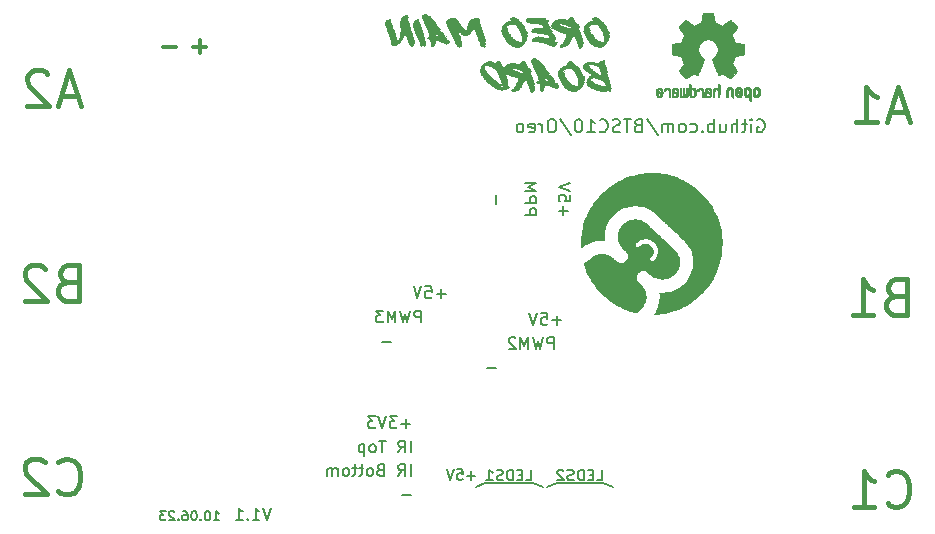
<source format=gbr>
%TF.GenerationSoftware,KiCad,Pcbnew,(6.0.5)*%
%TF.CreationDate,2023-08-08T13:01:53+01:00*%
%TF.ProjectId,Melty,4d656c74-792e-46b6-9963-61645f706362,rev?*%
%TF.SameCoordinates,Original*%
%TF.FileFunction,Legend,Bot*%
%TF.FilePolarity,Positive*%
%FSLAX46Y46*%
G04 Gerber Fmt 4.6, Leading zero omitted, Abs format (unit mm)*
G04 Created by KiCad (PCBNEW (6.0.5)) date 2023-08-08 13:01:53*
%MOMM*%
%LPD*%
G01*
G04 APERTURE LIST*
%ADD10C,0.200000*%
%ADD11C,0.150000*%
%ADD12C,0.400000*%
%ADD13C,0.160000*%
%ADD14C,0.300000*%
%ADD15C,0.010000*%
G04 APERTURE END LIST*
D10*
X89373809Y-89152380D02*
X89040476Y-90152380D01*
X88707142Y-89152380D01*
X87850000Y-90152380D02*
X88421428Y-90152380D01*
X88135714Y-90152380D02*
X88135714Y-89152380D01*
X88230952Y-89295238D01*
X88326190Y-89390476D01*
X88421428Y-89438095D01*
X87421428Y-90057142D02*
X87373809Y-90104761D01*
X87421428Y-90152380D01*
X87469047Y-90104761D01*
X87421428Y-90057142D01*
X87421428Y-90152380D01*
X86421428Y-90152380D02*
X86992857Y-90152380D01*
X86707142Y-90152380D02*
X86707142Y-89152380D01*
X86802380Y-89295238D01*
X86897619Y-89390476D01*
X86992857Y-89438095D01*
D11*
X111550000Y-87050000D02*
X112400000Y-87400000D01*
X113600000Y-87050000D02*
X112750000Y-87400000D01*
X107550000Y-87050000D02*
X111550000Y-87050000D01*
X113550000Y-87050000D02*
X117550000Y-87050000D01*
X117550000Y-87050000D02*
X118400000Y-87400000D01*
X107550000Y-87050000D02*
X106750000Y-87400000D01*
X101230952Y-88021428D02*
X100469047Y-88021428D01*
X99530952Y-75071428D02*
X98769047Y-75071428D01*
D12*
X141600000Y-88771428D02*
X141742857Y-88914285D01*
X142171428Y-89057142D01*
X142457142Y-89057142D01*
X142885714Y-88914285D01*
X143171428Y-88628571D01*
X143314285Y-88342857D01*
X143457142Y-87771428D01*
X143457142Y-87342857D01*
X143314285Y-86771428D01*
X143171428Y-86485714D01*
X142885714Y-86200000D01*
X142457142Y-86057142D01*
X142171428Y-86057142D01*
X141742857Y-86200000D01*
X141600000Y-86342857D01*
X138742857Y-89057142D02*
X140457142Y-89057142D01*
X139600000Y-89057142D02*
X139600000Y-86057142D01*
X139885714Y-86485714D01*
X140171428Y-86771428D01*
X140457142Y-86914285D01*
D11*
X101216666Y-84452380D02*
X101216666Y-83452380D01*
X100169047Y-84452380D02*
X100502380Y-83976190D01*
X100740476Y-84452380D02*
X100740476Y-83452380D01*
X100359523Y-83452380D01*
X100264285Y-83500000D01*
X100216666Y-83547619D01*
X100169047Y-83642857D01*
X100169047Y-83785714D01*
X100216666Y-83880952D01*
X100264285Y-83928571D01*
X100359523Y-83976190D01*
X100740476Y-83976190D01*
X99121428Y-83452380D02*
X98550000Y-83452380D01*
X98835714Y-84452380D02*
X98835714Y-83452380D01*
X98073809Y-84452380D02*
X98169047Y-84404761D01*
X98216666Y-84357142D01*
X98264285Y-84261904D01*
X98264285Y-83976190D01*
X98216666Y-83880952D01*
X98169047Y-83833333D01*
X98073809Y-83785714D01*
X97930952Y-83785714D01*
X97835714Y-83833333D01*
X97788095Y-83880952D01*
X97740476Y-83976190D01*
X97740476Y-84261904D01*
X97788095Y-84357142D01*
X97835714Y-84404761D01*
X97930952Y-84452380D01*
X98073809Y-84452380D01*
X97311904Y-83785714D02*
X97311904Y-84785714D01*
X97311904Y-83833333D02*
X97216666Y-83785714D01*
X97026190Y-83785714D01*
X96930952Y-83833333D01*
X96883333Y-83880952D01*
X96835714Y-83976190D01*
X96835714Y-84261904D01*
X96883333Y-84357142D01*
X96930952Y-84404761D01*
X97026190Y-84452380D01*
X97216666Y-84452380D01*
X97311904Y-84404761D01*
X113330952Y-75702380D02*
X113330952Y-74702380D01*
X112950000Y-74702380D01*
X112854761Y-74750000D01*
X112807142Y-74797619D01*
X112759523Y-74892857D01*
X112759523Y-75035714D01*
X112807142Y-75130952D01*
X112854761Y-75178571D01*
X112950000Y-75226190D01*
X113330952Y-75226190D01*
X112426190Y-74702380D02*
X112188095Y-75702380D01*
X111997619Y-74988095D01*
X111807142Y-75702380D01*
X111569047Y-74702380D01*
X111188095Y-75702380D02*
X111188095Y-74702380D01*
X110854761Y-75416666D01*
X110521428Y-74702380D01*
X110521428Y-75702380D01*
X110092857Y-74797619D02*
X110045238Y-74750000D01*
X109950000Y-74702380D01*
X109711904Y-74702380D01*
X109616666Y-74750000D01*
X109569047Y-74797619D01*
X109521428Y-74892857D01*
X109521428Y-74988095D01*
X109569047Y-75130952D01*
X110140476Y-75702380D01*
X109521428Y-75702380D01*
X101211904Y-82021428D02*
X100450000Y-82021428D01*
X100830952Y-82402380D02*
X100830952Y-81640476D01*
X100069047Y-81402380D02*
X99450000Y-81402380D01*
X99783333Y-81783333D01*
X99640476Y-81783333D01*
X99545238Y-81830952D01*
X99497619Y-81878571D01*
X99450000Y-81973809D01*
X99450000Y-82211904D01*
X99497619Y-82307142D01*
X99545238Y-82354761D01*
X99640476Y-82402380D01*
X99926190Y-82402380D01*
X100021428Y-82354761D01*
X100069047Y-82307142D01*
X99164285Y-81402380D02*
X98830952Y-82402380D01*
X98497619Y-81402380D01*
X98259523Y-81402380D02*
X97640476Y-81402380D01*
X97973809Y-81783333D01*
X97830952Y-81783333D01*
X97735714Y-81830952D01*
X97688095Y-81878571D01*
X97640476Y-81973809D01*
X97640476Y-82211904D01*
X97688095Y-82307142D01*
X97735714Y-82354761D01*
X97830952Y-82402380D01*
X98116666Y-82402380D01*
X98211904Y-82354761D01*
X98259523Y-82307142D01*
X110985714Y-86807142D02*
X111414285Y-86807142D01*
X111414285Y-85907142D01*
X110685714Y-86335714D02*
X110385714Y-86335714D01*
X110257142Y-86807142D02*
X110685714Y-86807142D01*
X110685714Y-85907142D01*
X110257142Y-85907142D01*
X109871428Y-86807142D02*
X109871428Y-85907142D01*
X109657142Y-85907142D01*
X109528571Y-85950000D01*
X109442857Y-86035714D01*
X109400000Y-86121428D01*
X109357142Y-86292857D01*
X109357142Y-86421428D01*
X109400000Y-86592857D01*
X109442857Y-86678571D01*
X109528571Y-86764285D01*
X109657142Y-86807142D01*
X109871428Y-86807142D01*
X109014285Y-86764285D02*
X108885714Y-86807142D01*
X108671428Y-86807142D01*
X108585714Y-86764285D01*
X108542857Y-86721428D01*
X108500000Y-86635714D01*
X108500000Y-86550000D01*
X108542857Y-86464285D01*
X108585714Y-86421428D01*
X108671428Y-86378571D01*
X108842857Y-86335714D01*
X108928571Y-86292857D01*
X108971428Y-86250000D01*
X109014285Y-86164285D01*
X109014285Y-86078571D01*
X108971428Y-85992857D01*
X108928571Y-85950000D01*
X108842857Y-85907142D01*
X108628571Y-85907142D01*
X108500000Y-85950000D01*
X107642857Y-86807142D02*
X108157142Y-86807142D01*
X107900000Y-86807142D02*
X107900000Y-85907142D01*
X107985714Y-86035714D01*
X108071428Y-86121428D01*
X108157142Y-86164285D01*
X116985714Y-86807142D02*
X117414285Y-86807142D01*
X117414285Y-85907142D01*
X116685714Y-86335714D02*
X116385714Y-86335714D01*
X116257142Y-86807142D02*
X116685714Y-86807142D01*
X116685714Y-85907142D01*
X116257142Y-85907142D01*
X115871428Y-86807142D02*
X115871428Y-85907142D01*
X115657142Y-85907142D01*
X115528571Y-85950000D01*
X115442857Y-86035714D01*
X115400000Y-86121428D01*
X115357142Y-86292857D01*
X115357142Y-86421428D01*
X115400000Y-86592857D01*
X115442857Y-86678571D01*
X115528571Y-86764285D01*
X115657142Y-86807142D01*
X115871428Y-86807142D01*
X115014285Y-86764285D02*
X114885714Y-86807142D01*
X114671428Y-86807142D01*
X114585714Y-86764285D01*
X114542857Y-86721428D01*
X114500000Y-86635714D01*
X114500000Y-86550000D01*
X114542857Y-86464285D01*
X114585714Y-86421428D01*
X114671428Y-86378571D01*
X114842857Y-86335714D01*
X114928571Y-86292857D01*
X114971428Y-86250000D01*
X115014285Y-86164285D01*
X115014285Y-86078571D01*
X114971428Y-85992857D01*
X114928571Y-85950000D01*
X114842857Y-85907142D01*
X114628571Y-85907142D01*
X114500000Y-85950000D01*
X114157142Y-85992857D02*
X114114285Y-85950000D01*
X114028571Y-85907142D01*
X113814285Y-85907142D01*
X113728571Y-85950000D01*
X113685714Y-85992857D01*
X113642857Y-86078571D01*
X113642857Y-86164285D01*
X113685714Y-86292857D01*
X114200000Y-86807142D01*
X113642857Y-86807142D01*
X108471428Y-62669047D02*
X108471428Y-63430952D01*
X110875819Y-64333333D02*
X111875819Y-64333333D01*
X111875819Y-63952380D01*
X111828200Y-63857142D01*
X111780580Y-63809523D01*
X111685342Y-63761904D01*
X111542485Y-63761904D01*
X111447247Y-63809523D01*
X111399628Y-63857142D01*
X111352009Y-63952380D01*
X111352009Y-64333333D01*
X110875819Y-63333333D02*
X111875819Y-63333333D01*
X111875819Y-62952380D01*
X111828200Y-62857142D01*
X111780580Y-62809523D01*
X111685342Y-62761904D01*
X111542485Y-62761904D01*
X111447247Y-62809523D01*
X111399628Y-62857142D01*
X111352009Y-62952380D01*
X111352009Y-63333333D01*
X110875819Y-62333333D02*
X111875819Y-62333333D01*
X111161533Y-62000000D01*
X111875819Y-61666666D01*
X110875819Y-61666666D01*
D12*
X73042857Y-54250000D02*
X71614285Y-54250000D01*
X73328571Y-55107142D02*
X72328571Y-52107142D01*
X71328571Y-55107142D01*
X70471428Y-52392857D02*
X70328571Y-52250000D01*
X70042857Y-52107142D01*
X69328571Y-52107142D01*
X69042857Y-52250000D01*
X68900000Y-52392857D01*
X68757142Y-52678571D01*
X68757142Y-52964285D01*
X68900000Y-53392857D01*
X70614285Y-55107142D01*
X68757142Y-55107142D01*
X143242857Y-55650000D02*
X141814285Y-55650000D01*
X143528571Y-56507142D02*
X142528571Y-53507142D01*
X141528571Y-56507142D01*
X138957142Y-56507142D02*
X140671428Y-56507142D01*
X139814285Y-56507142D02*
X139814285Y-53507142D01*
X140100000Y-53935714D01*
X140385714Y-54221428D01*
X140671428Y-54364285D01*
D11*
X108430952Y-77321428D02*
X107669047Y-77321428D01*
D13*
X130573809Y-56300000D02*
X130678571Y-56247619D01*
X130835714Y-56247619D01*
X130992857Y-56300000D01*
X131097619Y-56404761D01*
X131150000Y-56509523D01*
X131202380Y-56719047D01*
X131202380Y-56876190D01*
X131150000Y-57085714D01*
X131097619Y-57190476D01*
X130992857Y-57295238D01*
X130835714Y-57347619D01*
X130730952Y-57347619D01*
X130573809Y-57295238D01*
X130521428Y-57242857D01*
X130521428Y-56876190D01*
X130730952Y-56876190D01*
X130050000Y-57347619D02*
X130050000Y-56614285D01*
X130050000Y-56247619D02*
X130102380Y-56300000D01*
X130050000Y-56352380D01*
X129997619Y-56300000D01*
X130050000Y-56247619D01*
X130050000Y-56352380D01*
X129683333Y-56614285D02*
X129264285Y-56614285D01*
X129526190Y-56247619D02*
X129526190Y-57190476D01*
X129473809Y-57295238D01*
X129369047Y-57347619D01*
X129264285Y-57347619D01*
X128897619Y-57347619D02*
X128897619Y-56247619D01*
X128426190Y-57347619D02*
X128426190Y-56771428D01*
X128478571Y-56666666D01*
X128583333Y-56614285D01*
X128740476Y-56614285D01*
X128845238Y-56666666D01*
X128897619Y-56719047D01*
X127430952Y-56614285D02*
X127430952Y-57347619D01*
X127902380Y-56614285D02*
X127902380Y-57190476D01*
X127850000Y-57295238D01*
X127745238Y-57347619D01*
X127588095Y-57347619D01*
X127483333Y-57295238D01*
X127430952Y-57242857D01*
X126907142Y-57347619D02*
X126907142Y-56247619D01*
X126907142Y-56666666D02*
X126802380Y-56614285D01*
X126592857Y-56614285D01*
X126488095Y-56666666D01*
X126435714Y-56719047D01*
X126383333Y-56823809D01*
X126383333Y-57138095D01*
X126435714Y-57242857D01*
X126488095Y-57295238D01*
X126592857Y-57347619D01*
X126802380Y-57347619D01*
X126907142Y-57295238D01*
X125911904Y-57242857D02*
X125859523Y-57295238D01*
X125911904Y-57347619D01*
X125964285Y-57295238D01*
X125911904Y-57242857D01*
X125911904Y-57347619D01*
X124916666Y-57295238D02*
X125021428Y-57347619D01*
X125230952Y-57347619D01*
X125335714Y-57295238D01*
X125388095Y-57242857D01*
X125440476Y-57138095D01*
X125440476Y-56823809D01*
X125388095Y-56719047D01*
X125335714Y-56666666D01*
X125230952Y-56614285D01*
X125021428Y-56614285D01*
X124916666Y-56666666D01*
X124288095Y-57347619D02*
X124392857Y-57295238D01*
X124445238Y-57242857D01*
X124497619Y-57138095D01*
X124497619Y-56823809D01*
X124445238Y-56719047D01*
X124392857Y-56666666D01*
X124288095Y-56614285D01*
X124130952Y-56614285D01*
X124026190Y-56666666D01*
X123973809Y-56719047D01*
X123921428Y-56823809D01*
X123921428Y-57138095D01*
X123973809Y-57242857D01*
X124026190Y-57295238D01*
X124130952Y-57347619D01*
X124288095Y-57347619D01*
X123450000Y-57347619D02*
X123450000Y-56614285D01*
X123450000Y-56719047D02*
X123397619Y-56666666D01*
X123292857Y-56614285D01*
X123135714Y-56614285D01*
X123030952Y-56666666D01*
X122978571Y-56771428D01*
X122978571Y-57347619D01*
X122978571Y-56771428D02*
X122926190Y-56666666D01*
X122821428Y-56614285D01*
X122664285Y-56614285D01*
X122559523Y-56666666D01*
X122507142Y-56771428D01*
X122507142Y-57347619D01*
X121197619Y-56195238D02*
X122140476Y-57609523D01*
X120464285Y-56771428D02*
X120307142Y-56823809D01*
X120254761Y-56876190D01*
X120202380Y-56980952D01*
X120202380Y-57138095D01*
X120254761Y-57242857D01*
X120307142Y-57295238D01*
X120411904Y-57347619D01*
X120830952Y-57347619D01*
X120830952Y-56247619D01*
X120464285Y-56247619D01*
X120359523Y-56300000D01*
X120307142Y-56352380D01*
X120254761Y-56457142D01*
X120254761Y-56561904D01*
X120307142Y-56666666D01*
X120359523Y-56719047D01*
X120464285Y-56771428D01*
X120830952Y-56771428D01*
X119888095Y-56247619D02*
X119259523Y-56247619D01*
X119573809Y-57347619D02*
X119573809Y-56247619D01*
X118945238Y-57295238D02*
X118788095Y-57347619D01*
X118526190Y-57347619D01*
X118421428Y-57295238D01*
X118369047Y-57242857D01*
X118316666Y-57138095D01*
X118316666Y-57033333D01*
X118369047Y-56928571D01*
X118421428Y-56876190D01*
X118526190Y-56823809D01*
X118735714Y-56771428D01*
X118840476Y-56719047D01*
X118892857Y-56666666D01*
X118945238Y-56561904D01*
X118945238Y-56457142D01*
X118892857Y-56352380D01*
X118840476Y-56300000D01*
X118735714Y-56247619D01*
X118473809Y-56247619D01*
X118316666Y-56300000D01*
X117216666Y-57242857D02*
X117269047Y-57295238D01*
X117426190Y-57347619D01*
X117530952Y-57347619D01*
X117688095Y-57295238D01*
X117792857Y-57190476D01*
X117845238Y-57085714D01*
X117897619Y-56876190D01*
X117897619Y-56719047D01*
X117845238Y-56509523D01*
X117792857Y-56404761D01*
X117688095Y-56300000D01*
X117530952Y-56247619D01*
X117426190Y-56247619D01*
X117269047Y-56300000D01*
X117216666Y-56352380D01*
X116169047Y-57347619D02*
X116797619Y-57347619D01*
X116483333Y-57347619D02*
X116483333Y-56247619D01*
X116588095Y-56404761D01*
X116692857Y-56509523D01*
X116797619Y-56561904D01*
X115488095Y-56247619D02*
X115383333Y-56247619D01*
X115278571Y-56300000D01*
X115226190Y-56352380D01*
X115173809Y-56457142D01*
X115121428Y-56666666D01*
X115121428Y-56928571D01*
X115173809Y-57138095D01*
X115226190Y-57242857D01*
X115278571Y-57295238D01*
X115383333Y-57347619D01*
X115488095Y-57347619D01*
X115592857Y-57295238D01*
X115645238Y-57242857D01*
X115697619Y-57138095D01*
X115750000Y-56928571D01*
X115750000Y-56666666D01*
X115697619Y-56457142D01*
X115645238Y-56352380D01*
X115592857Y-56300000D01*
X115488095Y-56247619D01*
X113864285Y-56195238D02*
X114807142Y-57609523D01*
X113288095Y-56247619D02*
X113078571Y-56247619D01*
X112973809Y-56300000D01*
X112869047Y-56404761D01*
X112816666Y-56614285D01*
X112816666Y-56980952D01*
X112869047Y-57190476D01*
X112973809Y-57295238D01*
X113078571Y-57347619D01*
X113288095Y-57347619D01*
X113392857Y-57295238D01*
X113497619Y-57190476D01*
X113550000Y-56980952D01*
X113550000Y-56614285D01*
X113497619Y-56404761D01*
X113392857Y-56300000D01*
X113288095Y-56247619D01*
X112345238Y-57347619D02*
X112345238Y-56614285D01*
X112345238Y-56823809D02*
X112292857Y-56719047D01*
X112240476Y-56666666D01*
X112135714Y-56614285D01*
X112030952Y-56614285D01*
X111245238Y-57295238D02*
X111350000Y-57347619D01*
X111559523Y-57347619D01*
X111664285Y-57295238D01*
X111716666Y-57190476D01*
X111716666Y-56771428D01*
X111664285Y-56666666D01*
X111559523Y-56614285D01*
X111350000Y-56614285D01*
X111245238Y-56666666D01*
X111192857Y-56771428D01*
X111192857Y-56876190D01*
X111716666Y-56980952D01*
X110564285Y-57347619D02*
X110669047Y-57295238D01*
X110721428Y-57242857D01*
X110773809Y-57138095D01*
X110773809Y-56823809D01*
X110721428Y-56719047D01*
X110669047Y-56666666D01*
X110564285Y-56614285D01*
X110407142Y-56614285D01*
X110302380Y-56666666D01*
X110250000Y-56719047D01*
X110197619Y-56823809D01*
X110197619Y-57138095D01*
X110250000Y-57242857D01*
X110302380Y-57295238D01*
X110407142Y-57347619D01*
X110564285Y-57347619D01*
D14*
X81371428Y-50107142D02*
X80228571Y-50107142D01*
D11*
X84557142Y-90211904D02*
X85014285Y-90211904D01*
X84785714Y-90211904D02*
X84785714Y-89411904D01*
X84861904Y-89526190D01*
X84938095Y-89602380D01*
X85014285Y-89640476D01*
X84061904Y-89411904D02*
X83985714Y-89411904D01*
X83909523Y-89450000D01*
X83871428Y-89488095D01*
X83833333Y-89564285D01*
X83795238Y-89716666D01*
X83795238Y-89907142D01*
X83833333Y-90059523D01*
X83871428Y-90135714D01*
X83909523Y-90173809D01*
X83985714Y-90211904D01*
X84061904Y-90211904D01*
X84138095Y-90173809D01*
X84176190Y-90135714D01*
X84214285Y-90059523D01*
X84252380Y-89907142D01*
X84252380Y-89716666D01*
X84214285Y-89564285D01*
X84176190Y-89488095D01*
X84138095Y-89450000D01*
X84061904Y-89411904D01*
X83452380Y-90135714D02*
X83414285Y-90173809D01*
X83452380Y-90211904D01*
X83490476Y-90173809D01*
X83452380Y-90135714D01*
X83452380Y-90211904D01*
X82919047Y-89411904D02*
X82842857Y-89411904D01*
X82766666Y-89450000D01*
X82728571Y-89488095D01*
X82690476Y-89564285D01*
X82652380Y-89716666D01*
X82652380Y-89907142D01*
X82690476Y-90059523D01*
X82728571Y-90135714D01*
X82766666Y-90173809D01*
X82842857Y-90211904D01*
X82919047Y-90211904D01*
X82995238Y-90173809D01*
X83033333Y-90135714D01*
X83071428Y-90059523D01*
X83109523Y-89907142D01*
X83109523Y-89716666D01*
X83071428Y-89564285D01*
X83033333Y-89488095D01*
X82995238Y-89450000D01*
X82919047Y-89411904D01*
X81966666Y-89411904D02*
X82119047Y-89411904D01*
X82195238Y-89450000D01*
X82233333Y-89488095D01*
X82309523Y-89602380D01*
X82347619Y-89754761D01*
X82347619Y-90059523D01*
X82309523Y-90135714D01*
X82271428Y-90173809D01*
X82195238Y-90211904D01*
X82042857Y-90211904D01*
X81966666Y-90173809D01*
X81928571Y-90135714D01*
X81890476Y-90059523D01*
X81890476Y-89869047D01*
X81928571Y-89792857D01*
X81966666Y-89754761D01*
X82042857Y-89716666D01*
X82195238Y-89716666D01*
X82271428Y-89754761D01*
X82309523Y-89792857D01*
X82347619Y-89869047D01*
X81547619Y-90135714D02*
X81509523Y-90173809D01*
X81547619Y-90211904D01*
X81585714Y-90173809D01*
X81547619Y-90135714D01*
X81547619Y-90211904D01*
X81204761Y-89488095D02*
X81166666Y-89450000D01*
X81090476Y-89411904D01*
X80900000Y-89411904D01*
X80823809Y-89450000D01*
X80785714Y-89488095D01*
X80747619Y-89564285D01*
X80747619Y-89640476D01*
X80785714Y-89754761D01*
X81242857Y-90211904D01*
X80747619Y-90211904D01*
X80480952Y-89411904D02*
X79985714Y-89411904D01*
X80252380Y-89716666D01*
X80138095Y-89716666D01*
X80061904Y-89754761D01*
X80023809Y-89792857D01*
X79985714Y-89869047D01*
X79985714Y-90059523D01*
X80023809Y-90135714D01*
X80061904Y-90173809D01*
X80138095Y-90211904D01*
X80366666Y-90211904D01*
X80442857Y-90173809D01*
X80480952Y-90135714D01*
X114128571Y-64385714D02*
X114128571Y-63623809D01*
X113747619Y-64004761D02*
X114509523Y-64004761D01*
X114747619Y-62671428D02*
X114747619Y-63147619D01*
X114271428Y-63195238D01*
X114319047Y-63147619D01*
X114366666Y-63052380D01*
X114366666Y-62814285D01*
X114319047Y-62719047D01*
X114271428Y-62671428D01*
X114176190Y-62623809D01*
X113938095Y-62623809D01*
X113842857Y-62671428D01*
X113795238Y-62719047D01*
X113747619Y-62814285D01*
X113747619Y-63052380D01*
X113795238Y-63147619D01*
X113842857Y-63195238D01*
X114747619Y-62338095D02*
X113747619Y-62004761D01*
X114747619Y-61671428D01*
D14*
X83921428Y-50107142D02*
X82778571Y-50107142D01*
X83350000Y-50678571D02*
X83350000Y-49535714D01*
D11*
X104185714Y-71021428D02*
X103423809Y-71021428D01*
X103804761Y-71402380D02*
X103804761Y-70640476D01*
X102471428Y-70402380D02*
X102947619Y-70402380D01*
X102995238Y-70878571D01*
X102947619Y-70830952D01*
X102852380Y-70783333D01*
X102614285Y-70783333D01*
X102519047Y-70830952D01*
X102471428Y-70878571D01*
X102423809Y-70973809D01*
X102423809Y-71211904D01*
X102471428Y-71307142D01*
X102519047Y-71354761D01*
X102614285Y-71402380D01*
X102852380Y-71402380D01*
X102947619Y-71354761D01*
X102995238Y-71307142D01*
X102138095Y-70402380D02*
X101804761Y-71402380D01*
X101471428Y-70402380D01*
D12*
X72114285Y-70035714D02*
X71685714Y-70178571D01*
X71542857Y-70321428D01*
X71400000Y-70607142D01*
X71400000Y-71035714D01*
X71542857Y-71321428D01*
X71685714Y-71464285D01*
X71971428Y-71607142D01*
X73114285Y-71607142D01*
X73114285Y-68607142D01*
X72114285Y-68607142D01*
X71828571Y-68750000D01*
X71685714Y-68892857D01*
X71542857Y-69178571D01*
X71542857Y-69464285D01*
X71685714Y-69750000D01*
X71828571Y-69892857D01*
X72114285Y-70035714D01*
X73114285Y-70035714D01*
X70257142Y-68892857D02*
X70114285Y-68750000D01*
X69828571Y-68607142D01*
X69114285Y-68607142D01*
X68828571Y-68750000D01*
X68685714Y-68892857D01*
X68542857Y-69178571D01*
X68542857Y-69464285D01*
X68685714Y-69892857D01*
X70400000Y-71607142D01*
X68542857Y-71607142D01*
X71400000Y-87721428D02*
X71542857Y-87864285D01*
X71971428Y-88007142D01*
X72257142Y-88007142D01*
X72685714Y-87864285D01*
X72971428Y-87578571D01*
X73114285Y-87292857D01*
X73257142Y-86721428D01*
X73257142Y-86292857D01*
X73114285Y-85721428D01*
X72971428Y-85435714D01*
X72685714Y-85150000D01*
X72257142Y-85007142D01*
X71971428Y-85007142D01*
X71542857Y-85150000D01*
X71400000Y-85292857D01*
X70257142Y-85292857D02*
X70114285Y-85150000D01*
X69828571Y-85007142D01*
X69114285Y-85007142D01*
X68828571Y-85150000D01*
X68685714Y-85292857D01*
X68542857Y-85578571D01*
X68542857Y-85864285D01*
X68685714Y-86292857D01*
X70400000Y-88007142D01*
X68542857Y-88007142D01*
X142214285Y-71235714D02*
X141785714Y-71378571D01*
X141642857Y-71521428D01*
X141500000Y-71807142D01*
X141500000Y-72235714D01*
X141642857Y-72521428D01*
X141785714Y-72664285D01*
X142071428Y-72807142D01*
X143214285Y-72807142D01*
X143214285Y-69807142D01*
X142214285Y-69807142D01*
X141928571Y-69950000D01*
X141785714Y-70092857D01*
X141642857Y-70378571D01*
X141642857Y-70664285D01*
X141785714Y-70950000D01*
X141928571Y-71092857D01*
X142214285Y-71235714D01*
X143214285Y-71235714D01*
X138642857Y-72807142D02*
X140357142Y-72807142D01*
X139500000Y-72807142D02*
X139500000Y-69807142D01*
X139785714Y-70235714D01*
X140071428Y-70521428D01*
X140357142Y-70664285D01*
D11*
X113985714Y-73271428D02*
X113223809Y-73271428D01*
X113604761Y-73652380D02*
X113604761Y-72890476D01*
X112271428Y-72652380D02*
X112747619Y-72652380D01*
X112795238Y-73128571D01*
X112747619Y-73080952D01*
X112652380Y-73033333D01*
X112414285Y-73033333D01*
X112319047Y-73080952D01*
X112271428Y-73128571D01*
X112223809Y-73223809D01*
X112223809Y-73461904D01*
X112271428Y-73557142D01*
X112319047Y-73604761D01*
X112414285Y-73652380D01*
X112652380Y-73652380D01*
X112747619Y-73604761D01*
X112795238Y-73557142D01*
X111938095Y-72652380D02*
X111604761Y-73652380D01*
X111271428Y-72652380D01*
X102080952Y-73452380D02*
X102080952Y-72452380D01*
X101700000Y-72452380D01*
X101604761Y-72500000D01*
X101557142Y-72547619D01*
X101509523Y-72642857D01*
X101509523Y-72785714D01*
X101557142Y-72880952D01*
X101604761Y-72928571D01*
X101700000Y-72976190D01*
X102080952Y-72976190D01*
X101176190Y-72452380D02*
X100938095Y-73452380D01*
X100747619Y-72738095D01*
X100557142Y-73452380D01*
X100319047Y-72452380D01*
X99938095Y-73452380D02*
X99938095Y-72452380D01*
X99604761Y-73166666D01*
X99271428Y-72452380D01*
X99271428Y-73452380D01*
X98890476Y-72452380D02*
X98271428Y-72452380D01*
X98604761Y-72833333D01*
X98461904Y-72833333D01*
X98366666Y-72880952D01*
X98319047Y-72928571D01*
X98271428Y-73023809D01*
X98271428Y-73261904D01*
X98319047Y-73357142D01*
X98366666Y-73404761D01*
X98461904Y-73452380D01*
X98747619Y-73452380D01*
X98842857Y-73404761D01*
X98890476Y-73357142D01*
X101223809Y-86452380D02*
X101223809Y-85452380D01*
X100176190Y-86452380D02*
X100509523Y-85976190D01*
X100747619Y-86452380D02*
X100747619Y-85452380D01*
X100366666Y-85452380D01*
X100271428Y-85500000D01*
X100223809Y-85547619D01*
X100176190Y-85642857D01*
X100176190Y-85785714D01*
X100223809Y-85880952D01*
X100271428Y-85928571D01*
X100366666Y-85976190D01*
X100747619Y-85976190D01*
X98652380Y-85928571D02*
X98509523Y-85976190D01*
X98461904Y-86023809D01*
X98414285Y-86119047D01*
X98414285Y-86261904D01*
X98461904Y-86357142D01*
X98509523Y-86404761D01*
X98604761Y-86452380D01*
X98985714Y-86452380D01*
X98985714Y-85452380D01*
X98652380Y-85452380D01*
X98557142Y-85500000D01*
X98509523Y-85547619D01*
X98461904Y-85642857D01*
X98461904Y-85738095D01*
X98509523Y-85833333D01*
X98557142Y-85880952D01*
X98652380Y-85928571D01*
X98985714Y-85928571D01*
X97842857Y-86452380D02*
X97938095Y-86404761D01*
X97985714Y-86357142D01*
X98033333Y-86261904D01*
X98033333Y-85976190D01*
X97985714Y-85880952D01*
X97938095Y-85833333D01*
X97842857Y-85785714D01*
X97700000Y-85785714D01*
X97604761Y-85833333D01*
X97557142Y-85880952D01*
X97509523Y-85976190D01*
X97509523Y-86261904D01*
X97557142Y-86357142D01*
X97604761Y-86404761D01*
X97700000Y-86452380D01*
X97842857Y-86452380D01*
X97223809Y-85785714D02*
X96842857Y-85785714D01*
X97080952Y-85452380D02*
X97080952Y-86309523D01*
X97033333Y-86404761D01*
X96938095Y-86452380D01*
X96842857Y-86452380D01*
X96652380Y-85785714D02*
X96271428Y-85785714D01*
X96509523Y-85452380D02*
X96509523Y-86309523D01*
X96461904Y-86404761D01*
X96366666Y-86452380D01*
X96271428Y-86452380D01*
X95795238Y-86452380D02*
X95890476Y-86404761D01*
X95938095Y-86357142D01*
X95985714Y-86261904D01*
X95985714Y-85976190D01*
X95938095Y-85880952D01*
X95890476Y-85833333D01*
X95795238Y-85785714D01*
X95652380Y-85785714D01*
X95557142Y-85833333D01*
X95509523Y-85880952D01*
X95461904Y-85976190D01*
X95461904Y-86261904D01*
X95509523Y-86357142D01*
X95557142Y-86404761D01*
X95652380Y-86452380D01*
X95795238Y-86452380D01*
X95033333Y-86452380D02*
X95033333Y-85785714D01*
X95033333Y-85880952D02*
X94985714Y-85833333D01*
X94890476Y-85785714D01*
X94747619Y-85785714D01*
X94652380Y-85833333D01*
X94604761Y-85928571D01*
X94604761Y-86452380D01*
X94604761Y-85928571D02*
X94557142Y-85833333D01*
X94461904Y-85785714D01*
X94319047Y-85785714D01*
X94223809Y-85833333D01*
X94176190Y-85928571D01*
X94176190Y-86452380D01*
X106707142Y-86414285D02*
X106021428Y-86414285D01*
X106364285Y-86757142D02*
X106364285Y-86071428D01*
X105164285Y-85857142D02*
X105592857Y-85857142D01*
X105635714Y-86285714D01*
X105592857Y-86242857D01*
X105507142Y-86200000D01*
X105292857Y-86200000D01*
X105207142Y-86242857D01*
X105164285Y-86285714D01*
X105121428Y-86371428D01*
X105121428Y-86585714D01*
X105164285Y-86671428D01*
X105207142Y-86714285D01*
X105292857Y-86757142D01*
X105507142Y-86757142D01*
X105592857Y-86714285D01*
X105635714Y-86671428D01*
X104864285Y-85857142D02*
X104564285Y-86757142D01*
X104264285Y-85857142D01*
%TO.C,G\u002A\u002A\u002A*%
G36*
X111448721Y-52426294D02*
G01*
X111455273Y-52444478D01*
X111464590Y-52470339D01*
X111470792Y-52502575D01*
X111474287Y-52525831D01*
X111484665Y-52537716D01*
X111491265Y-52540327D01*
X111498537Y-52559244D01*
X111499605Y-52566680D01*
X111510630Y-52597311D01*
X111529749Y-52635178D01*
X111548082Y-52671140D01*
X111552395Y-52695693D01*
X111543621Y-52717504D01*
X111542974Y-52718548D01*
X111528651Y-52744814D01*
X111532387Y-52753453D01*
X111556070Y-52749284D01*
X111570606Y-52746377D01*
X111580618Y-52752575D01*
X111576614Y-52778328D01*
X111576230Y-52779879D01*
X111574003Y-52807125D01*
X111586867Y-52815160D01*
X111591061Y-52815546D01*
X111601511Y-52822641D01*
X111610469Y-52842470D01*
X111619669Y-52879953D01*
X111630844Y-52940010D01*
X111631390Y-52943093D01*
X111639512Y-52981847D01*
X111647287Y-53009371D01*
X111651270Y-53026737D01*
X111652208Y-53061335D01*
X111652155Y-53061887D01*
X111654707Y-53083863D01*
X111670954Y-53084127D01*
X111677732Y-53082209D01*
X111689535Y-53089042D01*
X111692748Y-53118046D01*
X111697112Y-53150390D01*
X111707866Y-53169672D01*
X111716359Y-53188542D01*
X111715836Y-53198496D01*
X111714475Y-53224370D01*
X111713186Y-53231825D01*
X111713092Y-53263319D01*
X111727101Y-53277834D01*
X111742238Y-53295829D01*
X111746627Y-53338401D01*
X111745979Y-53351272D01*
X111742793Y-53369331D01*
X111738345Y-53363112D01*
X111732754Y-53346055D01*
X111719146Y-53322189D01*
X111710436Y-53318533D01*
X111706966Y-53334346D01*
X111711306Y-53368195D01*
X111723251Y-53415404D01*
X111727598Y-53430293D01*
X111729247Y-53439410D01*
X111733024Y-53460297D01*
X111725493Y-53479946D01*
X111702090Y-53501049D01*
X111697149Y-53505142D01*
X111677029Y-53526894D01*
X111673898Y-53540786D01*
X111688296Y-53548999D01*
X111721169Y-53544993D01*
X111759695Y-53519175D01*
X111793749Y-53487962D01*
X111785234Y-53563197D01*
X111784864Y-53566349D01*
X111777574Y-53608000D01*
X111768056Y-53640205D01*
X111758519Y-53658588D01*
X111751176Y-53658776D01*
X111748236Y-53636395D01*
X111743172Y-53615112D01*
X111720492Y-53605876D01*
X111704313Y-53609738D01*
X111692748Y-53626684D01*
X111694976Y-53636356D01*
X111712072Y-53647493D01*
X111727499Y-53652203D01*
X111743227Y-53675695D01*
X111747617Y-53711826D01*
X111740196Y-53752594D01*
X111720492Y-53790000D01*
X111720439Y-53790067D01*
X111700880Y-53821312D01*
X111692748Y-53846944D01*
X111692355Y-53850207D01*
X111678549Y-53873712D01*
X111651131Y-53899386D01*
X111644624Y-53904329D01*
X111619634Y-53926424D01*
X111609514Y-53940928D01*
X111609461Y-53941618D01*
X111599730Y-53959310D01*
X111578302Y-53985407D01*
X111568484Y-53994698D01*
X111543116Y-54011555D01*
X111519215Y-54020964D01*
X111504195Y-54020609D01*
X111505473Y-54008170D01*
X111509229Y-53999605D01*
X111500425Y-53995429D01*
X111471337Y-54007878D01*
X111451290Y-54013994D01*
X111428934Y-54000942D01*
X111416619Y-53990501D01*
X111385861Y-53980425D01*
X111372093Y-53979165D01*
X111360846Y-53967457D01*
X111372021Y-53941029D01*
X111373364Y-53920976D01*
X111351000Y-53889639D01*
X111327163Y-53855090D01*
X111318198Y-53803029D01*
X111318047Y-53793503D01*
X111314691Y-53758493D01*
X111308312Y-53739336D01*
X111297990Y-53724036D01*
X111281233Y-53685326D01*
X111265352Y-53636323D01*
X111253504Y-53587186D01*
X111248848Y-53548075D01*
X111248671Y-53540471D01*
X111243339Y-53507875D01*
X111232903Y-53491899D01*
X111224771Y-53483240D01*
X111210973Y-53453697D01*
X111206497Y-53439410D01*
X111671939Y-53439410D01*
X111673171Y-53446648D01*
X111689280Y-53463686D01*
X111700228Y-53461412D01*
X111706620Y-53439410D01*
X111703202Y-53421572D01*
X111689280Y-53415133D01*
X111682879Y-53418580D01*
X111671939Y-53439410D01*
X111206497Y-53439410D01*
X111197755Y-53411508D01*
X111188905Y-53380585D01*
X111175894Y-53345350D01*
X111165480Y-53328355D01*
X111156349Y-53315518D01*
X111148607Y-53286255D01*
X111141751Y-53261604D01*
X111122176Y-53231373D01*
X111117631Y-53224159D01*
X111653212Y-53224159D01*
X111654771Y-53225369D01*
X111669627Y-53222078D01*
X111670998Y-53220549D01*
X111678875Y-53198496D01*
X111676426Y-53192756D01*
X111662460Y-53200576D01*
X111655126Y-53209907D01*
X111653212Y-53224159D01*
X111117631Y-53224159D01*
X111109563Y-53211354D01*
X111094365Y-53171156D01*
X111081676Y-53121668D01*
X111071602Y-53081164D01*
X111055176Y-53036854D01*
X111038403Y-53011075D01*
X111022924Y-52992676D01*
X111013010Y-52964672D01*
X111011025Y-52951493D01*
X111000272Y-52940010D01*
X110982613Y-52942333D01*
X110955445Y-52955027D01*
X110943887Y-52972707D01*
X110941853Y-52982817D01*
X110935840Y-52999325D01*
X110930576Y-53013775D01*
X110912674Y-53053917D01*
X110896295Y-53084661D01*
X110873898Y-53111621D01*
X110850011Y-53119810D01*
X110825676Y-53127350D01*
X110818799Y-53153434D01*
X110811916Y-53179144D01*
X110784118Y-53209243D01*
X110777758Y-53213570D01*
X110753539Y-53236898D01*
X110754455Y-53253410D01*
X110780650Y-53260960D01*
X110811863Y-53262849D01*
X110780677Y-53268858D01*
X110775414Y-53269966D01*
X110757779Y-53279645D01*
X110762733Y-53299610D01*
X110767372Y-53309252D01*
X110765415Y-53319844D01*
X110741899Y-53317840D01*
X110740040Y-53317495D01*
X110714878Y-53318208D01*
X110707821Y-53335369D01*
X110713109Y-53351375D01*
X110735566Y-53352157D01*
X110752239Y-53350148D01*
X110763310Y-53356540D01*
X110760738Y-53361943D01*
X110740932Y-53374790D01*
X110712000Y-53384706D01*
X110686564Y-53386725D01*
X110676135Y-53394415D01*
X110669257Y-53420158D01*
X110668920Y-53424953D01*
X110672027Y-53447335D01*
X110687047Y-53448252D01*
X110697591Y-53445853D01*
X110707821Y-53452099D01*
X110702535Y-53460394D01*
X110680020Y-53471188D01*
X110663436Y-53479516D01*
X110660696Y-53500551D01*
X110660808Y-53500847D01*
X110660409Y-53519048D01*
X110647430Y-53521173D01*
X110633034Y-53505302D01*
X110628456Y-53500603D01*
X110626539Y-53515707D01*
X110626861Y-53523910D01*
X110625216Y-53558758D01*
X110614526Y-53574469D01*
X110590726Y-53578132D01*
X110567393Y-53581314D01*
X110548151Y-53592230D01*
X110544038Y-53596707D01*
X110525008Y-53597411D01*
X110521585Y-53596212D01*
X110516445Y-53608953D01*
X110520547Y-53647493D01*
X110523885Y-53670468D01*
X110523725Y-53694805D01*
X110514900Y-53696842D01*
X110509294Y-53692001D01*
X110506674Y-53675237D01*
X110508329Y-53670929D01*
X110500489Y-53654893D01*
X110498921Y-53654239D01*
X110486579Y-53663471D01*
X110475345Y-53691157D01*
X110472116Y-53697559D01*
X110461714Y-53718185D01*
X110439306Y-53743442D01*
X110428211Y-53755947D01*
X110384598Y-53791346D01*
X110339523Y-53817576D01*
X110301637Y-53827831D01*
X110279287Y-53832462D01*
X110247849Y-53850621D01*
X110220085Y-53866299D01*
X110180896Y-53874897D01*
X110151262Y-53880977D01*
X110139093Y-53893724D01*
X110136811Y-53906702D01*
X110124006Y-53909106D01*
X110094429Y-53895578D01*
X110085908Y-53891190D01*
X110071481Y-53887538D01*
X110073573Y-53901148D01*
X110074879Y-53911737D01*
X110059608Y-53926813D01*
X110019897Y-53935629D01*
X109954358Y-53938619D01*
X109907655Y-53933985D01*
X109854245Y-53920982D01*
X109803961Y-53902592D01*
X109764930Y-53881807D01*
X109745281Y-53861621D01*
X109744798Y-53860239D01*
X109744359Y-53832435D01*
X109753662Y-53798775D01*
X109768025Y-53771247D01*
X110364920Y-53771247D01*
X110364937Y-53771241D01*
X110394277Y-53757500D01*
X110402633Y-53743442D01*
X110397811Y-53732197D01*
X110383381Y-53734020D01*
X110369872Y-53751534D01*
X110366309Y-53761725D01*
X110364920Y-53771247D01*
X109768025Y-53771247D01*
X109768465Y-53770404D01*
X109784527Y-53758470D01*
X109802189Y-53751552D01*
X109826937Y-53730726D01*
X109848066Y-53712490D01*
X109854191Y-53709917D01*
X110416505Y-53709917D01*
X110416970Y-53715876D01*
X110428569Y-53730314D01*
X110448874Y-53721478D01*
X110452975Y-53716745D01*
X110456419Y-53697559D01*
X110437313Y-53689109D01*
X110427609Y-53691526D01*
X110416505Y-53709917D01*
X109854191Y-53709917D01*
X109870703Y-53702981D01*
X109878271Y-53701874D01*
X109889361Y-53690174D01*
X109892856Y-53677916D01*
X109910691Y-53651306D01*
X109936674Y-53623770D01*
X109962886Y-53603264D01*
X109981407Y-53597740D01*
X109993924Y-53597094D01*
X110000339Y-53575122D01*
X110006910Y-53548480D01*
X110027012Y-53516601D01*
X110048821Y-53487602D01*
X110075777Y-53443711D01*
X110103613Y-53392860D01*
X110128382Y-53342638D01*
X110146138Y-53300635D01*
X110152933Y-53274442D01*
X110155940Y-53258605D01*
X110173742Y-53231327D01*
X110184475Y-53218662D01*
X110194550Y-53188011D01*
X110196916Y-53173506D01*
X110208422Y-53161966D01*
X110213122Y-53160989D01*
X110222294Y-53145537D01*
X110223543Y-53138148D01*
X110233681Y-53108882D01*
X110250680Y-53070472D01*
X110253161Y-53064860D01*
X110829712Y-53064860D01*
X110830869Y-53095325D01*
X110844310Y-53107637D01*
X110866263Y-53096073D01*
X110870962Y-53090432D01*
X110885850Y-53063622D01*
X110899413Y-53029732D01*
X110907823Y-52999325D01*
X110907251Y-52982965D01*
X110903100Y-52981042D01*
X110892301Y-52991252D01*
X110885897Y-52998648D01*
X110864180Y-52999298D01*
X110851343Y-52996513D01*
X110852022Y-53007014D01*
X110855136Y-53014377D01*
X110848937Y-53023244D01*
X110848771Y-53023247D01*
X110837799Y-53035642D01*
X110829712Y-53064860D01*
X110253161Y-53064860D01*
X110257916Y-53054105D01*
X110277159Y-52997792D01*
X110290137Y-52941797D01*
X110294764Y-52917643D01*
X110306592Y-52876032D01*
X110319217Y-52850061D01*
X110328642Y-52836314D01*
X110331496Y-52822633D01*
X110320921Y-52815537D01*
X110283525Y-52798041D01*
X110222889Y-52773819D01*
X110141074Y-52743649D01*
X110040143Y-52708307D01*
X109922157Y-52668568D01*
X109913790Y-52665790D01*
X109829490Y-52637184D01*
X109751565Y-52609682D01*
X109685025Y-52585128D01*
X109634881Y-52565366D01*
X109606143Y-52552241D01*
X109596673Y-52547208D01*
X109556106Y-52530561D01*
X109523449Y-52523844D01*
X109492721Y-52516223D01*
X109458888Y-52495722D01*
X109445309Y-52485183D01*
X109408137Y-52465006D01*
X109373637Y-52455816D01*
X109351357Y-52460720D01*
X109345150Y-52475705D01*
X109341219Y-52509102D01*
X109340966Y-52550669D01*
X109344020Y-52591449D01*
X109350009Y-52622486D01*
X109358564Y-52634822D01*
X109363484Y-52634964D01*
X109374221Y-52639809D01*
X109371625Y-52656156D01*
X109355333Y-52690212D01*
X109345872Y-52718138D01*
X109347490Y-52737668D01*
X109357649Y-52741553D01*
X109373159Y-52723786D01*
X109379014Y-52718852D01*
X109388252Y-52729539D01*
X109400081Y-52762436D01*
X109415628Y-52820098D01*
X109426665Y-52865582D01*
X109439626Y-52928515D01*
X109444289Y-52972124D01*
X109440977Y-53000881D01*
X109430013Y-53019260D01*
X109427973Y-53021539D01*
X109422170Y-53041404D01*
X109430104Y-53057198D01*
X109446636Y-53057192D01*
X109450272Y-53054085D01*
X109451795Y-53036157D01*
X109449929Y-53031604D01*
X109458505Y-53023244D01*
X109463448Y-53026943D01*
X109470492Y-53051184D01*
X109473195Y-53091701D01*
X109473739Y-53112307D01*
X109478552Y-53160257D01*
X109486724Y-53195743D01*
X109490176Y-53205383D01*
X109491347Y-53214509D01*
X109492318Y-53222078D01*
X109492818Y-53225973D01*
X109479788Y-53231327D01*
X109468998Y-53232840D01*
X109459931Y-53247172D01*
X109467481Y-53277098D01*
X109468190Y-53279908D01*
X109477436Y-53294607D01*
X109488786Y-53284510D01*
X109494495Y-53284275D01*
X109499011Y-53307167D01*
X109500727Y-53352056D01*
X109500791Y-53353402D01*
X109503554Y-53411319D01*
X109510993Y-53447650D01*
X109514780Y-53466143D01*
X109514972Y-53467081D01*
X109534790Y-53498039D01*
X109562625Y-53503260D01*
X109582054Y-53501388D01*
X109611667Y-53508615D01*
X109623730Y-53513518D01*
X109642551Y-53504570D01*
X109649875Y-53496187D01*
X109653322Y-53507533D01*
X109651374Y-53516149D01*
X109632277Y-53543604D01*
X109604328Y-53570039D01*
X109598246Y-53575792D01*
X109556019Y-53606821D01*
X109512337Y-53630801D01*
X109467092Y-53661155D01*
X109455136Y-53675237D01*
X109429103Y-53705898D01*
X109420522Y-53718711D01*
X109409706Y-53730726D01*
X109392056Y-53750334D01*
X109365686Y-53766984D01*
X109346201Y-53776687D01*
X109334473Y-53795696D01*
X109334091Y-53799357D01*
X109326863Y-53807257D01*
X109306718Y-53810755D01*
X109268774Y-53810254D01*
X109208151Y-53806160D01*
X109176598Y-53803916D01*
X109120312Y-53801962D01*
X109086499Y-53804810D01*
X109071728Y-53812622D01*
X109061433Y-53819850D01*
X109025502Y-53827780D01*
X108969375Y-53831084D01*
X108897499Y-53829336D01*
X108877118Y-53827624D01*
X108867274Y-53822832D01*
X108880159Y-53812848D01*
X108893985Y-53803057D01*
X108904460Y-53788993D01*
X108899882Y-53785076D01*
X108875745Y-53780857D01*
X108839209Y-53779458D01*
X108799778Y-53780757D01*
X108766951Y-53784631D01*
X108750232Y-53790961D01*
X108739811Y-53795125D01*
X108715552Y-53788506D01*
X108698244Y-53779978D01*
X108665374Y-53766944D01*
X108652881Y-53759664D01*
X108649518Y-53738187D01*
X108650744Y-53730726D01*
X108682480Y-53730726D01*
X108684828Y-53737107D01*
X108703288Y-53744598D01*
X108712861Y-53743033D01*
X108724097Y-53730726D01*
X108721749Y-53724344D01*
X108703288Y-53716854D01*
X108693716Y-53718419D01*
X108682480Y-53730726D01*
X108650744Y-53730726D01*
X108651377Y-53726871D01*
X108640863Y-53716854D01*
X108633079Y-53713664D01*
X108632284Y-53695325D01*
X108634808Y-53683962D01*
X108625860Y-53682872D01*
X108615819Y-53692797D01*
X108600939Y-53719619D01*
X108597273Y-53728842D01*
X108588835Y-53738145D01*
X108573781Y-53731929D01*
X108544981Y-53708818D01*
X108535185Y-53701082D01*
X108497222Y-53677843D01*
X108489665Y-53675237D01*
X108959924Y-53675237D01*
X108962272Y-53681619D01*
X108980732Y-53689109D01*
X108990305Y-53687544D01*
X109001541Y-53675237D01*
X108999193Y-53668855D01*
X108980732Y-53661365D01*
X108971160Y-53662930D01*
X108959924Y-53675237D01*
X108489665Y-53675237D01*
X108464837Y-53666675D01*
X108444915Y-53662756D01*
X108405695Y-53645885D01*
X108375502Y-53622177D01*
X108363419Y-53597801D01*
X108361370Y-53588175D01*
X108348937Y-53585445D01*
X108329640Y-53585513D01*
X108307757Y-53575531D01*
X108449832Y-53575531D01*
X108450126Y-53583938D01*
X108466305Y-53592004D01*
X108477100Y-53589149D01*
X108488269Y-53570039D01*
X108480262Y-53554882D01*
X108463639Y-53557211D01*
X108449832Y-53575531D01*
X108307757Y-53575531D01*
X108300873Y-53572391D01*
X108272973Y-53557614D01*
X108246780Y-53550387D01*
X108231012Y-53545350D01*
X108208144Y-53524844D01*
X108190324Y-53505655D01*
X108157909Y-53482260D01*
X108148106Y-53476707D01*
X108140694Y-53468731D01*
X108801368Y-53468731D01*
X108803128Y-53471245D01*
X108818553Y-53480814D01*
X108820271Y-53480700D01*
X108837127Y-53474160D01*
X108883627Y-53474160D01*
X108883680Y-53474845D01*
X108897175Y-53485446D01*
X108927296Y-53492204D01*
X108958773Y-53500308D01*
X108978018Y-53523416D01*
X108979315Y-53527644D01*
X108992839Y-53546580D01*
X109008137Y-53548930D01*
X109015413Y-53532353D01*
X109013561Y-53522261D01*
X108998766Y-53497673D01*
X108996256Y-53495053D01*
X108992665Y-53483977D01*
X109013457Y-53481026D01*
X109032078Y-53477834D01*
X109035597Y-53466143D01*
X109029115Y-53461568D01*
X109002354Y-53456426D01*
X108964819Y-53455621D01*
X108926116Y-53458646D01*
X108895850Y-53464995D01*
X108883627Y-53474160D01*
X108837127Y-53474160D01*
X108840475Y-53472861D01*
X108858113Y-53458938D01*
X108861811Y-53447650D01*
X108850091Y-53444002D01*
X108826961Y-53447816D01*
X108806577Y-53457504D01*
X108801368Y-53468731D01*
X108140694Y-53468731D01*
X108134568Y-53462139D01*
X108143022Y-53444469D01*
X108150169Y-53434531D01*
X108146732Y-53427029D01*
X108120408Y-53428096D01*
X108087007Y-53425302D01*
X108065825Y-53403609D01*
X108065801Y-53403577D01*
X108822883Y-53403577D01*
X108843145Y-53417117D01*
X108859397Y-53422900D01*
X108873831Y-53422987D01*
X108876691Y-53407702D01*
X108871458Y-53397308D01*
X108848946Y-53389866D01*
X108828981Y-53392755D01*
X108822883Y-53403577D01*
X108065801Y-53403577D01*
X108052956Y-53386587D01*
X108035274Y-53380013D01*
X108026716Y-53378605D01*
X108026567Y-53378081D01*
X108632269Y-53378081D01*
X108638623Y-53382514D01*
X108669118Y-53381834D01*
X108671478Y-53381721D01*
X108710265Y-53382748D01*
X108737969Y-53388155D01*
X108756959Y-53389175D01*
X108785705Y-53376594D01*
X108789005Y-53374020D01*
X108800629Y-53359696D01*
X108788010Y-53353690D01*
X108749810Y-53355207D01*
X108736696Y-53352734D01*
X108729001Y-53332535D01*
X108725029Y-53316004D01*
X108699820Y-53303197D01*
X108680306Y-53296031D01*
X108668608Y-53271978D01*
X108666138Y-53256774D01*
X108654736Y-53245199D01*
X108644590Y-53248768D01*
X108642911Y-53268743D01*
X108657655Y-53308491D01*
X108664483Y-53325149D01*
X108665390Y-53346958D01*
X108647760Y-53364856D01*
X108646546Y-53365746D01*
X108632269Y-53378081D01*
X108026567Y-53378081D01*
X108021510Y-53360324D01*
X108015995Y-53341873D01*
X107990934Y-53338921D01*
X107965188Y-53335181D01*
X107930970Y-53307709D01*
X107930460Y-53307064D01*
X107906591Y-53282877D01*
X107889691Y-53273985D01*
X108495849Y-53273985D01*
X108510096Y-53278409D01*
X108538216Y-53272413D01*
X108548707Y-53268436D01*
X108573113Y-53260697D01*
X108579946Y-53265668D01*
X108575818Y-53285684D01*
X108574284Y-53303750D01*
X108582907Y-53337403D01*
X108592039Y-53350885D01*
X108601461Y-53348846D01*
X108614669Y-53323634D01*
X108618742Y-53314221D01*
X108625304Y-53283758D01*
X108614902Y-53256771D01*
X108610945Y-53250132D01*
X108605604Y-53228636D01*
X108622088Y-53210747D01*
X108623290Y-53209860D01*
X108638524Y-53191938D01*
X108630056Y-53172594D01*
X108622346Y-53159911D01*
X108622487Y-53143349D01*
X108624760Y-53139897D01*
X108615828Y-53134221D01*
X108614427Y-53134387D01*
X108600464Y-53148774D01*
X108594773Y-53163122D01*
X108588363Y-53179285D01*
X108574152Y-53211612D01*
X108549818Y-53229330D01*
X108520575Y-53239224D01*
X108498507Y-53256471D01*
X108495849Y-53273985D01*
X107889691Y-53273985D01*
X107887290Y-53272722D01*
X107873873Y-53267941D01*
X107846039Y-53249112D01*
X107816805Y-53224069D01*
X108401973Y-53224069D01*
X108406610Y-53231327D01*
X108416818Y-53228496D01*
X108440814Y-53213201D01*
X108465879Y-53191128D01*
X108467080Y-53189710D01*
X108509077Y-53189710D01*
X108517629Y-53199250D01*
X108540958Y-53204306D01*
X108562194Y-53190831D01*
X108571290Y-53163122D01*
X108568988Y-53149520D01*
X108562417Y-53156437D01*
X108559335Y-53159682D01*
X108552881Y-53168129D01*
X108538739Y-53177023D01*
X108536161Y-53176694D01*
X108510221Y-53177570D01*
X108509077Y-53189710D01*
X108467080Y-53189710D01*
X108484001Y-53169724D01*
X108487168Y-53156437D01*
X108483219Y-53156601D01*
X108463105Y-53168172D01*
X108433304Y-53191063D01*
X108418686Y-53204043D01*
X108401973Y-53224069D01*
X107816805Y-53224069D01*
X107815517Y-53222966D01*
X107790902Y-53197069D01*
X107780787Y-53178983D01*
X107772092Y-53167548D01*
X107746106Y-53156269D01*
X107723188Y-53147292D01*
X107711426Y-53134721D01*
X107704478Y-53122337D01*
X107681863Y-53096105D01*
X107649001Y-53063367D01*
X107639702Y-53054016D01*
X108369249Y-53054016D01*
X108374777Y-53059161D01*
X108404914Y-53070580D01*
X108414784Y-53074390D01*
X108436131Y-53086562D01*
X108433670Y-53094620D01*
X108425296Y-53099827D01*
X108424207Y-53117700D01*
X108431350Y-53124961D01*
X108454340Y-53133237D01*
X108477629Y-53131879D01*
X108488269Y-53120349D01*
X108484531Y-53106672D01*
X108462322Y-53080730D01*
X108428938Y-53060028D01*
X108394632Y-53052043D01*
X108386740Y-53052282D01*
X108369249Y-53054016D01*
X107639702Y-53054016D01*
X107627542Y-53041787D01*
X107603034Y-53010190D01*
X108307931Y-53010190D01*
X108310249Y-53025525D01*
X108320868Y-53037116D01*
X108326565Y-53034821D01*
X108339490Y-53016100D01*
X108347353Y-52990408D01*
X108344801Y-52972256D01*
X108330421Y-52969582D01*
X108314928Y-52984542D01*
X108307931Y-53010190D01*
X107603034Y-53010190D01*
X107597493Y-53003047D01*
X107586576Y-52973733D01*
X107586567Y-52972138D01*
X107584416Y-52964287D01*
X108228159Y-52964287D01*
X108230144Y-52975000D01*
X108251286Y-52981627D01*
X108268517Y-52977811D01*
X108280186Y-52959801D01*
X108278785Y-52952592D01*
X108264062Y-52942761D01*
X108243086Y-52947013D01*
X108228159Y-52964287D01*
X107584416Y-52964287D01*
X107580620Y-52950436D01*
X107559791Y-52949612D01*
X107539675Y-52947534D01*
X107530342Y-52940010D01*
X108160488Y-52940010D01*
X108168343Y-52932833D01*
X108186798Y-52912266D01*
X108191511Y-52906616D01*
X108201538Y-52889280D01*
X108191499Y-52884522D01*
X108179066Y-52889722D01*
X108165189Y-52912266D01*
X108161386Y-52928725D01*
X108160488Y-52940010D01*
X107530342Y-52940010D01*
X107515434Y-52927992D01*
X107483169Y-52887248D01*
X107458903Y-52855650D01*
X107431382Y-52824910D01*
X107415871Y-52812520D01*
X108099848Y-52812520D01*
X108102734Y-52820319D01*
X108121815Y-52834494D01*
X108133954Y-52836886D01*
X108138288Y-52826441D01*
X108137858Y-52825244D01*
X108124584Y-52809096D01*
X108107992Y-52803434D01*
X108099848Y-52812520D01*
X107415871Y-52812520D01*
X107412641Y-52809940D01*
X107395808Y-52796104D01*
X107378590Y-52766862D01*
X107368832Y-52750639D01*
X108064174Y-52750639D01*
X108077058Y-52766608D01*
X108092525Y-52778123D01*
X108121364Y-52787416D01*
X108123935Y-52787391D01*
X108137144Y-52782985D01*
X108127592Y-52766608D01*
X108114849Y-52755915D01*
X108083286Y-52745799D01*
X108074469Y-52745978D01*
X108064174Y-52750639D01*
X107368832Y-52750639D01*
X107364843Y-52744006D01*
X107347585Y-52735294D01*
X107338334Y-52733305D01*
X107334017Y-52714587D01*
X107333727Y-52701378D01*
X107322622Y-52690311D01*
X107317645Y-52685278D01*
X107328950Y-52668512D01*
X107330527Y-52666911D01*
X107338940Y-52654820D01*
X107811420Y-52654820D01*
X107828523Y-52669944D01*
X107839088Y-52677392D01*
X107862721Y-52688969D01*
X107872746Y-52686318D01*
X107864020Y-52669502D01*
X107851595Y-52658661D01*
X107824173Y-52649135D01*
X107816782Y-52649561D01*
X107811420Y-52654820D01*
X107338940Y-52654820D01*
X107348555Y-52641002D01*
X107345642Y-52625528D01*
X107322475Y-52625108D01*
X107321923Y-52625247D01*
X107288940Y-52619960D01*
X107254544Y-52591657D01*
X107222425Y-52544504D01*
X107196278Y-52482668D01*
X107186456Y-52452836D01*
X107167278Y-52396649D01*
X107150731Y-52350442D01*
X107144942Y-52332423D01*
X107135439Y-52286595D01*
X107130361Y-52237831D01*
X107129956Y-52193669D01*
X107134470Y-52161644D01*
X107144150Y-52149295D01*
X107151513Y-52145344D01*
X107149514Y-52125018D01*
X107139680Y-52085404D01*
X107136753Y-52034986D01*
X107140085Y-51980985D01*
X107148622Y-51929664D01*
X107161314Y-51887285D01*
X107177110Y-51860108D01*
X107194957Y-51854397D01*
X107195385Y-51854559D01*
X107208875Y-51854163D01*
X107206188Y-51833691D01*
X107205647Y-51831533D01*
X107209044Y-51804781D01*
X107223453Y-51769833D01*
X107241055Y-51740065D01*
X107538023Y-51740065D01*
X107539369Y-51830234D01*
X107540413Y-51874574D01*
X107542421Y-51922935D01*
X107544781Y-51955084D01*
X107548340Y-51971515D01*
X107561599Y-52010049D01*
X107581216Y-52056918D01*
X107603914Y-52105279D01*
X107626417Y-52148292D01*
X107645448Y-52179116D01*
X107657732Y-52190911D01*
X107664515Y-52197201D01*
X107662322Y-52220393D01*
X107658903Y-52238839D01*
X107667732Y-52240748D01*
X107668871Y-52240184D01*
X107685041Y-52246702D01*
X107702984Y-52271233D01*
X107723191Y-52303626D01*
X107745192Y-52328874D01*
X107756789Y-52342751D01*
X107766915Y-52374247D01*
X107771447Y-52390882D01*
X107794200Y-52408727D01*
X107810425Y-52416885D01*
X107829815Y-52442109D01*
X107837946Y-52456849D01*
X107858019Y-52468355D01*
X107866742Y-52469873D01*
X107877892Y-52483219D01*
X107886491Y-52504187D01*
X107909037Y-52527243D01*
X107932998Y-52537716D01*
X107940756Y-52541651D01*
X107944393Y-52561993D01*
X107945015Y-52574993D01*
X107957658Y-52582801D01*
X107965875Y-52583627D01*
X107974998Y-52599877D01*
X107983421Y-52615444D01*
X108009267Y-52629022D01*
X108034028Y-52641456D01*
X108040479Y-52667435D01*
X108040235Y-52670117D01*
X108043833Y-52686318D01*
X108044806Y-52690700D01*
X108067833Y-52693043D01*
X108091738Y-52696353D01*
X108121449Y-52724255D01*
X108142802Y-52749084D01*
X108162272Y-52759672D01*
X108163038Y-52759706D01*
X108182472Y-52771417D01*
X108192032Y-52782985D01*
X108204293Y-52797820D01*
X108204424Y-52798025D01*
X108225604Y-52826441D01*
X108237493Y-52842391D01*
X108269601Y-52873067D01*
X108294963Y-52884522D01*
X108301753Y-52886953D01*
X108301994Y-52889280D01*
X108303501Y-52903800D01*
X108307543Y-52919761D01*
X108337617Y-52931382D01*
X108339306Y-52931732D01*
X108364968Y-52941677D01*
X108370390Y-52953826D01*
X108369137Y-52957461D01*
X108369849Y-52959801D01*
X108375416Y-52978105D01*
X108385375Y-52990408D01*
X108392739Y-52999506D01*
X108411916Y-53009371D01*
X108415468Y-53002053D01*
X108411679Y-52978159D01*
X108410575Y-52974351D01*
X108406952Y-52957595D01*
X108413765Y-52960067D01*
X108435020Y-52982516D01*
X108462824Y-53007374D01*
X108505779Y-53039380D01*
X108554162Y-53071189D01*
X108559273Y-53074352D01*
X108600573Y-53102615D01*
X108621530Y-53120349D01*
X108629784Y-53127334D01*
X108640863Y-53143472D01*
X108650044Y-53159841D01*
X108676102Y-53176050D01*
X108689739Y-53181827D01*
X108699852Y-53191938D01*
X108703342Y-53195427D01*
X108696422Y-53217323D01*
X108689592Y-53235251D01*
X108694708Y-53245199D01*
X108698382Y-53244673D01*
X108712801Y-53230533D01*
X108724725Y-53219080D01*
X108742595Y-53225642D01*
X108758708Y-53245479D01*
X108765713Y-53272729D01*
X108771143Y-53302483D01*
X108787643Y-53329363D01*
X108789633Y-53330996D01*
X108801977Y-53338048D01*
X108804771Y-53327482D01*
X108799637Y-53294599D01*
X108795571Y-53268294D01*
X108797297Y-53249310D01*
X108808920Y-53247782D01*
X108823593Y-53257956D01*
X108841832Y-53284245D01*
X108854362Y-53303304D01*
X108873044Y-53314560D01*
X108880984Y-53316787D01*
X108890563Y-53334933D01*
X108893475Y-53345189D01*
X108911371Y-53347321D01*
X108928965Y-53345360D01*
X108929400Y-53356734D01*
X108926503Y-53359696D01*
X108911012Y-53375532D01*
X108902400Y-53382631D01*
X108899289Y-53395718D01*
X108910788Y-53407702D01*
X108917467Y-53414663D01*
X108924812Y-53420770D01*
X108940893Y-53430014D01*
X108951280Y-53423458D01*
X108958824Y-53397170D01*
X108959802Y-53390699D01*
X109450456Y-53390699D01*
X109465325Y-53397793D01*
X109465801Y-53397789D01*
X109482012Y-53387016D01*
X109487068Y-53353402D01*
X109485977Y-53336026D01*
X109478679Y-53321776D01*
X109466795Y-53332308D01*
X109453012Y-53366580D01*
X109450456Y-53390699D01*
X108959802Y-53390699D01*
X108966377Y-53347216D01*
X108968346Y-53330562D01*
X108968387Y-53277098D01*
X108955280Y-53235759D01*
X108954738Y-53234700D01*
X108951367Y-53226251D01*
X109406288Y-53226251D01*
X109417707Y-53231327D01*
X109425051Y-53230325D01*
X109426955Y-53222078D01*
X109424922Y-53220418D01*
X109408459Y-53222078D01*
X109406288Y-53226251D01*
X108951367Y-53226251D01*
X108939554Y-53196646D01*
X109445451Y-53196646D01*
X109446965Y-53206212D01*
X109458888Y-53217454D01*
X109464628Y-53214509D01*
X109464340Y-53196646D01*
X109459848Y-53186685D01*
X109450903Y-53175838D01*
X109448419Y-53178138D01*
X109445451Y-53196646D01*
X108939554Y-53196646D01*
X108937572Y-53191679D01*
X108924982Y-53144640D01*
X108923720Y-53138518D01*
X108911383Y-53101266D01*
X108896048Y-53077528D01*
X108884177Y-53060542D01*
X108876691Y-53027731D01*
X108872406Y-53005268D01*
X108857082Y-52964039D01*
X108834467Y-52918110D01*
X108815765Y-52881188D01*
X108802495Y-52847004D01*
X108800605Y-52828691D01*
X108802854Y-52823816D01*
X108797663Y-52815160D01*
X108794774Y-52814075D01*
X108780787Y-52796958D01*
X108764336Y-52766964D01*
X108750585Y-52734390D01*
X108744696Y-52709531D01*
X108742725Y-52699764D01*
X108729268Y-52674851D01*
X108718030Y-52655527D01*
X108705489Y-52620950D01*
X108703801Y-52615035D01*
X108688224Y-52577868D01*
X108665851Y-52537716D01*
X108645460Y-52502363D01*
X108631220Y-52462352D01*
X108624214Y-52415865D01*
X110741894Y-52415865D01*
X110745191Y-52421794D01*
X110752109Y-52427364D01*
X110754111Y-52448443D01*
X110752292Y-52453691D01*
X110752956Y-52467875D01*
X110767934Y-52459107D01*
X110776542Y-52444478D01*
X110772996Y-52423072D01*
X110752906Y-52413962D01*
X110741894Y-52415865D01*
X108624214Y-52415865D01*
X108623393Y-52410417D01*
X108620879Y-52398938D01*
X108612621Y-52392366D01*
X108598564Y-52388943D01*
X108584550Y-52373550D01*
X110530562Y-52373550D01*
X110535871Y-52380569D01*
X110545310Y-52367081D01*
X110553122Y-52354834D01*
X110575600Y-52343506D01*
X110585578Y-52341870D01*
X110596844Y-52329633D01*
X110596776Y-52328098D01*
X110585894Y-52316667D01*
X110563940Y-52319759D01*
X110541742Y-52336103D01*
X110533669Y-52349496D01*
X110530562Y-52373550D01*
X108584550Y-52373550D01*
X108580033Y-52368588D01*
X108564129Y-52339928D01*
X108557253Y-52312390D01*
X110334139Y-52312390D01*
X110348462Y-52314666D01*
X110370835Y-52306893D01*
X110397015Y-52284549D01*
X110414189Y-52263894D01*
X110414213Y-52261207D01*
X110395697Y-52275803D01*
X110373976Y-52291395D01*
X110347144Y-52305920D01*
X110347005Y-52305971D01*
X110334139Y-52312390D01*
X108557253Y-52312390D01*
X108557189Y-52312135D01*
X108553494Y-52289981D01*
X108537334Y-52255456D01*
X108527088Y-52235867D01*
X108527045Y-52235222D01*
X110113250Y-52235222D01*
X110120704Y-52245305D01*
X110121284Y-52245248D01*
X110154435Y-52233436D01*
X110166806Y-52209547D01*
X110162764Y-52197819D01*
X110146035Y-52193185D01*
X110126142Y-52202210D01*
X110113927Y-52222283D01*
X110113250Y-52235222D01*
X108527045Y-52235222D01*
X108525387Y-52210371D01*
X108526373Y-52199549D01*
X108510562Y-52190911D01*
X108495856Y-52184575D01*
X108488269Y-52156231D01*
X108484061Y-52133604D01*
X108468898Y-52121550D01*
X108461359Y-52119418D01*
X108436316Y-52102080D01*
X108406897Y-52072998D01*
X108393466Y-52058431D01*
X108367115Y-52034071D01*
X108350400Y-52024445D01*
X108335559Y-52018539D01*
X108303055Y-52000333D01*
X108259854Y-51973821D01*
X108224870Y-51951226D01*
X109753540Y-51951226D01*
X109759545Y-51965100D01*
X109792809Y-51983057D01*
X109827582Y-52002963D01*
X109854125Y-52027861D01*
X109869614Y-52043512D01*
X109886632Y-52046940D01*
X109887853Y-52046463D01*
X109908626Y-52050142D01*
X109945511Y-52064321D01*
X109991402Y-52086330D01*
X109995689Y-52088541D01*
X110044203Y-52110657D01*
X110085917Y-52124914D01*
X110112209Y-52128315D01*
X110132905Y-52128389D01*
X110133767Y-52143082D01*
X110132390Y-52147167D01*
X110135986Y-52157857D01*
X110160110Y-52154931D01*
X110184616Y-52152721D01*
X110202176Y-52166898D01*
X110204951Y-52172206D01*
X110221372Y-52183559D01*
X110254478Y-52189792D01*
X110309740Y-52192190D01*
X110323704Y-52195227D01*
X110339211Y-52209547D01*
X110342437Y-52212526D01*
X110354190Y-52224912D01*
X110382490Y-52232528D01*
X110404182Y-52235361D01*
X110423067Y-52245794D01*
X110429397Y-52251124D01*
X110451787Y-52251186D01*
X110464455Y-52249545D01*
X110464196Y-52261207D01*
X110464119Y-52264652D01*
X110463814Y-52265463D01*
X110464086Y-52279867D01*
X110484770Y-52278451D01*
X110502498Y-52276371D01*
X110513601Y-52282931D01*
X110514452Y-52285097D01*
X110532172Y-52292121D01*
X110565622Y-52294953D01*
X110569487Y-52294980D01*
X110604317Y-52299672D01*
X110614308Y-52311922D01*
X110614220Y-52312401D01*
X110621987Y-52322881D01*
X110652456Y-52320592D01*
X110682011Y-52318412D01*
X110693949Y-52327464D01*
X110692648Y-52329633D01*
X110689656Y-52334623D01*
X110669673Y-52334554D01*
X110664597Y-52333714D01*
X110666780Y-52342220D01*
X110687013Y-52362235D01*
X110695100Y-52369004D01*
X110723344Y-52389850D01*
X110740849Y-52398496D01*
X110747638Y-52389951D01*
X110747325Y-52364648D01*
X110740614Y-52332218D01*
X110729627Y-52302511D01*
X110716486Y-52285378D01*
X110706770Y-52275383D01*
X110703079Y-52249163D01*
X110703573Y-52246741D01*
X110699740Y-52232371D01*
X110681600Y-52215935D01*
X110645333Y-52194691D01*
X110587121Y-52165897D01*
X110554327Y-52150540D01*
X110505176Y-52128466D01*
X110468672Y-52113281D01*
X110450963Y-52107614D01*
X110447064Y-52106985D01*
X110421205Y-52099153D01*
X110378922Y-52084257D01*
X110327124Y-52064691D01*
X110307123Y-52057283D01*
X110241107Y-52035945D01*
X110162115Y-52013628D01*
X110076723Y-51991877D01*
X109991506Y-51972238D01*
X109913040Y-51956255D01*
X109847900Y-51945474D01*
X109802660Y-51941440D01*
X109774422Y-51943006D01*
X109753540Y-51951226D01*
X108224870Y-51951226D01*
X108212267Y-51943086D01*
X108166603Y-51912213D01*
X108129173Y-51885289D01*
X108106285Y-51866398D01*
X108078352Y-51850827D01*
X108039900Y-51843802D01*
X108031100Y-51843343D01*
X107986418Y-51834672D01*
X107940317Y-51818552D01*
X107928792Y-51813621D01*
X107882749Y-51795932D01*
X107823618Y-51775049D01*
X107761292Y-51754511D01*
X107703598Y-51737232D01*
X107655144Y-51726122D01*
X107618972Y-51723328D01*
X107587889Y-51727741D01*
X107538023Y-51740065D01*
X107241055Y-51740065D01*
X107243873Y-51735299D01*
X107265301Y-51709790D01*
X107282737Y-51701916D01*
X107289510Y-51699911D01*
X107295275Y-51681108D01*
X107295843Y-51676374D01*
X107311082Y-51647604D01*
X107342646Y-51610755D01*
X107384558Y-51571127D01*
X107430837Y-51534017D01*
X107475505Y-51504725D01*
X107512581Y-51488548D01*
X107533250Y-51480304D01*
X107544960Y-51467234D01*
X107545609Y-51463415D01*
X107557255Y-51461646D01*
X107566519Y-51460075D01*
X107577129Y-51440261D01*
X107585075Y-51424192D01*
X107599621Y-51420493D01*
X107613189Y-51421596D01*
X107636226Y-51408017D01*
X107653044Y-51395677D01*
X107682974Y-51386324D01*
X107697029Y-51383919D01*
X107724086Y-51366976D01*
X107731025Y-51359953D01*
X107746221Y-51351205D01*
X107772008Y-51343410D01*
X107814020Y-51335012D01*
X107877892Y-51324452D01*
X107899174Y-51321487D01*
X107910997Y-51322197D01*
X107898701Y-51329755D01*
X107891362Y-51333292D01*
X107880641Y-51341174D01*
X107894543Y-51343732D01*
X107907589Y-51346956D01*
X107930153Y-51366191D01*
X107944934Y-51380468D01*
X107975927Y-51392065D01*
X108008747Y-51399139D01*
X108049751Y-51412586D01*
X108051307Y-51413209D01*
X108079176Y-51423001D01*
X108091825Y-51424860D01*
X108097597Y-51416571D01*
X108113905Y-51394924D01*
X108125237Y-51378054D01*
X108119337Y-51373192D01*
X108090930Y-51378299D01*
X108079401Y-51380549D01*
X108052155Y-51379911D01*
X108038855Y-51364246D01*
X108035202Y-51350783D01*
X108037096Y-51333474D01*
X108039830Y-51331937D01*
X108044359Y-51342395D01*
X108044581Y-51344036D01*
X108059831Y-51354464D01*
X108092911Y-51358579D01*
X108099418Y-51358692D01*
X108131516Y-51364564D01*
X108141643Y-51377216D01*
X108126918Y-51393676D01*
X108120136Y-51403976D01*
X108127521Y-51421294D01*
X108147010Y-51435081D01*
X108170670Y-51437411D01*
X108185604Y-51436532D01*
X108187495Y-51450319D01*
X108185908Y-51459619D01*
X108195916Y-51469557D01*
X108208832Y-51462402D01*
X108224265Y-51438345D01*
X108229806Y-51425102D01*
X108235818Y-51417307D01*
X108237690Y-51434060D01*
X108238634Y-51449532D01*
X108244031Y-51452676D01*
X108260096Y-51434060D01*
X108272421Y-51419047D01*
X108278269Y-51416428D01*
X108273429Y-51437099D01*
X108271368Y-51445613D01*
X108272972Y-51459787D01*
X108289587Y-51465491D01*
X108327555Y-51466124D01*
X108343860Y-51465352D01*
X108379391Y-51459003D01*
X108396359Y-51448284D01*
X108398325Y-51444572D01*
X108419616Y-51422952D01*
X108455357Y-51396224D01*
X108496951Y-51369925D01*
X108535804Y-51349590D01*
X108563319Y-51340756D01*
X108581682Y-51336890D01*
X108606183Y-51322081D01*
X108617430Y-51315253D01*
X108651073Y-51306174D01*
X108695852Y-51300727D01*
X108736664Y-51298971D01*
X108762422Y-51302163D01*
X108776149Y-51313976D01*
X108786022Y-51337771D01*
X108787180Y-51340929D01*
X108808670Y-51380166D01*
X108838542Y-51417069D01*
X108844196Y-51422935D01*
X108867316Y-51454298D01*
X108876691Y-51480267D01*
X108877423Y-51486473D01*
X108889390Y-51517178D01*
X108911371Y-51552790D01*
X108918630Y-51563144D01*
X108938199Y-51597684D01*
X108946052Y-51622976D01*
X108953097Y-51647863D01*
X108971888Y-51679237D01*
X108991478Y-51709311D01*
X109008277Y-51745970D01*
X109012825Y-51758741D01*
X109029451Y-51798013D01*
X109050449Y-51841996D01*
X109060795Y-51864349D01*
X109073217Y-51900538D01*
X109075001Y-51922793D01*
X109074244Y-51924801D01*
X109070616Y-51941444D01*
X109078727Y-51937233D01*
X109096014Y-51914793D01*
X109119912Y-51876754D01*
X109162816Y-51816495D01*
X109219369Y-51755871D01*
X109280436Y-51704153D01*
X109337631Y-51669331D01*
X109347660Y-51664392D01*
X109380289Y-51642079D01*
X109397523Y-51620184D01*
X109405498Y-51605905D01*
X109426130Y-51594407D01*
X109433608Y-51593366D01*
X109464304Y-51583178D01*
X109502943Y-51565641D01*
X109521405Y-51556821D01*
X109544926Y-51548501D01*
X109550124Y-51551768D01*
X109547502Y-51557948D01*
X109554126Y-51566662D01*
X109561938Y-51563609D01*
X109575917Y-51544292D01*
X109575972Y-51544150D01*
X109586903Y-51529670D01*
X109605146Y-51539054D01*
X109610889Y-51543390D01*
X109625889Y-51545469D01*
X109627919Y-51523039D01*
X109632063Y-51518300D01*
X109654318Y-51511725D01*
X109685775Y-51507658D01*
X109714947Y-51507337D01*
X109730342Y-51512000D01*
X109740572Y-51516463D01*
X109767244Y-51515062D01*
X109796235Y-51507247D01*
X109814088Y-51495645D01*
X109815765Y-51493864D01*
X109837448Y-51487199D01*
X109872840Y-51485649D01*
X109924042Y-51487869D01*
X109878957Y-51493464D01*
X109875563Y-51493922D01*
X109846008Y-51501701D01*
X109833873Y-51512053D01*
X109828676Y-51519601D01*
X109806128Y-51525046D01*
X109790003Y-51527647D01*
X109778384Y-51538918D01*
X109780751Y-51545114D01*
X109798763Y-51552161D01*
X109823415Y-51549776D01*
X109841297Y-51538128D01*
X109844950Y-51534858D01*
X109870068Y-51528290D01*
X109908009Y-51527724D01*
X109924006Y-51528583D01*
X109954653Y-51525830D01*
X109962191Y-51514642D01*
X109961958Y-51507773D01*
X109972595Y-51497301D01*
X109978976Y-51499649D01*
X109986467Y-51518110D01*
X109988916Y-51532341D01*
X110003364Y-51536393D01*
X110032788Y-51518703D01*
X110035927Y-51517162D01*
X110060221Y-51517162D01*
X110060560Y-51542576D01*
X110064271Y-51566712D01*
X110074800Y-51580397D01*
X110089245Y-51568706D01*
X110089613Y-51555613D01*
X110077456Y-51530757D01*
X110066340Y-51516619D01*
X110060221Y-51517162D01*
X110035927Y-51517162D01*
X110057420Y-51506610D01*
X110092574Y-51506386D01*
X110143637Y-51520173D01*
X110157315Y-51524653D01*
X110188150Y-51532386D01*
X110225762Y-51536805D01*
X110238515Y-51539997D01*
X110250039Y-51552790D01*
X110249942Y-51553984D01*
X110236735Y-51563783D01*
X110209135Y-51566223D01*
X110178438Y-51561609D01*
X110155939Y-51550247D01*
X110146230Y-51543238D01*
X110129901Y-51543454D01*
X110129996Y-51555613D01*
X110129998Y-51555822D01*
X110146629Y-51572735D01*
X110171686Y-51586562D01*
X110195887Y-51590661D01*
X110212941Y-51592406D01*
X110241559Y-51606998D01*
X110262193Y-51618680D01*
X110281145Y-51610466D01*
X110287679Y-51601872D01*
X110284026Y-51594407D01*
X110275523Y-51586484D01*
X110270847Y-51561051D01*
X110273434Y-51540699D01*
X110281251Y-51534125D01*
X110286312Y-51540185D01*
X110291868Y-51564013D01*
X110291876Y-51564782D01*
X110294500Y-51579284D01*
X110304683Y-51567554D01*
X110318426Y-51555072D01*
X110337916Y-51564760D01*
X110351655Y-51573215D01*
X110367536Y-51567336D01*
X110370953Y-51563036D01*
X110393047Y-51553212D01*
X110398020Y-51556567D01*
X110385293Y-51567774D01*
X110369022Y-51582239D01*
X110361970Y-51608423D01*
X110377246Y-51630544D01*
X110386572Y-51633149D01*
X110384617Y-51617491D01*
X110381729Y-51604789D01*
X110387712Y-51594407D01*
X110394272Y-51596864D01*
X110407649Y-51615215D01*
X110409387Y-51619397D01*
X110423043Y-51635584D01*
X110433397Y-51628384D01*
X110433773Y-51601343D01*
X110432954Y-51578249D01*
X110442632Y-51566662D01*
X110450089Y-51563960D01*
X110458122Y-51544923D01*
X110459972Y-51537066D01*
X110476378Y-51510148D01*
X110504238Y-51479030D01*
X110516543Y-51466705D01*
X110544110Y-51434756D01*
X110559291Y-51410600D01*
X110567070Y-51397675D01*
X110587774Y-51386324D01*
X110600739Y-51383155D01*
X110624588Y-51365515D01*
X110640323Y-51353493D01*
X110672969Y-51344707D01*
X110705596Y-51336317D01*
X110740438Y-51316108D01*
X110763312Y-51300888D01*
X110792904Y-51293844D01*
X110834841Y-51298988D01*
X110855709Y-51303660D01*
X110879228Y-51313259D01*
X110898483Y-51330997D01*
X110918926Y-51362484D01*
X110946012Y-51413331D01*
X110954071Y-51429122D01*
X110977058Y-51476507D01*
X110993105Y-51513210D01*
X110999138Y-51532342D01*
X111005586Y-51548654D01*
X111025946Y-51572752D01*
X111041692Y-51593563D01*
X111045210Y-51616676D01*
X111044006Y-51628726D01*
X111060018Y-51627760D01*
X111063693Y-51626503D01*
X111078332Y-51629814D01*
X111082371Y-51655348D01*
X111086871Y-51679704D01*
X111099711Y-51691953D01*
X111104120Y-51698067D01*
X111089307Y-51713875D01*
X111073662Y-51726478D01*
X111072227Y-51732952D01*
X111096243Y-51730774D01*
X111115156Y-51729995D01*
X111129342Y-51740490D01*
X111135270Y-51771277D01*
X111135629Y-51774628D01*
X111142589Y-51804213D01*
X111152611Y-51816362D01*
X111158580Y-51818703D01*
X111165604Y-51837170D01*
X111168021Y-51846874D01*
X111186412Y-51857979D01*
X111196116Y-51860396D01*
X111207221Y-51878787D01*
X111214008Y-51892360D01*
X111241901Y-51899595D01*
X111264720Y-51903412D01*
X111276582Y-51914952D01*
X111273760Y-51921643D01*
X111256218Y-51922494D01*
X111245694Y-51920400D01*
X111227594Y-51928043D01*
X111225911Y-51937161D01*
X111238351Y-51948433D01*
X111260279Y-51951481D01*
X111280288Y-51943054D01*
X111294952Y-51931247D01*
X111312154Y-51931391D01*
X111318198Y-51956783D01*
X111318345Y-51964581D01*
X111323276Y-51978055D01*
X111339879Y-51968232D01*
X111351489Y-51959836D01*
X111357074Y-51964123D01*
X111352629Y-51990810D01*
X111350826Y-51999478D01*
X111349362Y-52018131D01*
X111357293Y-52012019D01*
X111366959Y-52003255D01*
X111389404Y-52000254D01*
X111407554Y-52011402D01*
X111409940Y-52032284D01*
X111409788Y-52032698D01*
X111414397Y-52057803D01*
X111439714Y-52089010D01*
X111451789Y-52102799D01*
X111469356Y-52134707D01*
X111479250Y-52167989D01*
X111479414Y-52194173D01*
X111467795Y-52204784D01*
X111462843Y-52207068D01*
X111456920Y-52225474D01*
X111451038Y-52241850D01*
X111429176Y-52263492D01*
X111411289Y-52279136D01*
X111403135Y-52305431D01*
X111411323Y-52343708D01*
X111432057Y-52389951D01*
X111436112Y-52398994D01*
X111448721Y-52426294D01*
G37*
G36*
X117848286Y-51926113D02*
G01*
X117857191Y-51980295D01*
X117852396Y-52026055D01*
X117832298Y-52056605D01*
X117819273Y-52066578D01*
X117815326Y-52076233D01*
X117836082Y-52083417D01*
X117839998Y-52084562D01*
X117860189Y-52100358D01*
X117865877Y-52134124D01*
X117865887Y-52135718D01*
X117870124Y-52164956D01*
X117879749Y-52177039D01*
X117886131Y-52179387D01*
X117893621Y-52197848D01*
X117899974Y-52211056D01*
X117924834Y-52220265D01*
X117931879Y-52220688D01*
X117944622Y-52223283D01*
X117931104Y-52228347D01*
X117901403Y-52226737D01*
X117872919Y-52200200D01*
X117851570Y-52147679D01*
X117842072Y-52117838D01*
X117829736Y-52096839D01*
X117820121Y-52102143D01*
X117814511Y-52134217D01*
X117817044Y-52162983D01*
X117831852Y-52182307D01*
X117845777Y-52198722D01*
X117852005Y-52231274D01*
X117856559Y-52262658D01*
X117868234Y-52282538D01*
X117877561Y-52285142D01*
X117875606Y-52269484D01*
X117872676Y-52256792D01*
X117878451Y-52246400D01*
X117882542Y-52247871D01*
X117893051Y-52266442D01*
X117899589Y-52297212D01*
X117900417Y-52328564D01*
X117893795Y-52348881D01*
X117882415Y-52364589D01*
X117882304Y-52380018D01*
X117898987Y-52380708D01*
X117911019Y-52380195D01*
X117911665Y-52398412D01*
X117911359Y-52399749D01*
X117913763Y-52429777D01*
X117927108Y-52466046D01*
X117927661Y-52467124D01*
X117942829Y-52505037D01*
X117949110Y-52537028D01*
X117951224Y-52553789D01*
X117952570Y-52555573D01*
X117960030Y-52565461D01*
X117967916Y-52570823D01*
X117972855Y-52593265D01*
X117969782Y-52622526D01*
X117958865Y-52646843D01*
X117957650Y-52648327D01*
X117949638Y-52661895D01*
X117962800Y-52660259D01*
X117974702Y-52661415D01*
X117994024Y-52681196D01*
X118010701Y-52716680D01*
X118021630Y-52760487D01*
X118023712Y-52805237D01*
X118023110Y-52816217D01*
X118025005Y-52843117D01*
X118031762Y-52850200D01*
X118033153Y-52849646D01*
X118044082Y-52859511D01*
X118053842Y-52887665D01*
X118066446Y-52927392D01*
X118085087Y-52965267D01*
X118093475Y-52978868D01*
X118098780Y-52997593D01*
X118086803Y-53010007D01*
X118081486Y-53013654D01*
X118076876Y-53025723D01*
X118094836Y-53043063D01*
X118105670Y-53051570D01*
X118113265Y-53061828D01*
X118099055Y-53064419D01*
X118086858Y-53066523D01*
X118065673Y-53080918D01*
X118065224Y-53090964D01*
X118086924Y-53088823D01*
X118100143Y-53085938D01*
X118112711Y-53090413D01*
X118109637Y-53114382D01*
X118107041Y-53136756D01*
X118113086Y-53148093D01*
X118124267Y-53153386D01*
X118138292Y-53177328D01*
X118145316Y-53210514D01*
X118141890Y-53241731D01*
X118137190Y-53265622D01*
X118137832Y-53266007D01*
X118149405Y-53272943D01*
X118160132Y-53277512D01*
X118161240Y-53300583D01*
X118159751Y-53309305D01*
X118159151Y-53346186D01*
X118163389Y-53390753D01*
X118170815Y-53427503D01*
X118172545Y-53430575D01*
X118182327Y-53447946D01*
X118201144Y-53453282D01*
X118220057Y-53457554D01*
X118221102Y-53475225D01*
X118217258Y-53486657D01*
X118212682Y-53509905D01*
X118209709Y-53516212D01*
X118190175Y-53522643D01*
X118188010Y-53522662D01*
X118175266Y-53527042D01*
X118184938Y-53543451D01*
X118186567Y-53545223D01*
X118215772Y-53559094D01*
X118262115Y-53564259D01*
X118289179Y-53565203D01*
X118322245Y-53572717D01*
X118329261Y-53588140D01*
X118310728Y-53611961D01*
X118288658Y-53638603D01*
X118267829Y-53676064D01*
X118266756Y-53678578D01*
X118251605Y-53702946D01*
X118238209Y-53708547D01*
X118236981Y-53707902D01*
X118216734Y-53710766D01*
X118195053Y-53726635D01*
X118184938Y-53746297D01*
X118187272Y-53751882D01*
X118205746Y-53758470D01*
X118223071Y-53763945D01*
X118223180Y-53780106D01*
X118202278Y-53800203D01*
X118189674Y-53811286D01*
X118193434Y-53822220D01*
X118195837Y-53828037D01*
X118191549Y-53836299D01*
X118184998Y-53848919D01*
X118158754Y-53879004D01*
X118108641Y-53929137D01*
X118042740Y-53892356D01*
X118038352Y-53889944D01*
X117989925Y-53868101D01*
X117948052Y-53857030D01*
X117918614Y-53857663D01*
X117907494Y-53870932D01*
X117905147Y-53877386D01*
X117888411Y-53878966D01*
X117867485Y-53878478D01*
X117835793Y-53889042D01*
X117811230Y-53900040D01*
X117778279Y-53908416D01*
X117734575Y-53912137D01*
X117671666Y-53912406D01*
X117669394Y-53912375D01*
X117601616Y-53913841D01*
X117557356Y-53920630D01*
X117532898Y-53933302D01*
X117519082Y-53937399D01*
X117483413Y-53937939D01*
X117434606Y-53934284D01*
X117380428Y-53927448D01*
X117328652Y-53918451D01*
X117287044Y-53908307D01*
X117263376Y-53898034D01*
X117259631Y-53895586D01*
X117232072Y-53885347D01*
X117193075Y-53876592D01*
X117170754Y-53872470D01*
X117099069Y-53855975D01*
X117015443Y-53833427D01*
X116929663Y-53807703D01*
X116920704Y-53804720D01*
X117805559Y-53804720D01*
X117821008Y-53822550D01*
X117848129Y-53839117D01*
X117859298Y-53836299D01*
X117852005Y-53813959D01*
X117847788Y-53806638D01*
X117827106Y-53787250D01*
X117805980Y-53795247D01*
X117805559Y-53804720D01*
X116920704Y-53804720D01*
X116851514Y-53781683D01*
X116790781Y-53758246D01*
X116772827Y-53750664D01*
X116719394Y-53729463D01*
X116665932Y-53709673D01*
X116640024Y-53700057D01*
X116601947Y-53684021D01*
X116579865Y-53672116D01*
X116571644Y-53666241D01*
X116539424Y-53647248D01*
X116500571Y-53627560D01*
X116465253Y-53612121D01*
X116443639Y-53605876D01*
X116439266Y-53604842D01*
X116416901Y-53590365D01*
X116388488Y-53564259D01*
X116379300Y-53555072D01*
X116351689Y-53531917D01*
X116333012Y-53522643D01*
X116328969Y-53521707D01*
X116308685Y-53505986D01*
X116284842Y-53478248D01*
X116264996Y-53448133D01*
X116256702Y-53425280D01*
X116255423Y-53419821D01*
X116242222Y-53418977D01*
X116239129Y-53420496D01*
X116216758Y-53417078D01*
X116196295Y-53397409D01*
X116187341Y-53370049D01*
X116184296Y-53354882D01*
X116166532Y-53328432D01*
X116151996Y-53304021D01*
X116145639Y-53267777D01*
X116139730Y-53226850D01*
X116124113Y-53183273D01*
X116113938Y-53156330D01*
X116109769Y-53107408D01*
X116119003Y-53043762D01*
X116142010Y-52960819D01*
X116150314Y-52934062D01*
X116159436Y-52902049D01*
X116162167Y-52888217D01*
X116162964Y-52886106D01*
X116175155Y-52867444D01*
X116191797Y-52844128D01*
X116492529Y-52844128D01*
X116494827Y-52863767D01*
X116517719Y-52916119D01*
X116563404Y-52974898D01*
X116629715Y-53037589D01*
X116714484Y-53101680D01*
X116718694Y-53104539D01*
X116780961Y-53142732D01*
X116859050Y-53185105D01*
X116946352Y-53228593D01*
X117036257Y-53270134D01*
X117122157Y-53306664D01*
X117197441Y-53335119D01*
X117255500Y-53352436D01*
X117279591Y-53359686D01*
X117297117Y-53369333D01*
X117301200Y-53372453D01*
X117326349Y-53383697D01*
X117365540Y-53397585D01*
X117409596Y-53411204D01*
X117449336Y-53421639D01*
X117475580Y-53425979D01*
X117493743Y-53429936D01*
X117523888Y-53445834D01*
X117543307Y-53456182D01*
X117567909Y-53458189D01*
X117583113Y-53460301D01*
X117601729Y-53479950D01*
X117602252Y-53480913D01*
X117620186Y-53502816D01*
X117636684Y-53508402D01*
X117643922Y-53494898D01*
X117649330Y-53486753D01*
X117672113Y-53481026D01*
X117691803Y-53474979D01*
X117712851Y-53449814D01*
X117725396Y-53418601D01*
X117726276Y-53448995D01*
X117726407Y-53451714D01*
X117733479Y-53477616D01*
X117746357Y-53491001D01*
X117758579Y-53484720D01*
X117760312Y-53466491D01*
X117755867Y-53434872D01*
X117771318Y-53434872D01*
X117773362Y-53446132D01*
X117783186Y-53466491D01*
X117785353Y-53470981D01*
X117801069Y-53478547D01*
X117814063Y-53464380D01*
X117814687Y-53462376D01*
X117814676Y-53462212D01*
X117951687Y-53462212D01*
X117951722Y-53462376D01*
X117953787Y-53472181D01*
X117958520Y-53480439D01*
X117966860Y-53462551D01*
X117976380Y-53430575D01*
X117974543Y-53415225D01*
X117961682Y-53421289D01*
X117954561Y-53432937D01*
X117951687Y-53462212D01*
X117814676Y-53462212D01*
X117812898Y-53435394D01*
X117799554Y-53409418D01*
X117781234Y-53397793D01*
X117772655Y-53407848D01*
X117771318Y-53434872D01*
X117755867Y-53434872D01*
X117755700Y-53433686D01*
X117746777Y-53397496D01*
X117736128Y-53368224D01*
X117726339Y-53356176D01*
X117721537Y-53357374D01*
X117712621Y-53373517D01*
X117711039Y-53375562D01*
X117703451Y-53360959D01*
X117691842Y-53328432D01*
X117677334Y-53283443D01*
X117671655Y-53266007D01*
X117727155Y-53266007D01*
X117728720Y-53275579D01*
X117741027Y-53286815D01*
X117747409Y-53284468D01*
X117754899Y-53266007D01*
X117753334Y-53256435D01*
X117741027Y-53245199D01*
X117734646Y-53247546D01*
X117727155Y-53266007D01*
X117671655Y-53266007D01*
X117652967Y-53208636D01*
X117634639Y-53154836D01*
X117620692Y-53118408D01*
X117609464Y-53095717D01*
X117599295Y-53083128D01*
X117588523Y-53077005D01*
X117575490Y-53073713D01*
X117551910Y-53065233D01*
X117510771Y-53044374D01*
X117465840Y-53016998D01*
X117452031Y-53007977D01*
X117406820Y-52982816D01*
X117366430Y-52970816D01*
X117318198Y-52967755D01*
X117288284Y-52966907D01*
X117252176Y-52960520D01*
X117236611Y-52946946D01*
X117220597Y-52932646D01*
X117186575Y-52926138D01*
X117156846Y-52921455D01*
X117144523Y-52908515D01*
X117143894Y-52906334D01*
X117126278Y-52893074D01*
X117088729Y-52876450D01*
X117037013Y-52859112D01*
X117025202Y-52855586D01*
X116972445Y-52839001D01*
X116929743Y-52824298D01*
X116905415Y-52814311D01*
X116890226Y-52807935D01*
X116854980Y-52801288D01*
X116828577Y-52796626D01*
X116792869Y-52782734D01*
X116771368Y-52775415D01*
X116715495Y-52771767D01*
X116640901Y-52780140D01*
X116551486Y-52800253D01*
X116526662Y-52808014D01*
X116500121Y-52823417D01*
X116492529Y-52844128D01*
X116191797Y-52844128D01*
X116199017Y-52834013D01*
X116230803Y-52791111D01*
X116240759Y-52777770D01*
X116274045Y-52731636D01*
X116300332Y-52692937D01*
X116314638Y-52668934D01*
X116327157Y-52650616D01*
X116356607Y-52627317D01*
X116373811Y-52616347D01*
X116382261Y-52601692D01*
X116387211Y-52586578D01*
X116411226Y-52571876D01*
X116446438Y-52565673D01*
X116468218Y-52558163D01*
X116498252Y-52535550D01*
X116523524Y-52507008D01*
X116534146Y-52481975D01*
X116530316Y-52475084D01*
X116509869Y-52463288D01*
X116494052Y-52456317D01*
X116458456Y-52437570D01*
X116416232Y-52413168D01*
X116386939Y-52395825D01*
X116343596Y-52371192D01*
X116312191Y-52354570D01*
X116282599Y-52337506D01*
X116276285Y-52333245D01*
X116776327Y-52333245D01*
X116781969Y-52343506D01*
X116800543Y-52335560D01*
X116811590Y-52313449D01*
X116806666Y-52302904D01*
X116792183Y-52305391D01*
X116778829Y-52322697D01*
X116776327Y-52333245D01*
X116276285Y-52333245D01*
X116244559Y-52311835D01*
X116206569Y-52283677D01*
X116176421Y-52258816D01*
X116161908Y-52243035D01*
X116156304Y-52237750D01*
X116133291Y-52232528D01*
X116127496Y-52231635D01*
X116100134Y-52217264D01*
X116069427Y-52190911D01*
X116060843Y-52182518D01*
X116029056Y-52158818D01*
X116017919Y-52154716D01*
X116744408Y-52154716D01*
X116747720Y-52173282D01*
X116752455Y-52173067D01*
X116755006Y-52155075D01*
X116752784Y-52141439D01*
X116746625Y-52146694D01*
X116744408Y-52154716D01*
X116017919Y-52154716D01*
X116003202Y-52149295D01*
X115981671Y-52140165D01*
X115961139Y-52107678D01*
X115943785Y-52078497D01*
X115920992Y-52066062D01*
X115902859Y-52058207D01*
X115887482Y-52027913D01*
X115871282Y-51993300D01*
X115843095Y-51960634D01*
X115830033Y-51948857D01*
X115815939Y-51927841D01*
X115810171Y-51897933D01*
X115810073Y-51878270D01*
X116317009Y-51878270D01*
X116330079Y-51896904D01*
X116345958Y-51894502D01*
X116356310Y-51868524D01*
X116362191Y-51850679D01*
X116381428Y-51833885D01*
X116403702Y-51835597D01*
X116419038Y-51857557D01*
X116427695Y-51874663D01*
X116444073Y-51880669D01*
X116460080Y-51885444D01*
X116476989Y-51908411D01*
X116491095Y-51929925D01*
X116504883Y-51935214D01*
X116514218Y-51936968D01*
X116524805Y-51957042D01*
X116533412Y-51974705D01*
X116553760Y-51978270D01*
X116565633Y-51976689D01*
X116585800Y-51988794D01*
X116596142Y-51999818D01*
X116624315Y-52012837D01*
X116643136Y-52022304D01*
X116647719Y-52049063D01*
X116648537Y-52069141D01*
X116664572Y-52079934D01*
X116680937Y-52086102D01*
X116701188Y-52108754D01*
X116714729Y-52125223D01*
X116737127Y-52129702D01*
X116755512Y-52133403D01*
X116767534Y-52155075D01*
X116772101Y-52163307D01*
X116777722Y-52177002D01*
X116792803Y-52199508D01*
X116805960Y-52205264D01*
X116811590Y-52190423D01*
X116811726Y-52188686D01*
X116822661Y-52183984D01*
X116847022Y-52194869D01*
X116879048Y-52217963D01*
X116912977Y-52249887D01*
X116914842Y-52251903D01*
X116939713Y-52287293D01*
X116943287Y-52313449D01*
X116943368Y-52314040D01*
X116942945Y-52315158D01*
X116940077Y-52328661D01*
X116952264Y-52319229D01*
X116969609Y-52306292D01*
X116994249Y-52305469D01*
X117009820Y-52329633D01*
X117016828Y-52345802D01*
X117031811Y-52357378D01*
X117038240Y-52354401D01*
X117038562Y-52336570D01*
X117036657Y-52325852D01*
X117045933Y-52315761D01*
X117056261Y-52325276D01*
X117061289Y-52352140D01*
X117061344Y-52356921D01*
X117065712Y-52378105D01*
X117078630Y-52375593D01*
X117097437Y-52372895D01*
X117125773Y-52393800D01*
X117126921Y-52395011D01*
X117144936Y-52418447D01*
X117148197Y-52432313D01*
X117148324Y-52434626D01*
X117164778Y-52441741D01*
X117198159Y-52448860D01*
X117207506Y-52450543D01*
X117242567Y-52462090D01*
X117255500Y-52477065D01*
X117256518Y-52484977D01*
X117265904Y-52493284D01*
X117276753Y-52493074D01*
X117306659Y-52501192D01*
X117340746Y-52516201D01*
X117368736Y-52533238D01*
X117380350Y-52547439D01*
X117381447Y-52554445D01*
X117394222Y-52565461D01*
X117402990Y-52564183D01*
X117407038Y-52555573D01*
X117403271Y-52533227D01*
X117391451Y-52490773D01*
X117387128Y-52477276D01*
X117371887Y-52442156D01*
X117357347Y-52422904D01*
X117350230Y-52415806D01*
X117347483Y-52392335D01*
X117346882Y-52371003D01*
X117333035Y-52341062D01*
X117317957Y-52307387D01*
X117310989Y-52264941D01*
X117310981Y-52263421D01*
X117306757Y-52230296D01*
X117297117Y-52211720D01*
X117287806Y-52196036D01*
X117283245Y-52165000D01*
X117278578Y-52134600D01*
X117262877Y-52099925D01*
X117250822Y-52078015D01*
X117242069Y-52041350D01*
X117237374Y-52020364D01*
X117220406Y-52001559D01*
X117209661Y-51993543D01*
X117207098Y-51968481D01*
X117209025Y-51953402D01*
X117200349Y-51934485D01*
X117195506Y-51930343D01*
X117193075Y-51913467D01*
X117194752Y-51908822D01*
X117186365Y-51892799D01*
X117179618Y-51885733D01*
X117173554Y-51864915D01*
X117782644Y-51864915D01*
X117789580Y-51871851D01*
X117796516Y-51864915D01*
X117789580Y-51857979D01*
X117782644Y-51864915D01*
X117173554Y-51864915D01*
X117172267Y-51860497D01*
X117164345Y-51838376D01*
X117143790Y-51818614D01*
X117120133Y-51809199D01*
X117102971Y-51816256D01*
X117093448Y-51820649D01*
X117082261Y-51800194D01*
X117071639Y-51767809D01*
X117065500Y-51799022D01*
X117063242Y-51808311D01*
X117051207Y-51828310D01*
X117039076Y-51823209D01*
X117033545Y-51794050D01*
X117032941Y-51779230D01*
X117024593Y-51763960D01*
X116999967Y-51766293D01*
X116991005Y-51768193D01*
X116955507Y-51768530D01*
X116931885Y-51757985D01*
X116927830Y-51739423D01*
X116928896Y-51730626D01*
X116915903Y-51714344D01*
X116906697Y-51713082D01*
X116890056Y-51725542D01*
X116888121Y-51729289D01*
X116875799Y-51735248D01*
X116849616Y-51731590D01*
X116803699Y-51717788D01*
X116768220Y-51705141D01*
X116728044Y-51688276D01*
X116704515Y-51675122D01*
X116687186Y-51666066D01*
X116672023Y-51678532D01*
X116664742Y-51687267D01*
X116659208Y-51682565D01*
X116648698Y-51670307D01*
X116620573Y-51662490D01*
X116585116Y-51660734D01*
X116552669Y-51665483D01*
X116533574Y-51677179D01*
X116531777Y-51680205D01*
X116522971Y-51689946D01*
X116520695Y-51673353D01*
X116517961Y-51660583D01*
X116506401Y-51656832D01*
X116501028Y-51658999D01*
X116492529Y-51650714D01*
X116491996Y-51646688D01*
X116478657Y-51636023D01*
X116472275Y-51638371D01*
X116464785Y-51656832D01*
X116463945Y-51662348D01*
X116448461Y-51674084D01*
X116410231Y-51677640D01*
X116386124Y-51678610D01*
X116359268Y-51686777D01*
X116346539Y-51706430D01*
X116345190Y-51713220D01*
X116343740Y-51720518D01*
X116346110Y-51740939D01*
X116354339Y-51748510D01*
X116364044Y-51735862D01*
X116373196Y-51727358D01*
X116389448Y-51742798D01*
X116401129Y-51763738D01*
X116408152Y-51789720D01*
X116406750Y-51808108D01*
X116396030Y-51809800D01*
X116390523Y-51802765D01*
X116391118Y-51779830D01*
X116392077Y-51764623D01*
X116373171Y-51763758D01*
X116358861Y-51770320D01*
X116350918Y-51787710D01*
X116348253Y-51805012D01*
X116331895Y-51831454D01*
X116319129Y-51852498D01*
X116317009Y-51878270D01*
X115810073Y-51878270D01*
X115809930Y-51849775D01*
X115812133Y-51813363D01*
X115817432Y-51778881D01*
X115824292Y-51763976D01*
X115830676Y-51753209D01*
X115830075Y-51726279D01*
X115830039Y-51726084D01*
X116275155Y-51726084D01*
X116280316Y-51733415D01*
X116302936Y-51744550D01*
X116320790Y-51739847D01*
X116326063Y-51713220D01*
X116325439Y-51695947D01*
X116318530Y-51685159D01*
X116298282Y-51694754D01*
X116281787Y-51708876D01*
X116275155Y-51726084D01*
X115830039Y-51726084D01*
X115829926Y-51725462D01*
X115831030Y-51705043D01*
X115843536Y-51680785D01*
X115870690Y-51647979D01*
X115915737Y-51601913D01*
X115937069Y-51581579D01*
X115979005Y-51545458D01*
X116013671Y-51520493D01*
X116035158Y-51511174D01*
X116063207Y-51502225D01*
X116093667Y-51479961D01*
X116124670Y-51457676D01*
X116159367Y-51445860D01*
X116182775Y-51440568D01*
X116198708Y-51428520D01*
X116207575Y-51419848D01*
X116225669Y-51415686D01*
X116339935Y-51415686D01*
X116339979Y-51417612D01*
X116343403Y-51426331D01*
X116348855Y-51424538D01*
X116371147Y-51418378D01*
X116384015Y-51413247D01*
X116395424Y-51400478D01*
X116389819Y-51394999D01*
X116367679Y-51396177D01*
X116351480Y-51402734D01*
X116339935Y-51415686D01*
X116225669Y-51415686D01*
X116233581Y-51413866D01*
X116243140Y-51413129D01*
X116280610Y-51405568D01*
X116324370Y-51392515D01*
X116340734Y-51386940D01*
X116372495Y-51378712D01*
X116392517Y-51381262D01*
X116411071Y-51394867D01*
X116419379Y-51400478D01*
X116428802Y-51406842D01*
X116437040Y-51402689D01*
X116437055Y-51401967D01*
X116445985Y-51393865D01*
X116474113Y-51401106D01*
X116507873Y-51409274D01*
X116537137Y-51403586D01*
X116548018Y-51381747D01*
X116548259Y-51378990D01*
X116560843Y-51368065D01*
X116585489Y-51369602D01*
X116612378Y-51381341D01*
X116631691Y-51401018D01*
X116638201Y-51410522D01*
X116659178Y-51420767D01*
X116697164Y-51419152D01*
X116701681Y-51418547D01*
X116731200Y-51415703D01*
X116737648Y-51419579D01*
X116724889Y-51431961D01*
X116720080Y-51436023D01*
X116702651Y-51455795D01*
X116705609Y-51463712D01*
X116728357Y-51455685D01*
X116749823Y-51447826D01*
X116756101Y-51457848D01*
X116761475Y-51462227D01*
X116776468Y-51447932D01*
X116791269Y-51432756D01*
X116797276Y-51439962D01*
X116802135Y-51450549D01*
X116825462Y-51451665D01*
X116843960Y-51450470D01*
X116853206Y-51465654D01*
X116853474Y-51469820D01*
X116863779Y-51481051D01*
X116893400Y-51478859D01*
X116900233Y-51477682D01*
X116936338Y-51480982D01*
X116973165Y-51504852D01*
X117002061Y-51525632D01*
X117027470Y-51537568D01*
X117042726Y-51538493D01*
X117041281Y-51526340D01*
X117042496Y-51520108D01*
X117061270Y-51521021D01*
X117078576Y-51522387D01*
X117089913Y-51509323D01*
X117089926Y-51509080D01*
X117095128Y-51506190D01*
X117106191Y-51525046D01*
X117116462Y-51546971D01*
X117122441Y-51549606D01*
X117127085Y-51528514D01*
X117134757Y-51509103D01*
X117152067Y-51497301D01*
X117169208Y-51487388D01*
X117189939Y-51460316D01*
X117206875Y-51426146D01*
X117213884Y-51395025D01*
X117214442Y-51391753D01*
X117230733Y-51374042D01*
X117262543Y-51358544D01*
X117267265Y-51356881D01*
X117303317Y-51337560D01*
X117326196Y-51314469D01*
X117343111Y-51295715D01*
X117375425Y-51292998D01*
X117400851Y-51293361D01*
X117426308Y-51282895D01*
X117436411Y-51278341D01*
X117469668Y-51272688D01*
X117516852Y-51269038D01*
X117569659Y-51267559D01*
X117619782Y-51268417D01*
X117658917Y-51271780D01*
X117678758Y-51277814D01*
X117680076Y-51289918D01*
X117675066Y-51322135D01*
X117664064Y-51365755D01*
X117655929Y-51397010D01*
X117650060Y-51435829D01*
X117654227Y-51453947D01*
X117658284Y-51458908D01*
X117667984Y-51485591D01*
X117675549Y-51525046D01*
X117678424Y-51548152D01*
X117680017Y-51571307D01*
X117675715Y-51571812D01*
X117664248Y-51552790D01*
X117658345Y-51542303D01*
X117648899Y-51529140D01*
X117645252Y-51538002D01*
X117644413Y-51571748D01*
X117645863Y-51605848D01*
X117653670Y-51619332D01*
X117671666Y-51618132D01*
X117671745Y-51618111D01*
X117689666Y-51616972D01*
X117697612Y-51630499D01*
X117699411Y-51665184D01*
X117699452Y-51676175D01*
X117701477Y-51704157D01*
X117709508Y-51711017D01*
X117727578Y-51702034D01*
X117747596Y-51694594D01*
X117768190Y-51700813D01*
X117773471Y-51719649D01*
X117757368Y-51742794D01*
X117744023Y-51756209D01*
X117747053Y-51770060D01*
X117769843Y-51792145D01*
X117795792Y-51819631D01*
X117823942Y-51864915D01*
X117827286Y-51870295D01*
X117848286Y-51926113D01*
G37*
G36*
X115851120Y-53326010D02*
G01*
X115833011Y-53366424D01*
X115823735Y-53392526D01*
X115817594Y-53406700D01*
X115801563Y-53415133D01*
X115790593Y-53421332D01*
X115785047Y-53446346D01*
X115784053Y-53461427D01*
X115773173Y-53477294D01*
X115743430Y-53481026D01*
X115712338Y-53484648D01*
X115703123Y-53497524D01*
X115719154Y-53520726D01*
X115726042Y-53532448D01*
X115718905Y-53549728D01*
X115691284Y-53575521D01*
X115680790Y-53584655D01*
X115656035Y-53611171D01*
X115646200Y-53630152D01*
X115645262Y-53636551D01*
X115632453Y-53647493D01*
X115626071Y-53649840D01*
X115618580Y-53668301D01*
X115613431Y-53680435D01*
X115590836Y-53689109D01*
X115574689Y-53692902D01*
X115563092Y-53710625D01*
X115562428Y-53714448D01*
X115546035Y-53734094D01*
X115514539Y-53752428D01*
X115506477Y-53756077D01*
X115477643Y-53774945D01*
X115465986Y-53792901D01*
X115463585Y-53802013D01*
X115446968Y-53805790D01*
X115436044Y-53805123D01*
X115419659Y-53820098D01*
X115411242Y-53831583D01*
X115385338Y-53841703D01*
X115363208Y-53847864D01*
X115335047Y-53868512D01*
X115314298Y-53884286D01*
X115291397Y-53887881D01*
X115280073Y-53887242D01*
X115263570Y-53902435D01*
X115254085Y-53915419D01*
X115232043Y-53912073D01*
X115216792Y-53907418D01*
X115184067Y-53917917D01*
X115179430Y-53920576D01*
X115145348Y-53928180D01*
X115092294Y-53930701D01*
X115026833Y-53928777D01*
X114955530Y-53923050D01*
X114884947Y-53914160D01*
X114821650Y-53902747D01*
X114772203Y-53889451D01*
X114743170Y-53874912D01*
X114726024Y-53864897D01*
X114698493Y-53863505D01*
X114698358Y-53863556D01*
X114671818Y-53861303D01*
X114639127Y-53843031D01*
X114638711Y-53842705D01*
X114603373Y-53822392D01*
X114570177Y-53813959D01*
X114548847Y-53811053D01*
X114529613Y-53800087D01*
X114520924Y-53792684D01*
X114494549Y-53786215D01*
X114479705Y-53783129D01*
X114475015Y-53768085D01*
X114473778Y-53758753D01*
X114455851Y-53735070D01*
X114422559Y-53706829D01*
X114368032Y-53666160D01*
X114299894Y-53611382D01*
X114248100Y-53564481D01*
X114215067Y-53527699D01*
X114203209Y-53503277D01*
X114197730Y-53489461D01*
X114177990Y-53461990D01*
X114151102Y-53431940D01*
X114124772Y-53407733D01*
X114106706Y-53397793D01*
X114100877Y-53396080D01*
X114092638Y-53378855D01*
X114092617Y-53378097D01*
X114083854Y-53354074D01*
X114063993Y-53323501D01*
X114061864Y-53320720D01*
X114045951Y-53292204D01*
X114044413Y-53272414D01*
X114045382Y-53269704D01*
X114038728Y-53248775D01*
X114030257Y-53238008D01*
X114737542Y-53238008D01*
X114747892Y-53253058D01*
X114762897Y-53250054D01*
X114765561Y-53246706D01*
X114769214Y-53233928D01*
X114789427Y-53233928D01*
X114791719Y-53238921D01*
X114811401Y-53255895D01*
X114819830Y-53255684D01*
X114819454Y-53239422D01*
X114817285Y-53234653D01*
X114803376Y-53219947D01*
X114790717Y-53219088D01*
X114790248Y-53224483D01*
X114789427Y-53233928D01*
X114769214Y-53233928D01*
X114771915Y-53224483D01*
X114769830Y-53200763D01*
X114759988Y-53189710D01*
X114752267Y-53193087D01*
X114738725Y-53212838D01*
X114738113Y-53214549D01*
X114737542Y-53238008D01*
X114030257Y-53238008D01*
X114017405Y-53221671D01*
X113989316Y-53180762D01*
X113972827Y-53132417D01*
X113970667Y-53120946D01*
X113961699Y-53093911D01*
X113952158Y-53086755D01*
X113940600Y-53082986D01*
X113927209Y-53060651D01*
X113913998Y-53037267D01*
X113892554Y-53018635D01*
X113877945Y-53003859D01*
X113870683Y-52970310D01*
X113865056Y-52939974D01*
X113839471Y-52915325D01*
X113830405Y-52910787D01*
X113819321Y-52902184D01*
X113832535Y-52899333D01*
X113834932Y-52899155D01*
X113852670Y-52890625D01*
X113856664Y-52877470D01*
X113842939Y-52870649D01*
X113836309Y-52868002D01*
X113829067Y-52849022D01*
X113827187Y-52839087D01*
X113815890Y-52835539D01*
X113804117Y-52834292D01*
X113787658Y-52815549D01*
X113780358Y-52797526D01*
X113782642Y-52787416D01*
X113783015Y-52787394D01*
X113780543Y-52778734D01*
X113762321Y-52759131D01*
X113743841Y-52739689D01*
X113732867Y-52714995D01*
X113745833Y-52697247D01*
X113754082Y-52690392D01*
X113760706Y-52666554D01*
X113746511Y-52641178D01*
X113714621Y-52621811D01*
X113698839Y-52615807D01*
X113689949Y-52609847D01*
X114234595Y-52609847D01*
X114241445Y-52622711D01*
X114248940Y-52636009D01*
X114244563Y-52671264D01*
X114239023Y-52693253D01*
X114244757Y-52704183D01*
X114252861Y-52702469D01*
X114267770Y-52685420D01*
X114266041Y-52662566D01*
X114263844Y-52657218D01*
X114271723Y-52648694D01*
X114277897Y-52645729D01*
X114277994Y-52627886D01*
X114271828Y-52618314D01*
X114247910Y-52607077D01*
X114234595Y-52609847D01*
X113689949Y-52609847D01*
X113682071Y-52604566D01*
X113688898Y-52594110D01*
X113697542Y-52584942D01*
X113699757Y-52559975D01*
X113697199Y-52549642D01*
X113697163Y-52537779D01*
X114233693Y-52537779D01*
X114238012Y-52543117D01*
X114251961Y-52538911D01*
X114266354Y-52522011D01*
X114272977Y-52500262D01*
X114267019Y-52485231D01*
X114251158Y-52484856D01*
X114236553Y-52502578D01*
X114233758Y-52512386D01*
X114233693Y-52537779D01*
X113697163Y-52537779D01*
X113697092Y-52513998D01*
X113703976Y-52470837D01*
X113715621Y-52428959D01*
X113729799Y-52397161D01*
X113744280Y-52384243D01*
X113745887Y-52384168D01*
X113755140Y-52380782D01*
X113738384Y-52371911D01*
X113722720Y-52362340D01*
X113714448Y-52341882D01*
X113715565Y-52303429D01*
X113717222Y-52289628D01*
X113718629Y-52283384D01*
X114134255Y-52283384D01*
X114136020Y-52292095D01*
X114148127Y-52294953D01*
X114155061Y-52293472D01*
X114161999Y-52307188D01*
X114163272Y-52316554D01*
X114176215Y-52336782D01*
X114182448Y-52338742D01*
X114186619Y-52327197D01*
X114188580Y-52317013D01*
X114208301Y-52313181D01*
X114211097Y-52313617D01*
X114227062Y-52310239D01*
X114224706Y-52288904D01*
X114221966Y-52271119D01*
X114230426Y-52260272D01*
X114239930Y-52268014D01*
X114245233Y-52293254D01*
X114249424Y-52316591D01*
X114265888Y-52343379D01*
X114276179Y-52355163D01*
X114278942Y-52372822D01*
X114271515Y-52381185D01*
X114253887Y-52382852D01*
X114245233Y-52363495D01*
X114243441Y-52353540D01*
X114232588Y-52349683D01*
X114227846Y-52366551D01*
X114235556Y-52398861D01*
X114235567Y-52398889D01*
X114250684Y-52426273D01*
X114264847Y-52426545D01*
X114267574Y-52423907D01*
X114286678Y-52413718D01*
X114297383Y-52428133D01*
X114300721Y-52468355D01*
X114300406Y-52480782D01*
X114297673Y-52500262D01*
X114296092Y-52511534D01*
X114288333Y-52523844D01*
X114280554Y-52525175D01*
X114269858Y-52543072D01*
X114276052Y-52580530D01*
X114295674Y-52627886D01*
X114298977Y-52635858D01*
X114316503Y-52668786D01*
X114339611Y-52699526D01*
X114359130Y-52706929D01*
X114370880Y-52701909D01*
X114386626Y-52679749D01*
X114388864Y-52671846D01*
X114397253Y-52670341D01*
X114413835Y-52691868D01*
X114428287Y-52716006D01*
X114423833Y-52723620D01*
X114396439Y-52720810D01*
X114375840Y-52718830D01*
X114359685Y-52725774D01*
X114356210Y-52750673D01*
X114360820Y-52774490D01*
X114386120Y-52802447D01*
X114397645Y-52807934D01*
X114418702Y-52808365D01*
X114439452Y-52787404D01*
X114462874Y-52756353D01*
X114492775Y-52804735D01*
X114497956Y-52813311D01*
X114514776Y-52845180D01*
X114521692Y-52865083D01*
X114517839Y-52868752D01*
X114502350Y-52851920D01*
X114484242Y-52835787D01*
X114464223Y-52839558D01*
X114449545Y-52869699D01*
X114447965Y-52886689D01*
X114460167Y-52893330D01*
X114493076Y-52891651D01*
X114495005Y-52891454D01*
X114528974Y-52891315D01*
X114551870Y-52903700D01*
X114575438Y-52934752D01*
X114588550Y-52956003D01*
X114595927Y-52975492D01*
X114586631Y-52978909D01*
X114576790Y-52978533D01*
X114562521Y-52988563D01*
X114569775Y-52999828D01*
X114595213Y-53009371D01*
X114629032Y-53024878D01*
X114660099Y-53052896D01*
X114688702Y-53089484D01*
X114659782Y-53097047D01*
X114643785Y-53104981D01*
X114640036Y-53119453D01*
X114647935Y-53125971D01*
X114672645Y-53122261D01*
X114693903Y-53115755D01*
X114719675Y-53119339D01*
X114730760Y-53135377D01*
X114727084Y-53142116D01*
X114706483Y-53148306D01*
X114704890Y-53148325D01*
X114690560Y-53151043D01*
X114702353Y-53161263D01*
X114713863Y-53166618D01*
X114734175Y-53166791D01*
X114741010Y-53165187D01*
X114769540Y-53176126D01*
X114813626Y-53207670D01*
X114868273Y-53255684D01*
X114872066Y-53259017D01*
X114899113Y-53282413D01*
X114936653Y-53309530D01*
X114964629Y-53323584D01*
X114982308Y-53330196D01*
X114992252Y-53346120D01*
X114989777Y-53378867D01*
X114987999Y-53391673D01*
X114990020Y-53417888D01*
X115006943Y-53423705D01*
X115042884Y-53411665D01*
X115056092Y-53405754D01*
X115060568Y-53400406D01*
X115038597Y-53398768D01*
X115019218Y-53394863D01*
X115016063Y-53382426D01*
X115025574Y-53376062D01*
X115055800Y-53373375D01*
X115095554Y-53378850D01*
X115134900Y-53390801D01*
X115163904Y-53407540D01*
X115180139Y-53419430D01*
X115188542Y-53418601D01*
X115195606Y-53417365D01*
X115214950Y-53431263D01*
X115225882Y-53438649D01*
X115263563Y-53452953D01*
X115309531Y-53461494D01*
X115341513Y-53464011D01*
X115367038Y-53461513D01*
X115384726Y-53448309D01*
X115400653Y-53419394D01*
X115420896Y-53369760D01*
X115421397Y-53368415D01*
X115426977Y-53334408D01*
X115428825Y-53280192D01*
X115427422Y-53212539D01*
X115423245Y-53138222D01*
X115416774Y-53064010D01*
X115408487Y-52996677D01*
X115398862Y-52942994D01*
X115388379Y-52909732D01*
X115379118Y-52885820D01*
X115367629Y-52836035D01*
X115361632Y-52782065D01*
X115359938Y-52756113D01*
X115351230Y-52707671D01*
X115335682Y-52682743D01*
X115323491Y-52671074D01*
X115313392Y-52649642D01*
X115309696Y-52636416D01*
X115292584Y-52612032D01*
X115281163Y-52596367D01*
X115271775Y-52565537D01*
X115270487Y-52558026D01*
X115255343Y-52528970D01*
X115228630Y-52496705D01*
X115217525Y-52485046D01*
X115194668Y-52450928D01*
X115191998Y-52419485D01*
X115191300Y-52398953D01*
X115179388Y-52371905D01*
X115153309Y-52334613D01*
X115110294Y-52282432D01*
X115086963Y-52254654D01*
X115053565Y-52212629D01*
X115030611Y-52180720D01*
X115022076Y-52164254D01*
X115021657Y-52162173D01*
X115009371Y-52141910D01*
X114983507Y-52108930D01*
X114948719Y-52069260D01*
X114923898Y-52042541D01*
X114894088Y-52013329D01*
X114871711Y-51998735D01*
X114849967Y-51994942D01*
X114822057Y-51998130D01*
X114817198Y-51998835D01*
X114769789Y-51999559D01*
X114728323Y-51991535D01*
X114715805Y-51987139D01*
X114690358Y-51983817D01*
X114675704Y-51996000D01*
X114662155Y-52008363D01*
X114642735Y-51998480D01*
X114642454Y-51998248D01*
X114620370Y-51988220D01*
X114593901Y-51998757D01*
X114582815Y-52004935D01*
X114561180Y-52007026D01*
X114536002Y-51989269D01*
X114514883Y-51971958D01*
X114500114Y-51972358D01*
X114480981Y-51993353D01*
X114469630Y-52005254D01*
X114439821Y-52020265D01*
X114393619Y-52024445D01*
X114385246Y-52024537D01*
X114342361Y-52030241D01*
X114323449Y-52045253D01*
X114313959Y-52057022D01*
X114287285Y-52066062D01*
X114270726Y-52069053D01*
X114259105Y-52081632D01*
X114255475Y-52089078D01*
X114237961Y-52079656D01*
X114215922Y-52068933D01*
X114206136Y-52077227D01*
X114216308Y-52099320D01*
X114221813Y-52110150D01*
X114219700Y-52139180D01*
X114203079Y-52165542D01*
X114177967Y-52177039D01*
X114165774Y-52184570D01*
X114167772Y-52212024D01*
X114169986Y-52238433D01*
X114155404Y-52255125D01*
X114145474Y-52261310D01*
X114134255Y-52283384D01*
X113718629Y-52283384D01*
X113724186Y-52258731D01*
X113732450Y-52246400D01*
X113733254Y-52246287D01*
X113736921Y-52232849D01*
X113731692Y-52203847D01*
X113727050Y-52177427D01*
X113730229Y-52136728D01*
X113744217Y-52105976D01*
X113766298Y-52093806D01*
X113776318Y-52091307D01*
X113787450Y-52072998D01*
X113788741Y-52063459D01*
X113798978Y-52052189D01*
X113811871Y-52042825D01*
X113828944Y-52017739D01*
X113847494Y-51992980D01*
X113872904Y-51975187D01*
X113886951Y-51967508D01*
X113898428Y-51947701D01*
X113905846Y-51931270D01*
X113929640Y-51911826D01*
X113937410Y-51907399D01*
X113971655Y-51884455D01*
X114009098Y-51855849D01*
X114022987Y-51844831D01*
X114051703Y-51824446D01*
X114068055Y-51816362D01*
X114082822Y-51808889D01*
X114106511Y-51788618D01*
X114132434Y-51770394D01*
X114165467Y-51760821D01*
X114169250Y-51760642D01*
X114203735Y-51751585D01*
X114242100Y-51733077D01*
X114246970Y-51730219D01*
X114287003Y-51712589D01*
X114321865Y-51705384D01*
X114344355Y-51701745D01*
X114356210Y-51690577D01*
X114361859Y-51683150D01*
X114384973Y-51684899D01*
X114405852Y-51686909D01*
X114433298Y-51668494D01*
X114443399Y-51655980D01*
X114453629Y-51652469D01*
X114461642Y-51674172D01*
X114469300Y-51693814D01*
X114479929Y-51705384D01*
X114485119Y-51698963D01*
X114489595Y-51674142D01*
X114490688Y-51640983D01*
X114488197Y-51610682D01*
X114481920Y-51594437D01*
X114481326Y-51594023D01*
X114468777Y-51575072D01*
X114461528Y-51547260D01*
X114461270Y-51522117D01*
X114469698Y-51511174D01*
X114479551Y-51508262D01*
X114469962Y-51494527D01*
X114457204Y-51477273D01*
X114805022Y-51477273D01*
X114820929Y-51497301D01*
X114827631Y-51503921D01*
X114852121Y-51520129D01*
X114873929Y-51526318D01*
X114883354Y-51519101D01*
X114882370Y-51514818D01*
X114866632Y-51495807D01*
X114841046Y-51477653D01*
X114817788Y-51469557D01*
X114808524Y-51470182D01*
X114805022Y-51477273D01*
X114457204Y-51477273D01*
X114455680Y-51475212D01*
X114457825Y-51460043D01*
X114481060Y-51459704D01*
X114497730Y-51461740D01*
X114508804Y-51455453D01*
X114514007Y-51443349D01*
X114534907Y-51418060D01*
X114564033Y-51390259D01*
X114592918Y-51367810D01*
X114613094Y-51358579D01*
X114620443Y-51357652D01*
X114640614Y-51344670D01*
X114649289Y-51338354D01*
X114676399Y-51345311D01*
X114695902Y-51351856D01*
X114720642Y-51349207D01*
X114730085Y-51344549D01*
X114759815Y-51335297D01*
X114797341Y-51327419D01*
X114835683Y-51321821D01*
X114867860Y-51319409D01*
X114886890Y-51321090D01*
X114885793Y-51327769D01*
X114873967Y-51349336D01*
X114871921Y-51387778D01*
X114875410Y-51411071D01*
X114887625Y-51431614D01*
X114914566Y-51439266D01*
X114940220Y-51446891D01*
X114954324Y-51467010D01*
X114954688Y-51471963D01*
X114957009Y-51482383D01*
X114962277Y-51466089D01*
X114967382Y-51455423D01*
X114983903Y-51443338D01*
X115000022Y-51443844D01*
X115004736Y-51458824D01*
X115009573Y-51470615D01*
X115032480Y-51480597D01*
X115051904Y-51486382D01*
X115063692Y-51498266D01*
X115066033Y-51504195D01*
X115084501Y-51511174D01*
X115096921Y-51516593D01*
X115105309Y-51540151D01*
X115105205Y-51548184D01*
X115101998Y-51559776D01*
X115089796Y-51555110D01*
X115062628Y-51533215D01*
X115041009Y-51516220D01*
X115011907Y-51499159D01*
X115000445Y-51500549D01*
X115008910Y-51518583D01*
X115009393Y-51519101D01*
X115039585Y-51551451D01*
X115040028Y-51551865D01*
X115072936Y-51581626D01*
X115092382Y-51594441D01*
X115104849Y-51592555D01*
X115116819Y-51578214D01*
X115129204Y-51561911D01*
X115140563Y-51560042D01*
X115156736Y-51580428D01*
X115176294Y-51601038D01*
X115211309Y-51622896D01*
X115226771Y-51629529D01*
X115237426Y-51642916D01*
X115227554Y-51667105D01*
X115209960Y-51698448D01*
X115204210Y-51663768D01*
X115202956Y-51657063D01*
X115198163Y-51647493D01*
X115191221Y-51660184D01*
X115180400Y-51697590D01*
X115176336Y-51714559D01*
X115170300Y-51759580D01*
X115174356Y-51787564D01*
X115179005Y-51794729D01*
X115187561Y-51795335D01*
X115195873Y-51771177D01*
X115198960Y-51761005D01*
X115212189Y-51742310D01*
X115224708Y-51748765D01*
X115230600Y-51779032D01*
X115231070Y-51792936D01*
X115235586Y-51800943D01*
X115249941Y-51784505D01*
X115260082Y-51763650D01*
X115261919Y-51735383D01*
X115252735Y-51714757D01*
X115234551Y-51711377D01*
X115225483Y-51713317D01*
X115223321Y-51705226D01*
X115223351Y-51705177D01*
X115240706Y-51693452D01*
X115261621Y-51693149D01*
X115271775Y-51704486D01*
X115272507Y-51706979D01*
X115289207Y-51720672D01*
X115321034Y-51735273D01*
X115335505Y-51740652D01*
X115358803Y-51753488D01*
X115365597Y-51772804D01*
X115361612Y-51809000D01*
X115352932Y-51864915D01*
X115388352Y-51823298D01*
X115423772Y-51781682D01*
X115416125Y-51823298D01*
X115415244Y-51829780D01*
X115415967Y-51860352D01*
X115421757Y-51893284D01*
X115430433Y-51921109D01*
X115439818Y-51936362D01*
X115447731Y-51931577D01*
X115448791Y-51917646D01*
X115440109Y-51889213D01*
X115434511Y-51873987D01*
X115438997Y-51843359D01*
X115441427Y-51839696D01*
X115449562Y-51834838D01*
X115451902Y-51855329D01*
X115455164Y-51874198D01*
X115465075Y-51879350D01*
X115465139Y-51879312D01*
X115478772Y-51886042D01*
X115501885Y-51911022D01*
X115529511Y-51948891D01*
X115557263Y-51987520D01*
X115588729Y-52025029D01*
X115613115Y-52047492D01*
X115636025Y-52068095D01*
X115654739Y-52098462D01*
X115663758Y-52118160D01*
X115684277Y-52143035D01*
X115688205Y-52146014D01*
X115696755Y-52159500D01*
X115682258Y-52176000D01*
X115672790Y-52186905D01*
X115662032Y-52212392D01*
X115660680Y-52236015D01*
X115670601Y-52246488D01*
X115671995Y-52246794D01*
X115686430Y-52260755D01*
X115705190Y-52289069D01*
X115715299Y-52305305D01*
X115735592Y-52323608D01*
X115760679Y-52322999D01*
X115773583Y-52319620D01*
X115782325Y-52319370D01*
X115766982Y-52330066D01*
X115760680Y-52334141D01*
X115750058Y-52345650D01*
X115753151Y-52362564D01*
X115770450Y-52393946D01*
X115775196Y-52402355D01*
X115792090Y-52439822D01*
X115798919Y-52468330D01*
X115801051Y-52483422D01*
X115813018Y-52503176D01*
X115817418Y-52506885D01*
X115819882Y-52523594D01*
X115819356Y-52524866D01*
X115826869Y-52541211D01*
X115850341Y-52562755D01*
X115866322Y-52575353D01*
X115878652Y-52593202D01*
X115871341Y-52610325D01*
X115863598Y-52622967D01*
X115863561Y-52639351D01*
X115873433Y-52639617D01*
X115892056Y-52624202D01*
X115892090Y-52624160D01*
X115909007Y-52609254D01*
X115919053Y-52618061D01*
X115927898Y-52628595D01*
X115945926Y-52619830D01*
X115957974Y-52612021D01*
X115965386Y-52618464D01*
X115958494Y-52632841D01*
X115936445Y-52653520D01*
X115928256Y-52659608D01*
X115915283Y-52678377D01*
X115923540Y-52703755D01*
X115924925Y-52706291D01*
X115940714Y-52724314D01*
X115958094Y-52718350D01*
X115968548Y-52712947D01*
X115969906Y-52724987D01*
X115962376Y-52759071D01*
X115962322Y-52759282D01*
X115947978Y-52800719D01*
X115932897Y-52814645D01*
X115916833Y-52801288D01*
X115911419Y-52795556D01*
X115887451Y-52787416D01*
X115878422Y-52788746D01*
X115874578Y-52798857D01*
X115889091Y-52814284D01*
X115917915Y-52829444D01*
X115938431Y-52842265D01*
X115945471Y-52859801D01*
X115932940Y-52908612D01*
X115929999Y-52941824D01*
X115937377Y-52953883D01*
X115945434Y-52949049D01*
X115951513Y-52926957D01*
X115953732Y-52911024D01*
X115965386Y-52891458D01*
X115965407Y-52891444D01*
X115977858Y-52890889D01*
X115976883Y-52911194D01*
X115963228Y-52949371D01*
X115937641Y-53002435D01*
X115918342Y-53041826D01*
X115902218Y-53081007D01*
X115896025Y-53105111D01*
X115894313Y-53117197D01*
X115879378Y-53145319D01*
X115869883Y-53157919D01*
X115880313Y-53161966D01*
X115889897Y-53166613D01*
X115889088Y-53189710D01*
X115886476Y-53206613D01*
X115893489Y-53217454D01*
X115895156Y-53226120D01*
X115886260Y-53253075D01*
X115873554Y-53280192D01*
X115868043Y-53291953D01*
X115851120Y-53326010D01*
G37*
G36*
X112319924Y-51489750D02*
G01*
X112318940Y-51493482D01*
X112333266Y-51497301D01*
X112351420Y-51506344D01*
X112369961Y-51531982D01*
X112375121Y-51544011D01*
X112378168Y-51562191D01*
X112365252Y-51566662D01*
X112355941Y-51568285D01*
X112344741Y-51581456D01*
X112355378Y-51590455D01*
X112382890Y-51591860D01*
X112392375Y-51591581D01*
X112431548Y-51604977D01*
X112465945Y-51635612D01*
X112488383Y-51675299D01*
X112491675Y-51715848D01*
X112487509Y-51736226D01*
X112489342Y-51743859D01*
X112502120Y-51729661D01*
X112515369Y-51714973D01*
X112529507Y-51705384D01*
X112529784Y-51705449D01*
X112539694Y-51718686D01*
X112559122Y-51751659D01*
X112585386Y-51799630D01*
X112615803Y-51857856D01*
X112648209Y-51918175D01*
X112680534Y-51972850D01*
X112708316Y-52014481D01*
X112727815Y-52037089D01*
X112728745Y-52037826D01*
X112748459Y-52059133D01*
X112747500Y-52072710D01*
X112744074Y-52076547D01*
X112735375Y-52086289D01*
X112735330Y-52101472D01*
X112749636Y-52104499D01*
X112765436Y-52105838D01*
X112791253Y-52120683D01*
X112811642Y-52138322D01*
X112843787Y-52166282D01*
X112862956Y-52189363D01*
X112870924Y-52206523D01*
X112880394Y-52226919D01*
X112889246Y-52246400D01*
X112889521Y-52247005D01*
X112915413Y-52283293D01*
X112950107Y-52320565D01*
X112964224Y-52334208D01*
X112997106Y-52370863D01*
X113010229Y-52394957D01*
X113003049Y-52404787D01*
X112975023Y-52398651D01*
X112966503Y-52395429D01*
X112939620Y-52386743D01*
X112929149Y-52389631D01*
X112927374Y-52405144D01*
X112931914Y-52420157D01*
X112951650Y-52443293D01*
X112966204Y-52457276D01*
X112980314Y-52482228D01*
X112984266Y-52493755D01*
X113002027Y-52520786D01*
X113008040Y-52526139D01*
X113022027Y-52526766D01*
X113037721Y-52504214D01*
X113056089Y-52469892D01*
X113102709Y-52505451D01*
X113113770Y-52514313D01*
X113139180Y-52538905D01*
X113149329Y-52555887D01*
X113144442Y-52559069D01*
X113130022Y-52544360D01*
X113125464Y-52538381D01*
X113108482Y-52525993D01*
X113089013Y-52535966D01*
X113073987Y-52544646D01*
X113052831Y-52545028D01*
X113040184Y-52542928D01*
X113038897Y-52556366D01*
X113048173Y-52578093D01*
X113066096Y-52600141D01*
X113072335Y-52605397D01*
X113090353Y-52613656D01*
X113092776Y-52603744D01*
X113076500Y-52581286D01*
X113074766Y-52579522D01*
X113067615Y-52568995D01*
X113083436Y-52573059D01*
X113096389Y-52580991D01*
X113107712Y-52601626D01*
X113109182Y-52609852D01*
X113123068Y-52620950D01*
X113129930Y-52617673D01*
X113130163Y-52599421D01*
X113127732Y-52588600D01*
X113135615Y-52586367D01*
X113136328Y-52586817D01*
X113149410Y-52606554D01*
X113138937Y-52628503D01*
X113107712Y-52646615D01*
X113092474Y-52652290D01*
X113069577Y-52664285D01*
X113072197Y-52670752D01*
X113100776Y-52670188D01*
X113123704Y-52669804D01*
X113135551Y-52674878D01*
X113136909Y-52677784D01*
X113153607Y-52693763D01*
X113183216Y-52715767D01*
X113183418Y-52715905D01*
X113217154Y-52745896D01*
X113223605Y-52771255D01*
X113221230Y-52779214D01*
X113221404Y-52786874D01*
X113234898Y-52772326D01*
X113248721Y-52760715D01*
X113270710Y-52756142D01*
X113278091Y-52757190D01*
X113288051Y-52746956D01*
X113283262Y-52738410D01*
X113261241Y-52731927D01*
X113244019Y-52726732D01*
X113225626Y-52704183D01*
X113216114Y-52688025D01*
X113193479Y-52676367D01*
X113182974Y-52673917D01*
X113172131Y-52656507D01*
X113167583Y-52617410D01*
X113167549Y-52616628D01*
X113167029Y-52583401D01*
X113170062Y-52575266D01*
X113177540Y-52589737D01*
X113188699Y-52609603D01*
X113203935Y-52620950D01*
X113209912Y-52623906D01*
X113209834Y-52641758D01*
X113207930Y-52652476D01*
X113217206Y-52662566D01*
X113224288Y-52664927D01*
X113232562Y-52683375D01*
X113239350Y-52696947D01*
X113267242Y-52704183D01*
X113290447Y-52708350D01*
X113301923Y-52727367D01*
X113306682Y-52746783D01*
X113324646Y-52775659D01*
X113328584Y-52780145D01*
X113339705Y-52801598D01*
X113335855Y-52809452D01*
X113329642Y-52822127D01*
X113324013Y-52829817D01*
X113309595Y-52868168D01*
X113310548Y-52907222D01*
X113327133Y-52935255D01*
X113339093Y-52943654D01*
X113362998Y-52952700D01*
X113371284Y-52940010D01*
X113369386Y-52934059D01*
X113351774Y-52926138D01*
X113340629Y-52921571D01*
X113339520Y-52898394D01*
X113339879Y-52897073D01*
X113351670Y-52875700D01*
X113364966Y-52871525D01*
X113371284Y-52887468D01*
X113371498Y-52889427D01*
X113383873Y-52910235D01*
X113409432Y-52935522D01*
X113440805Y-52961209D01*
X113447581Y-52966757D01*
X113412901Y-52967468D01*
X113408155Y-52967611D01*
X113390007Y-52971187D01*
X113397338Y-52980288D01*
X113405614Y-52988428D01*
X113406923Y-53007820D01*
X113405591Y-53017049D01*
X113422486Y-53024219D01*
X113431459Y-53024709D01*
X113438223Y-53027954D01*
X113419837Y-53037116D01*
X113415651Y-53038950D01*
X113402549Y-53047144D01*
X113414788Y-53050013D01*
X113419066Y-53050915D01*
X113440252Y-53067964D01*
X113460523Y-53099541D01*
X113475484Y-53126558D01*
X113496839Y-53143982D01*
X113530309Y-53148093D01*
X113534001Y-53148040D01*
X113566763Y-53142539D01*
X113584052Y-53130753D01*
X113588818Y-53126566D01*
X113592144Y-53142927D01*
X113592749Y-53149323D01*
X113604882Y-53178574D01*
X113626104Y-53197146D01*
X113648120Y-53197022D01*
X113653974Y-53194595D01*
X113662600Y-53201945D01*
X113662007Y-53208952D01*
X113649559Y-53224762D01*
X113626130Y-53221292D01*
X113598569Y-53198869D01*
X113590560Y-53189719D01*
X113566861Y-53166774D01*
X113554999Y-53165878D01*
X113552064Y-53186242D01*
X113555014Y-53203217D01*
X113567825Y-53229757D01*
X113584752Y-53247821D01*
X113599119Y-53248567D01*
X113607719Y-53247322D01*
X113622713Y-53262655D01*
X113632660Y-53276140D01*
X113650236Y-53286815D01*
X113655347Y-53285299D01*
X113654746Y-53271457D01*
X113655237Y-53262361D01*
X113678203Y-53266219D01*
X113694074Y-53271696D01*
X113733001Y-53295520D01*
X113745833Y-53326794D01*
X113751669Y-53344331D01*
X113773578Y-53366829D01*
X113796664Y-53393282D01*
X113797978Y-53426585D01*
X113775568Y-53455963D01*
X113753894Y-53477669D01*
X113739864Y-53504663D01*
X113737963Y-53527127D01*
X113750817Y-53536515D01*
X113762675Y-53532860D01*
X113777888Y-53512239D01*
X113778962Y-53508304D01*
X113783484Y-53500400D01*
X113785841Y-53519175D01*
X113783081Y-53538743D01*
X113766642Y-53550387D01*
X113754507Y-53555537D01*
X113745833Y-53578132D01*
X113737937Y-53599690D01*
X113710334Y-53605876D01*
X113688320Y-53602290D01*
X113683408Y-53592004D01*
X113685468Y-53586542D01*
X113675787Y-53578132D01*
X113666763Y-53584692D01*
X113667870Y-53611111D01*
X113670642Y-53627939D01*
X113662520Y-53643601D01*
X113633268Y-53652665D01*
X113633245Y-53652670D01*
X113598863Y-53656181D01*
X113576391Y-53652590D01*
X113568779Y-53650586D01*
X113551561Y-53661465D01*
X113534980Y-53671643D01*
X113506433Y-53670336D01*
X113480012Y-53658189D01*
X113468389Y-53638674D01*
X113462826Y-53624241D01*
X113439303Y-53624118D01*
X113435691Y-53624779D01*
X113405123Y-53623151D01*
X113362375Y-53614865D01*
X113317357Y-53602562D01*
X113279984Y-53588877D01*
X113260167Y-53576449D01*
X113243137Y-53566547D01*
X113211615Y-53556560D01*
X113177878Y-53545249D01*
X113149329Y-53529515D01*
X113126547Y-53515628D01*
X113086660Y-53495612D01*
X113038351Y-53473834D01*
X112991219Y-53453581D01*
X112929790Y-53426944D01*
X112878821Y-53404596D01*
X112810215Y-53377370D01*
X112740968Y-53357338D01*
X112685849Y-53350009D01*
X112649563Y-53356372D01*
X112639400Y-53362694D01*
X112624141Y-53379253D01*
X112625820Y-53390137D01*
X112645402Y-53388013D01*
X112648591Y-53386841D01*
X112662117Y-53386753D01*
X112657855Y-53405789D01*
X112647480Y-53432461D01*
X112633281Y-53470622D01*
X112619967Y-53497194D01*
X112606468Y-53508771D01*
X112602078Y-53516999D01*
X112610096Y-53539983D01*
X112618005Y-53555410D01*
X112619027Y-53563409D01*
X112603648Y-53552157D01*
X112597644Y-53547334D01*
X112583682Y-53540607D01*
X112580568Y-53554469D01*
X112582303Y-53564583D01*
X112596936Y-53581276D01*
X112604756Y-53588329D01*
X112603583Y-53612064D01*
X112598115Y-53624592D01*
X112587971Y-53629504D01*
X112568203Y-53614176D01*
X112561127Y-53607897D01*
X112548789Y-53600606D01*
X112545133Y-53611952D01*
X112547247Y-53646415D01*
X112545910Y-53689109D01*
X112545864Y-53690590D01*
X112532239Y-53721585D01*
X112522567Y-53734891D01*
X112522157Y-53750923D01*
X112523144Y-53759246D01*
X112507624Y-53774072D01*
X112494250Y-53784506D01*
X112483463Y-53805117D01*
X112483117Y-53808229D01*
X112480530Y-53812774D01*
X112469330Y-53832454D01*
X112451366Y-53851227D01*
X112441697Y-53861332D01*
X112408851Y-53886894D01*
X112379422Y-53901170D01*
X112366900Y-53903805D01*
X112312473Y-53903161D01*
X112268858Y-53878384D01*
X112232769Y-53827831D01*
X112227041Y-53816864D01*
X112352501Y-53816864D01*
X112353597Y-53834767D01*
X112359657Y-53844356D01*
X112382604Y-53855576D01*
X112384165Y-53855564D01*
X112396212Y-53851227D01*
X112386358Y-53834767D01*
X112375042Y-53823431D01*
X112357350Y-53813959D01*
X112352501Y-53816864D01*
X112227041Y-53816864D01*
X112214655Y-53793151D01*
X112203630Y-53827831D01*
X112198213Y-53841666D01*
X112195970Y-53835270D01*
X112198112Y-53802659D01*
X112199110Y-53788732D01*
X112390294Y-53788732D01*
X112404524Y-53810326D01*
X112406717Y-53812463D01*
X112423704Y-53822831D01*
X112426962Y-53812774D01*
X112414644Y-53786616D01*
X112406060Y-53777267D01*
X112391406Y-53776542D01*
X112390294Y-53788732D01*
X112199110Y-53788732D01*
X112199266Y-53786552D01*
X112196729Y-53750809D01*
X112183983Y-53735271D01*
X112176581Y-53729207D01*
X112169709Y-53708582D01*
X112167574Y-53681293D01*
X112178275Y-53681293D01*
X112180691Y-53692204D01*
X112197242Y-53715326D01*
X112213457Y-53723059D01*
X112231378Y-53716062D01*
X112238275Y-53695175D01*
X112233504Y-53681894D01*
X112528044Y-53681894D01*
X112529383Y-53695175D01*
X112529704Y-53698357D01*
X112533876Y-53700528D01*
X112538952Y-53689109D01*
X112537951Y-53681765D01*
X112529704Y-53679861D01*
X112528044Y-53681894D01*
X112233504Y-53681894D01*
X112228697Y-53668511D01*
X112208535Y-53653462D01*
X112187590Y-53657681D01*
X112178275Y-53681293D01*
X112167574Y-53681293D01*
X112166666Y-53669689D01*
X112166823Y-53607849D01*
X112166942Y-53601000D01*
X112165806Y-53537667D01*
X112160928Y-53487470D01*
X112152979Y-53457662D01*
X112145622Y-53434368D01*
X112139150Y-53390017D01*
X112136658Y-53338166D01*
X112136658Y-53248970D01*
X112072297Y-53240148D01*
X112058745Y-53238431D01*
X112003395Y-53233365D01*
X111954383Y-53231327D01*
X111943648Y-53231028D01*
X111913106Y-53225969D01*
X111900831Y-53216636D01*
X111899741Y-53211618D01*
X111886958Y-53210518D01*
X111881585Y-53212686D01*
X111873086Y-53204401D01*
X111873619Y-53200374D01*
X111886958Y-53189710D01*
X111890274Y-53189307D01*
X111900831Y-53175838D01*
X111895628Y-53167775D01*
X111873086Y-53161966D01*
X111856937Y-53158909D01*
X111845342Y-53145718D01*
X111845983Y-53140415D01*
X111860374Y-53113820D01*
X111885384Y-53089422D01*
X111909917Y-53078732D01*
X111918577Y-53076340D01*
X111928575Y-53057924D01*
X111930891Y-53048237D01*
X111948590Y-53037116D01*
X111969317Y-53033160D01*
X112001525Y-53018527D01*
X112031871Y-52998240D01*
X112052461Y-52977796D01*
X112055404Y-52962694D01*
X112051580Y-52957291D01*
X112039013Y-52928361D01*
X112031932Y-52895279D01*
X112031792Y-52868074D01*
X112040046Y-52856777D01*
X112047155Y-52848619D01*
X112034368Y-52822823D01*
X112021203Y-52794209D01*
X112019686Y-52769155D01*
X112020652Y-52763514D01*
X112019937Y-52759936D01*
X112511207Y-52759936D01*
X112520259Y-52767389D01*
X112548169Y-52764796D01*
X112562621Y-52761591D01*
X112578190Y-52763037D01*
X112575913Y-52778404D01*
X112571055Y-52790899D01*
X112558628Y-52825565D01*
X112554979Y-52837051D01*
X112556003Y-52842144D01*
X112570561Y-52825565D01*
X112586061Y-52811084D01*
X112608524Y-52801288D01*
X112615517Y-52808531D01*
X112600059Y-52831059D01*
X112597957Y-52833458D01*
X112583562Y-52856018D01*
X112590973Y-52866896D01*
X112601478Y-52876400D01*
X112609408Y-52903018D01*
X112611806Y-52918355D01*
X112617500Y-52915734D01*
X112631249Y-52898909D01*
X112644194Y-52905818D01*
X112649929Y-52933074D01*
X112653985Y-52955825D01*
X112671673Y-52967755D01*
X112686323Y-52974350D01*
X112684827Y-52998967D01*
X112681732Y-53010899D01*
X112681872Y-53021128D01*
X112694296Y-53008512D01*
X112706862Y-52996197D01*
X112736120Y-52977930D01*
X112757801Y-52978562D01*
X112787350Y-53003932D01*
X112814814Y-53038846D01*
X112824057Y-52989575D01*
X112827335Y-52961209D01*
X112821923Y-52937973D01*
X112803890Y-52912082D01*
X112769359Y-52875447D01*
X112768348Y-52874352D01*
X113241419Y-52874352D01*
X113244012Y-52891347D01*
X113260451Y-52899510D01*
X113270598Y-52886055D01*
X113269915Y-52853309D01*
X113268846Y-52846808D01*
X113266553Y-52825288D01*
X113269337Y-52825565D01*
X113282711Y-52842119D01*
X113296000Y-52836109D01*
X113301923Y-52809452D01*
X113300830Y-52796061D01*
X113290392Y-52777898D01*
X113273686Y-52779808D01*
X113256642Y-52799257D01*
X113245189Y-52833710D01*
X113244028Y-52841429D01*
X113241419Y-52874352D01*
X112768348Y-52874352D01*
X112738452Y-52841960D01*
X112714563Y-52811581D01*
X112705418Y-52793551D01*
X112703023Y-52784719D01*
X112684610Y-52768527D01*
X112674903Y-52763058D01*
X112663802Y-52745528D01*
X112663749Y-52744508D01*
X112651853Y-52723038D01*
X112624680Y-52694616D01*
X112590282Y-52665988D01*
X112556710Y-52643901D01*
X112532016Y-52635101D01*
X112526717Y-52635181D01*
X112513265Y-52638324D01*
X112525080Y-52648907D01*
X112527349Y-52650416D01*
X112538832Y-52662963D01*
X112525468Y-52675692D01*
X112522936Y-52677349D01*
X112513067Y-52688595D01*
X112528936Y-52697985D01*
X112534554Y-52700617D01*
X112550456Y-52718304D01*
X112549849Y-52737072D01*
X112532016Y-52745799D01*
X112522439Y-52747396D01*
X112511207Y-52759936D01*
X112019937Y-52759936D01*
X112014929Y-52734886D01*
X111998722Y-52698645D01*
X111992995Y-52687981D01*
X111976571Y-52650795D01*
X111969750Y-52623996D01*
X111965296Y-52604033D01*
X111948877Y-52573125D01*
X111937792Y-52551369D01*
X111935759Y-52523062D01*
X111936263Y-52507408D01*
X111921952Y-52482488D01*
X111910906Y-52469448D01*
X111900831Y-52438912D01*
X111898464Y-52424407D01*
X111886958Y-52412867D01*
X111877167Y-52400860D01*
X111873086Y-52371939D01*
X111867861Y-52340650D01*
X111854240Y-52319919D01*
X111851824Y-52318201D01*
X111834837Y-52295181D01*
X111819465Y-52259778D01*
X111818631Y-52257332D01*
X111813949Y-52246400D01*
X112781715Y-52246400D01*
X112787130Y-52252133D01*
X112811097Y-52260272D01*
X112820343Y-52258403D01*
X112823332Y-52246400D01*
X112817918Y-52240668D01*
X112793950Y-52232528D01*
X112784705Y-52234398D01*
X112781715Y-52246400D01*
X111813949Y-52246400D01*
X111804487Y-52224307D01*
X111780116Y-52174300D01*
X111777027Y-52168335D01*
X112789611Y-52168335D01*
X112790675Y-52183119D01*
X112802467Y-52188325D01*
X112830268Y-52196994D01*
X112864949Y-52206523D01*
X112830268Y-52178594D01*
X112827300Y-52176269D01*
X112803227Y-52162628D01*
X112790675Y-52164719D01*
X112789611Y-52168335D01*
X111777027Y-52168335D01*
X111748711Y-52113665D01*
X111716739Y-52054790D01*
X112680853Y-52054790D01*
X112683144Y-52059784D01*
X112702827Y-52076758D01*
X112711256Y-52076547D01*
X112710880Y-52060285D01*
X112708710Y-52055516D01*
X112694801Y-52040810D01*
X112682142Y-52039951D01*
X112680853Y-52054790D01*
X111716739Y-52054790D01*
X111713462Y-52048756D01*
X111680097Y-51986325D01*
X111649998Y-51924041D01*
X111630391Y-51875797D01*
X111623387Y-51846333D01*
X111618307Y-51814708D01*
X111604309Y-51790054D01*
X111600377Y-51785827D01*
X111586334Y-51757279D01*
X111576170Y-51717552D01*
X111575029Y-51711318D01*
X111558594Y-51661183D01*
X111534175Y-51617240D01*
X111527297Y-51607315D01*
X111502792Y-51560897D01*
X111484718Y-51511174D01*
X111479993Y-51494127D01*
X111469993Y-51462621D01*
X112192147Y-51462621D01*
X112192894Y-51471387D01*
X112204516Y-51482499D01*
X112231459Y-51471275D01*
X112241642Y-51460317D01*
X112226856Y-51450679D01*
X112207972Y-51444059D01*
X112194642Y-51445221D01*
X112192147Y-51462621D01*
X111469993Y-51462621D01*
X111466800Y-51452560D01*
X111455622Y-51424661D01*
X111451567Y-51415459D01*
X111443260Y-51373230D01*
X111443765Y-51322397D01*
X111451629Y-51270220D01*
X111465402Y-51223961D01*
X111483633Y-51190881D01*
X111504871Y-51178241D01*
X111516233Y-51173706D01*
X111519979Y-51167755D01*
X111853376Y-51167755D01*
X111853753Y-51184018D01*
X111859697Y-51194870D01*
X111875726Y-51205985D01*
X111876755Y-51205950D01*
X111884846Y-51196975D01*
X111878443Y-51180252D01*
X111861806Y-51167544D01*
X111853376Y-51167755D01*
X111519979Y-51167755D01*
X111529916Y-51151968D01*
X111545524Y-51131397D01*
X111581024Y-51115980D01*
X111582579Y-51115627D01*
X111615061Y-51103050D01*
X111632744Y-51086763D01*
X111651042Y-51072792D01*
X111686477Y-51067263D01*
X111689532Y-51067236D01*
X111722589Y-51063292D01*
X111740495Y-51054693D01*
X111749301Y-51048855D01*
X111774429Y-51048966D01*
X111790558Y-51050207D01*
X111809914Y-51040727D01*
X111813837Y-51035018D01*
X111829318Y-51026834D01*
X111844557Y-51044159D01*
X111860711Y-51088071D01*
X111867122Y-51107878D01*
X111880046Y-51138451D01*
X111889987Y-51150496D01*
X111894771Y-51152570D01*
X111900831Y-51170590D01*
X111906495Y-51190499D01*
X111911459Y-51196975D01*
X111930866Y-51222294D01*
X111966560Y-51250245D01*
X112004872Y-51266342D01*
X112015625Y-51268283D01*
X112061217Y-51273978D01*
X112110979Y-51277614D01*
X112138867Y-51279684D01*
X112164582Y-51286494D01*
X112168452Y-51298674D01*
X112167775Y-51308027D01*
X112182792Y-51316963D01*
X112197844Y-51323250D01*
X112213649Y-51346894D01*
X112220247Y-51360644D01*
X112243549Y-51393700D01*
X112275312Y-51429512D01*
X112295359Y-51451010D01*
X112302593Y-51460317D01*
X112315296Y-51476659D01*
X112319924Y-51489750D01*
G37*
G36*
X112164402Y-53758470D02*
G01*
X112163401Y-53765814D01*
X112155154Y-53767718D01*
X112153494Y-53765685D01*
X112155154Y-53749222D01*
X112159327Y-53747052D01*
X112164402Y-53758470D01*
G37*
G36*
X110582972Y-53618929D02*
G01*
X110582438Y-53622956D01*
X110569099Y-53633620D01*
X110565960Y-53633461D01*
X110555227Y-53627503D01*
X110555865Y-53625278D01*
X110569099Y-53612812D01*
X110574473Y-53610644D01*
X110582972Y-53618929D01*
G37*
G36*
X111775981Y-53467154D02*
G01*
X111774980Y-53474498D01*
X111766733Y-53476402D01*
X111765072Y-53474369D01*
X111766733Y-53457906D01*
X111770905Y-53455736D01*
X111775981Y-53467154D01*
G37*
G36*
X110860416Y-53156879D02*
G01*
X110860313Y-53159106D01*
X110851167Y-53180462D01*
X110849246Y-53182113D01*
X110834752Y-53182543D01*
X110833401Y-53176617D01*
X110844000Y-53158960D01*
X110853377Y-53151721D01*
X110860416Y-53156879D01*
G37*
G36*
X115976783Y-53012484D02*
G01*
X115974404Y-53027712D01*
X115966085Y-53061602D01*
X115951427Y-53118281D01*
X115946241Y-53136565D01*
X115935851Y-53163819D01*
X115928416Y-53171237D01*
X115925176Y-53162027D01*
X115926512Y-53132045D01*
X115934322Y-53092800D01*
X115946308Y-53054660D01*
X115960171Y-53027991D01*
X115965320Y-53021515D01*
X115973622Y-53011793D01*
X115976783Y-53012484D01*
G37*
G36*
X113523897Y-53026247D02*
G01*
X113544902Y-53046692D01*
X113550213Y-53054811D01*
X113552126Y-53073558D01*
X113532559Y-53094783D01*
X113509434Y-53111403D01*
X113490014Y-53119887D01*
X113488221Y-53115063D01*
X113503887Y-53100385D01*
X113511122Y-53094730D01*
X113523112Y-53076366D01*
X113513356Y-53051833D01*
X113506507Y-53037270D01*
X113508817Y-53023478D01*
X113523897Y-53026247D01*
G37*
G36*
X113510006Y-52980808D02*
G01*
X113509473Y-52984835D01*
X113496134Y-52995499D01*
X113492994Y-52995340D01*
X113482262Y-52989382D01*
X113482900Y-52987156D01*
X113496134Y-52974691D01*
X113501507Y-52972523D01*
X113510006Y-52980808D01*
G37*
G36*
X113357412Y-52842905D02*
G01*
X113356411Y-52850249D01*
X113348164Y-52852153D01*
X113346503Y-52850120D01*
X113348164Y-52833657D01*
X113352336Y-52831487D01*
X113357412Y-52842905D01*
G37*
G36*
X112011808Y-52822097D02*
G01*
X112004872Y-52829033D01*
X111997936Y-52822097D01*
X112004872Y-52815160D01*
X112011808Y-52822097D01*
G37*
G36*
X118043008Y-52526580D02*
G01*
X118032343Y-52537716D01*
X118019777Y-52545494D01*
X118006653Y-52550193D01*
X118011535Y-52537716D01*
X118014505Y-52533938D01*
X118036630Y-52524057D01*
X118043008Y-52526580D01*
G37*
G36*
X118012942Y-52482866D02*
G01*
X118025407Y-52496100D01*
X118027575Y-52501473D01*
X118019290Y-52509972D01*
X118015263Y-52509439D01*
X118004599Y-52496100D01*
X118004758Y-52492960D01*
X118010716Y-52482228D01*
X118012942Y-52482866D01*
G37*
G36*
X115832874Y-52384948D02*
G01*
X115844136Y-52411545D01*
X115845296Y-52430259D01*
X115842816Y-52433609D01*
X115829409Y-52435687D01*
X115817912Y-52418215D01*
X115813283Y-52387772D01*
X115813774Y-52350442D01*
X115832874Y-52384948D01*
G37*
G36*
X117929104Y-52302513D02*
G01*
X117942174Y-52315761D01*
X117944758Y-52320673D01*
X117943812Y-52329633D01*
X117941373Y-52329009D01*
X117928302Y-52315761D01*
X117925718Y-52310850D01*
X117926665Y-52301889D01*
X117929104Y-52302513D01*
G37*
G36*
X115750043Y-52248744D02*
G01*
X115757303Y-52267209D01*
X115756700Y-52276689D01*
X115751851Y-52288017D01*
X115748260Y-52285461D01*
X115738414Y-52267209D01*
X115736233Y-52256569D01*
X115743866Y-52246400D01*
X115750043Y-52248744D01*
G37*
G36*
X115719602Y-52191309D02*
G01*
X115729558Y-52204784D01*
X115726911Y-52211413D01*
X115707931Y-52218656D01*
X115698022Y-52216660D01*
X115694878Y-52204784D01*
X115697717Y-52200995D01*
X115716505Y-52190911D01*
X115719602Y-52191309D01*
G37*
G36*
X111493007Y-52066700D02*
G01*
X111505473Y-52079934D01*
X111507640Y-52085307D01*
X111499355Y-52093806D01*
X111495329Y-52093273D01*
X111484665Y-52079934D01*
X111484824Y-52076794D01*
X111490782Y-52066062D01*
X111493007Y-52066700D01*
G37*
G36*
X117713283Y-51580535D02*
G01*
X117712282Y-51587879D01*
X117704035Y-51589783D01*
X117702374Y-51587750D01*
X117704035Y-51571286D01*
X117708207Y-51569116D01*
X117713283Y-51580535D01*
G37*
G36*
X117713283Y-51441813D02*
G01*
X117712282Y-51449156D01*
X117704035Y-51451061D01*
X117702374Y-51449028D01*
X117704035Y-51432564D01*
X117708207Y-51430394D01*
X117713283Y-51441813D01*
G37*
G36*
X108175045Y-51401285D02*
G01*
X108176145Y-51414068D01*
X108173297Y-51418220D01*
X108161454Y-51427940D01*
X108160069Y-51427580D01*
X108155336Y-51414068D01*
X108155901Y-51410266D01*
X108170027Y-51400196D01*
X108175045Y-51401285D01*
G37*
G36*
X114966587Y-51400196D02*
G01*
X114965586Y-51407540D01*
X114957339Y-51409444D01*
X114955679Y-51407411D01*
X114957339Y-51390948D01*
X114961511Y-51388778D01*
X114966587Y-51400196D01*
G37*
G36*
X107964441Y-51317366D02*
G01*
X107974998Y-51330835D01*
X107974595Y-51334151D01*
X107961126Y-51344707D01*
X107957810Y-51344304D01*
X107947253Y-51330835D01*
X107947656Y-51327519D01*
X107961126Y-51316963D01*
X107964441Y-51317366D01*
G37*
G36*
X115557365Y-48751388D02*
G01*
X115559501Y-48776709D01*
X115558151Y-48795077D01*
X115571598Y-48796636D01*
X115585224Y-48798097D01*
X115590836Y-48822332D01*
X115594231Y-48846282D01*
X115609488Y-48882773D01*
X115615191Y-48891740D01*
X115631997Y-48928875D01*
X115638015Y-48961543D01*
X115631150Y-48980302D01*
X115628672Y-48982123D01*
X115618580Y-49002822D01*
X115621309Y-49009901D01*
X115637197Y-49002124D01*
X115656806Y-48992962D01*
X115667948Y-49004943D01*
X115665377Y-49037045D01*
X115663966Y-49062361D01*
X115679502Y-49069666D01*
X115694403Y-49076226D01*
X115701814Y-49105259D01*
X115704709Y-49132274D01*
X115715822Y-49167026D01*
X115719923Y-49177085D01*
X115728544Y-49214244D01*
X115733795Y-49259751D01*
X115735781Y-49282128D01*
X115741697Y-49313846D01*
X115748922Y-49326302D01*
X115752810Y-49327868D01*
X115766411Y-49347335D01*
X115781175Y-49381985D01*
X115794111Y-49422847D01*
X115799969Y-49450333D01*
X115802232Y-49460949D01*
X115802550Y-49487318D01*
X115801262Y-49506697D01*
X115811294Y-49526523D01*
X115814356Y-49529255D01*
X115825947Y-49553684D01*
X115833656Y-49590996D01*
X115835039Y-49605299D01*
X115835324Y-49623287D01*
X115831818Y-49617618D01*
X115825540Y-49600436D01*
X115811445Y-49576695D01*
X115807513Y-49573780D01*
X115800492Y-49581050D01*
X115799424Y-49605691D01*
X115804105Y-49640557D01*
X115814333Y-49678502D01*
X115819482Y-49698390D01*
X115822413Y-49709712D01*
X115815893Y-49731393D01*
X115790740Y-49756236D01*
X115788797Y-49757908D01*
X115765854Y-49779612D01*
X115762678Y-49791293D01*
X115777211Y-49799531D01*
X115808405Y-49801754D01*
X115837999Y-49781612D01*
X115856235Y-49740984D01*
X115856871Y-49738196D01*
X115861597Y-49728567D01*
X115864763Y-49746081D01*
X115866426Y-49791021D01*
X115865529Y-49837988D01*
X115861122Y-49879260D01*
X115854206Y-49904525D01*
X115845913Y-49909874D01*
X115837372Y-49891400D01*
X115836787Y-49889492D01*
X115822647Y-49870836D01*
X115800525Y-49857100D01*
X115780131Y-49852630D01*
X115771175Y-49861772D01*
X115771232Y-49862554D01*
X115782036Y-49880400D01*
X115805855Y-49904592D01*
X115813399Y-49911735D01*
X115837298Y-49953267D01*
X115835131Y-49997804D01*
X115806857Y-50039779D01*
X115804605Y-50041953D01*
X115784619Y-50068786D01*
X115780412Y-50090267D01*
X115779511Y-50100337D01*
X115763671Y-50126598D01*
X115734325Y-50158085D01*
X115714065Y-50177443D01*
X115694442Y-50198793D01*
X115690914Y-50207120D01*
X115691763Y-50207299D01*
X115688150Y-50218080D01*
X115670106Y-50240402D01*
X115663707Y-50246933D01*
X115631412Y-50269546D01*
X115603703Y-50274148D01*
X115587312Y-50259207D01*
X115587266Y-50259072D01*
X115577784Y-50249501D01*
X115558151Y-50261122D01*
X115551236Y-50266500D01*
X115531921Y-50272528D01*
X115509718Y-50257654D01*
X115490307Y-50243568D01*
X115466858Y-50234931D01*
X115456608Y-50229139D01*
X115457127Y-50202975D01*
X115458129Y-50178964D01*
X115437823Y-50147621D01*
X115419640Y-50122775D01*
X115410497Y-50071252D01*
X115410377Y-50065322D01*
X115403755Y-50023049D01*
X115390130Y-49991351D01*
X115378022Y-49969556D01*
X115369322Y-49934029D01*
X115366367Y-49914417D01*
X115355009Y-49895062D01*
X115351715Y-49891350D01*
X115344156Y-49866177D01*
X115341136Y-49827965D01*
X115341131Y-49826167D01*
X115334419Y-49777033D01*
X115313392Y-49745687D01*
X115295610Y-49723047D01*
X115283914Y-49687115D01*
X115283854Y-49686160D01*
X115757303Y-49686160D01*
X115759608Y-49699388D01*
X115773074Y-49715261D01*
X115790048Y-49712034D01*
X115797980Y-49698390D01*
X115795560Y-49676516D01*
X115778111Y-49666171D01*
X115768425Y-49668484D01*
X115757303Y-49686160D01*
X115283854Y-49686160D01*
X115282449Y-49663723D01*
X115278809Y-49642816D01*
X115270101Y-49618537D01*
X115253181Y-49579915D01*
X115248610Y-49569380D01*
X115235450Y-49534823D01*
X115230159Y-49513587D01*
X115227737Y-49505772D01*
X115209351Y-49490849D01*
X115196877Y-49479889D01*
X115190575Y-49458907D01*
X115743430Y-49458907D01*
X115743827Y-49462004D01*
X115757303Y-49471960D01*
X115763932Y-49469313D01*
X115771175Y-49450333D01*
X115769179Y-49440424D01*
X115757303Y-49437280D01*
X115753514Y-49440119D01*
X115743430Y-49458907D01*
X115190575Y-49458907D01*
X115188542Y-49452139D01*
X115188297Y-49445191D01*
X115179436Y-49397460D01*
X115161104Y-49341471D01*
X115137754Y-49289133D01*
X115113840Y-49252355D01*
X115112872Y-49251281D01*
X115094081Y-49226341D01*
X115088702Y-49210739D01*
X115087961Y-49205577D01*
X115071402Y-49196975D01*
X115053294Y-49202967D01*
X115035997Y-49231655D01*
X115032093Y-49241211D01*
X115023084Y-49263263D01*
X115008179Y-49291621D01*
X114997360Y-49309937D01*
X114980769Y-49343642D01*
X114966570Y-49363011D01*
X114939186Y-49374855D01*
X114920809Y-49379494D01*
X114911098Y-49402691D01*
X114911091Y-49403274D01*
X114900672Y-49431605D01*
X114876418Y-49460681D01*
X114875966Y-49461075D01*
X114848019Y-49490248D01*
X114844758Y-49507990D01*
X114866014Y-49515186D01*
X114872595Y-49515659D01*
X114882129Y-49517977D01*
X114864995Y-49523335D01*
X114851716Y-49530212D01*
X114847219Y-49549470D01*
X114847393Y-49562091D01*
X114827430Y-49569065D01*
X114808597Y-49574560D01*
X114800121Y-49599584D01*
X114800163Y-49603706D01*
X114804073Y-49620614D01*
X114816767Y-49613457D01*
X114827222Y-49604550D01*
X114847260Y-49597495D01*
X114855609Y-49609747D01*
X114853155Y-49615748D01*
X114833116Y-49629350D01*
X114802844Y-49639023D01*
X114774452Y-49640218D01*
X114766591Y-49640157D01*
X114764274Y-49650412D01*
X114766363Y-49655764D01*
X114758730Y-49672967D01*
X114749012Y-49681719D01*
X114746620Y-49699309D01*
X114764423Y-49707787D01*
X114775796Y-49704128D01*
X114790558Y-49683511D01*
X114792222Y-49677267D01*
X114796474Y-49667426D01*
X114798511Y-49684810D01*
X114794629Y-49701019D01*
X114771592Y-49717845D01*
X114755588Y-49726088D01*
X114749828Y-49742935D01*
X114752738Y-49757399D01*
X114743360Y-49770138D01*
X114721640Y-49761464D01*
X114713486Y-49755842D01*
X114707717Y-49760827D01*
X114711480Y-49788261D01*
X114714977Y-49813101D01*
X114707664Y-49828910D01*
X114681329Y-49835037D01*
X114653459Y-49843317D01*
X114636299Y-49859124D01*
X114635919Y-49870886D01*
X114652570Y-49869964D01*
X114664967Y-49867402D01*
X114675271Y-49874689D01*
X114674419Y-49879931D01*
X114661023Y-49888089D01*
X114639747Y-49882041D01*
X114621512Y-49863965D01*
X114611641Y-49850058D01*
X114600936Y-49847601D01*
X114598245Y-49864387D01*
X114606037Y-49895397D01*
X114613628Y-49924822D01*
X114606425Y-49948648D01*
X114595819Y-49952353D01*
X114592038Y-49931698D01*
X114588784Y-49913500D01*
X114578165Y-49908934D01*
X114569665Y-49920979D01*
X114564293Y-49949680D01*
X114561655Y-49960990D01*
X114556616Y-49968063D01*
X114540604Y-49990536D01*
X114504597Y-50022745D01*
X114460988Y-50052317D01*
X114417127Y-50073948D01*
X114380366Y-50082337D01*
X114354313Y-50085667D01*
X114342338Y-50094526D01*
X114342021Y-50096523D01*
X114327103Y-50110902D01*
X114298322Y-50124504D01*
X114267403Y-50132836D01*
X114246070Y-50131407D01*
X114238216Y-50130062D01*
X114231360Y-50144878D01*
X114225958Y-50159673D01*
X114203573Y-50158621D01*
X114185607Y-50156699D01*
X114154030Y-50171558D01*
X114130323Y-50185183D01*
X114082879Y-50193736D01*
X114024057Y-50192633D01*
X113961793Y-50182725D01*
X113904025Y-50164862D01*
X113858691Y-50139895D01*
X113845744Y-50128772D01*
X113832481Y-50104878D01*
X113835700Y-50069844D01*
X113848616Y-50037672D01*
X113870594Y-50018348D01*
X114457821Y-50018348D01*
X114459725Y-50025115D01*
X114479283Y-50014368D01*
X114487621Y-50006272D01*
X114492011Y-49983405D01*
X114491982Y-49983317D01*
X114483204Y-49976471D01*
X114469024Y-49995673D01*
X114457821Y-50018348D01*
X113870594Y-50018348D01*
X113876006Y-50013589D01*
X113896772Y-50002943D01*
X113924973Y-49979741D01*
X113938496Y-49967248D01*
X113945187Y-49964423D01*
X114503788Y-49964423D01*
X114504335Y-49965806D01*
X114519702Y-49983405D01*
X114520471Y-49984286D01*
X114541173Y-49975983D01*
X114547486Y-49968063D01*
X114546988Y-49950649D01*
X114523112Y-49943615D01*
X114506043Y-49947315D01*
X114503788Y-49964423D01*
X113945187Y-49964423D01*
X113961616Y-49957487D01*
X113972882Y-49953334D01*
X113987821Y-49932188D01*
X113995833Y-49913538D01*
X114019905Y-49881087D01*
X114048488Y-49859528D01*
X114073530Y-49856018D01*
X114076401Y-49857064D01*
X114089695Y-49856347D01*
X114086712Y-49835819D01*
X114085430Y-49830902D01*
X114089861Y-49801875D01*
X114116517Y-49767231D01*
X114127873Y-49754244D01*
X114157844Y-49710211D01*
X114182377Y-49662107D01*
X114192897Y-49638426D01*
X114209230Y-49608507D01*
X114220332Y-49596810D01*
X114225803Y-49593813D01*
X114231360Y-49574211D01*
X114233764Y-49562938D01*
X114246058Y-49528966D01*
X114266428Y-49480845D01*
X114292217Y-49425085D01*
X114320935Y-49364252D01*
X114336116Y-49329635D01*
X114920829Y-49329635D01*
X114924011Y-49355882D01*
X114937220Y-49359561D01*
X114957037Y-49341640D01*
X114980040Y-49303086D01*
X114988573Y-49284812D01*
X115000943Y-49254824D01*
X115004034Y-49241211D01*
X114995462Y-49240401D01*
X114970409Y-49244986D01*
X114952222Y-49253877D01*
X114949096Y-49274456D01*
X114951673Y-49285993D01*
X114942754Y-49287103D01*
X114942698Y-49287068D01*
X114930440Y-49292107D01*
X114921991Y-49319507D01*
X114920829Y-49329635D01*
X114336116Y-49329635D01*
X114351068Y-49295541D01*
X114370477Y-49242737D01*
X114380870Y-49201008D01*
X114383955Y-49165520D01*
X114387626Y-49137075D01*
X114397827Y-49118219D01*
X114408333Y-49109188D01*
X114410326Y-49092858D01*
X114393155Y-49073533D01*
X114355530Y-49050580D01*
X114296164Y-49023363D01*
X114213767Y-48991247D01*
X114107050Y-48953597D01*
X113974725Y-48909779D01*
X113896557Y-48883833D01*
X113821976Y-48857803D01*
X113759106Y-48834546D01*
X113712873Y-48815888D01*
X113688203Y-48803654D01*
X113652158Y-48786428D01*
X113610588Y-48778350D01*
X113577319Y-48771736D01*
X113546613Y-48752734D01*
X113541898Y-48748165D01*
X113509472Y-48727401D01*
X113468166Y-48710561D01*
X113454911Y-48706200D01*
X113424887Y-48692536D01*
X113412901Y-48680688D01*
X113410512Y-48676760D01*
X114835442Y-48676760D01*
X114841086Y-48701132D01*
X114850809Y-48717912D01*
X114861718Y-48710328D01*
X114863982Y-48703773D01*
X114860449Y-48683866D01*
X114849118Y-48668230D01*
X114836774Y-48668297D01*
X114835442Y-48676760D01*
X113410512Y-48676760D01*
X113408367Y-48673232D01*
X113386640Y-48667372D01*
X113371313Y-48664109D01*
X113352395Y-48646564D01*
X113344170Y-48635518D01*
X113318457Y-48625756D01*
X113305645Y-48620482D01*
X114623744Y-48620482D01*
X114625450Y-48626982D01*
X114629917Y-48637825D01*
X114632045Y-48622288D01*
X114637393Y-48608231D01*
X114661399Y-48598011D01*
X114677524Y-48595410D01*
X114689143Y-48584139D01*
X114684658Y-48574701D01*
X114664104Y-48571464D01*
X114635757Y-48582546D01*
X114626568Y-48593419D01*
X114623744Y-48620482D01*
X113305645Y-48620482D01*
X113297203Y-48617007D01*
X113276877Y-48591458D01*
X113258541Y-48567321D01*
X113256929Y-48566378D01*
X114429456Y-48566378D01*
X114440137Y-48569845D01*
X114457381Y-48566379D01*
X114483473Y-48547719D01*
X114494720Y-48522408D01*
X114493460Y-48515949D01*
X114484316Y-48522900D01*
X114473021Y-48534749D01*
X114446380Y-48553690D01*
X114443579Y-48555301D01*
X114429456Y-48566378D01*
X113256929Y-48566378D01*
X113226098Y-48548338D01*
X113202799Y-48537120D01*
X113190945Y-48518272D01*
X113188080Y-48505377D01*
X113170278Y-48481627D01*
X113163965Y-48472144D01*
X114203616Y-48472144D01*
X114204307Y-48488998D01*
X114207084Y-48499297D01*
X114212909Y-48497405D01*
X114235596Y-48491196D01*
X114235782Y-48491147D01*
X114253881Y-48477862D01*
X114250200Y-48460169D01*
X114226743Y-48447868D01*
X114211327Y-48449880D01*
X114203616Y-48472144D01*
X113163965Y-48472144D01*
X113159899Y-48466036D01*
X113147351Y-48428481D01*
X113137817Y-48378971D01*
X113133716Y-48341632D01*
X113134068Y-48299591D01*
X113143760Y-48281508D01*
X113163201Y-48285887D01*
X113173150Y-48288803D01*
X113175606Y-48276987D01*
X113163733Y-48251593D01*
X113160382Y-48242926D01*
X113164648Y-48209207D01*
X113166370Y-48205553D01*
X113845835Y-48205553D01*
X113851810Y-48219536D01*
X113885086Y-48237554D01*
X113918894Y-48257642D01*
X113941638Y-48281929D01*
X113953861Y-48296736D01*
X113977623Y-48300566D01*
X113990984Y-48300527D01*
X114024186Y-48312064D01*
X114065153Y-48334606D01*
X114092251Y-48350280D01*
X114137983Y-48370690D01*
X114174268Y-48379959D01*
X114175981Y-48380092D01*
X114205324Y-48387201D01*
X114217461Y-48399476D01*
X114227451Y-48410107D01*
X114255637Y-48413348D01*
X114281417Y-48415420D01*
X114290317Y-48428077D01*
X114291498Y-48433747D01*
X114311236Y-48444010D01*
X114349977Y-48449009D01*
X114401761Y-48447696D01*
X114415764Y-48449627D01*
X114434458Y-48466306D01*
X114445190Y-48477862D01*
X114446369Y-48479132D01*
X114474789Y-48487034D01*
X114496481Y-48489867D01*
X114515366Y-48500300D01*
X114521696Y-48505630D01*
X114544086Y-48505692D01*
X114557117Y-48504261D01*
X114555970Y-48520327D01*
X114555682Y-48522408D01*
X114553877Y-48535432D01*
X114569685Y-48534260D01*
X114581797Y-48531938D01*
X114592038Y-48540166D01*
X114592117Y-48541129D01*
X114606157Y-48548693D01*
X114640345Y-48546811D01*
X114652993Y-48545044D01*
X114683120Y-48546435D01*
X114697088Y-48560958D01*
X114697171Y-48561173D01*
X114712897Y-48576132D01*
X114745887Y-48574871D01*
X114774371Y-48572882D01*
X114786248Y-48581970D01*
X114784973Y-48584139D01*
X114782045Y-48589119D01*
X114761972Y-48588389D01*
X114756319Y-48586995D01*
X114756095Y-48594396D01*
X114776559Y-48616569D01*
X114783416Y-48622892D01*
X114811031Y-48644694D01*
X114829208Y-48653500D01*
X114836222Y-48644813D01*
X114836252Y-48619231D01*
X114829700Y-48586393D01*
X114818629Y-48556153D01*
X114805102Y-48538365D01*
X114794717Y-48527599D01*
X114786248Y-48499314D01*
X114784985Y-48491249D01*
X114771421Y-48472895D01*
X114739680Y-48451887D01*
X114685675Y-48425214D01*
X114624303Y-48398773D01*
X114557906Y-48372907D01*
X114501868Y-48353665D01*
X114462377Y-48340847D01*
X114427685Y-48327862D01*
X114411699Y-48319523D01*
X114409224Y-48317287D01*
X114383868Y-48305497D01*
X114337947Y-48290276D01*
X114276851Y-48272909D01*
X114205966Y-48254684D01*
X114130680Y-48236887D01*
X114056382Y-48220806D01*
X113988459Y-48207726D01*
X113932299Y-48198934D01*
X113893289Y-48195718D01*
X113866834Y-48197267D01*
X113845835Y-48205553D01*
X113166370Y-48205553D01*
X113185782Y-48164352D01*
X113220225Y-48112839D01*
X113264412Y-48059143D01*
X113314785Y-48007740D01*
X113367780Y-47963106D01*
X113419837Y-47929718D01*
X113434643Y-47921572D01*
X113467680Y-47899988D01*
X113485725Y-47883028D01*
X113500523Y-47868072D01*
X113534437Y-47847131D01*
X113575708Y-47828416D01*
X113614222Y-47816364D01*
X113639864Y-47815412D01*
X113652646Y-47817740D01*
X113662600Y-47807162D01*
X113667558Y-47798130D01*
X113690345Y-47797443D01*
X113707413Y-47798845D01*
X113718089Y-47786763D01*
X113719906Y-47781643D01*
X113738821Y-47769438D01*
X113768657Y-47761348D01*
X113797360Y-47759837D01*
X113812874Y-47767374D01*
X113823223Y-47772707D01*
X113849982Y-47771329D01*
X113881063Y-47763022D01*
X113904670Y-47750016D01*
X113906213Y-47748833D01*
X113930527Y-47741822D01*
X113967095Y-47740155D01*
X114016341Y-47742375D01*
X113971257Y-47747970D01*
X113967862Y-47748428D01*
X113938307Y-47756207D01*
X113926172Y-47766558D01*
X113920975Y-47774107D01*
X113898428Y-47779552D01*
X113882302Y-47782153D01*
X113870683Y-47793424D01*
X113870701Y-47794132D01*
X113881350Y-47805803D01*
X113902387Y-47804872D01*
X113920246Y-47791789D01*
X113921628Y-47790020D01*
X113945584Y-47782340D01*
X113990426Y-47784587D01*
X113992900Y-47784923D01*
X114029841Y-47788149D01*
X114047036Y-47783400D01*
X114051463Y-47768882D01*
X114051801Y-47759589D01*
X114055877Y-47752388D01*
X114069602Y-47768148D01*
X114082986Y-47780477D01*
X114106647Y-47779467D01*
X114120294Y-47773318D01*
X114140736Y-47778957D01*
X114148127Y-47808115D01*
X114150617Y-47823458D01*
X114161999Y-47835040D01*
X114167033Y-47833791D01*
X114175158Y-47817550D01*
X114172390Y-47791808D01*
X114159225Y-47768454D01*
X114154117Y-47762407D01*
X114154837Y-47752401D01*
X114173054Y-47753157D01*
X114202617Y-47765145D01*
X114202961Y-47765327D01*
X114234347Y-47777082D01*
X114274534Y-47786723D01*
X114303400Y-47793183D01*
X114329364Y-47804450D01*
X114331777Y-47815548D01*
X114308717Y-47824361D01*
X114283262Y-47824800D01*
X114257494Y-47812292D01*
X114247385Y-47803327D01*
X114219753Y-47793424D01*
X114208371Y-47796860D01*
X114211410Y-47808403D01*
X114228294Y-47823252D01*
X114252887Y-47836326D01*
X114279050Y-47842541D01*
X114303493Y-47847065D01*
X114335087Y-47862524D01*
X114354319Y-47873368D01*
X114373445Y-47864971D01*
X114381124Y-47855245D01*
X114374591Y-47848913D01*
X114364487Y-47839062D01*
X114359678Y-47811904D01*
X114359678Y-47774895D01*
X114376896Y-47807068D01*
X114379339Y-47811513D01*
X114392764Y-47828020D01*
X114401851Y-47819800D01*
X114402506Y-47818188D01*
X114411462Y-47807819D01*
X114425571Y-47821168D01*
X114438863Y-47833540D01*
X114448592Y-47824636D01*
X114454839Y-47816353D01*
X114478748Y-47807718D01*
X114485919Y-47807947D01*
X114493862Y-47811234D01*
X114477592Y-47822279D01*
X114471383Y-47826596D01*
X114456276Y-47847272D01*
X114454521Y-47867527D01*
X114468007Y-47876657D01*
X114473024Y-47875568D01*
X114474124Y-47862785D01*
X114471956Y-47857411D01*
X114480241Y-47848913D01*
X114487009Y-47851267D01*
X114494932Y-47869721D01*
X114497294Y-47879415D01*
X114515305Y-47890529D01*
X114525999Y-47887357D01*
X114527334Y-47868785D01*
X114525633Y-47856152D01*
X114533507Y-47821985D01*
X114551707Y-47786243D01*
X114574675Y-47761522D01*
X114581575Y-47755447D01*
X114592038Y-47730310D01*
X114594570Y-47720793D01*
X114613189Y-47710191D01*
X114629860Y-47702348D01*
X114646805Y-47677406D01*
X114660242Y-47654994D01*
X114684611Y-47636192D01*
X114698992Y-47630796D01*
X114730760Y-47615666D01*
X114772160Y-47592724D01*
X114834445Y-47564926D01*
X114885051Y-47553473D01*
X114929538Y-47556717D01*
X114940171Y-47559261D01*
X114971762Y-47567915D01*
X114986250Y-47573724D01*
X114989916Y-47580368D01*
X115002839Y-47606337D01*
X115021032Y-47644221D01*
X115033309Y-47668814D01*
X115052131Y-47701683D01*
X115064893Y-47717868D01*
X115071363Y-47725403D01*
X115077565Y-47750755D01*
X115077580Y-47751593D01*
X115086421Y-47779978D01*
X115106637Y-47812769D01*
X115108560Y-47815284D01*
X115125260Y-47846307D01*
X115127667Y-47870686D01*
X115126190Y-47883815D01*
X115142399Y-47887618D01*
X115147075Y-47887474D01*
X115165588Y-47900484D01*
X115178068Y-47927386D01*
X115180977Y-47956932D01*
X115170781Y-47977876D01*
X115165989Y-47985024D01*
X115185074Y-47983201D01*
X115203788Y-47981330D01*
X115214052Y-47992122D01*
X115216287Y-48023614D01*
X115216296Y-48025757D01*
X115221510Y-48060029D01*
X115237095Y-48070868D01*
X115246799Y-48073285D01*
X115257903Y-48091676D01*
X115260320Y-48101380D01*
X115278712Y-48112484D01*
X115288416Y-48114901D01*
X115299520Y-48133293D01*
X115304411Y-48145215D01*
X115326446Y-48154101D01*
X115342466Y-48156629D01*
X115363295Y-48170158D01*
X115364142Y-48180117D01*
X115343306Y-48178393D01*
X115324526Y-48176384D01*
X115313392Y-48183579D01*
X115313436Y-48184824D01*
X115325576Y-48200948D01*
X115350580Y-48205392D01*
X115375829Y-48195707D01*
X115393734Y-48186345D01*
X115404545Y-48200215D01*
X115411535Y-48210129D01*
X115432454Y-48214166D01*
X115447782Y-48214549D01*
X115451288Y-48228095D01*
X115438016Y-48244410D01*
X115433551Y-48248502D01*
X115432814Y-48267518D01*
X115439001Y-48273510D01*
X115452448Y-48264538D01*
X115458168Y-48258171D01*
X115478588Y-48253966D01*
X115496413Y-48264571D01*
X115499223Y-48284647D01*
X115498375Y-48288683D01*
X115507161Y-48314291D01*
X115533359Y-48346368D01*
X115541509Y-48354435D01*
X115563144Y-48380439D01*
X115568423Y-48404350D01*
X115561191Y-48438954D01*
X115560139Y-48442544D01*
X115539769Y-48486718D01*
X115512048Y-48522808D01*
X115477120Y-48555178D01*
X115506644Y-48619231D01*
X115521882Y-48652289D01*
X115525288Y-48659804D01*
X115542784Y-48703773D01*
X115545124Y-48709653D01*
X115557365Y-48751388D01*
G37*
G36*
X118016407Y-49570765D02*
G01*
X117992650Y-49622083D01*
X117975389Y-49653135D01*
X117962403Y-49667628D01*
X117951472Y-49669270D01*
X117950787Y-49669052D01*
X117940114Y-49673463D01*
X117943073Y-49699494D01*
X117946847Y-49721345D01*
X117938336Y-49733188D01*
X117908998Y-49735532D01*
X117904452Y-49735545D01*
X117874702Y-49738212D01*
X117867726Y-49749681D01*
X117879099Y-49775933D01*
X117883421Y-49787240D01*
X117878002Y-49807034D01*
X117851354Y-49830925D01*
X117845614Y-49835300D01*
X117820561Y-49858242D01*
X117810388Y-49874511D01*
X117808236Y-49883813D01*
X117791493Y-49909624D01*
X117766861Y-49933264D01*
X117744880Y-49943615D01*
X117736399Y-49946255D01*
X117727155Y-49965131D01*
X117726491Y-49968954D01*
X117710098Y-49988600D01*
X117678602Y-50006934D01*
X117670541Y-50010582D01*
X117641707Y-50029451D01*
X117630050Y-50047407D01*
X117627178Y-50057448D01*
X117609358Y-50059654D01*
X117597301Y-50058587D01*
X117580130Y-50073962D01*
X117567138Y-50088009D01*
X117537961Y-50096209D01*
X117514889Y-50100925D01*
X117496344Y-50117017D01*
X117483932Y-50130077D01*
X117455163Y-50137826D01*
X117433943Y-50141849D01*
X117421967Y-50158634D01*
X117420759Y-50168631D01*
X117408105Y-50178792D01*
X117385847Y-50165518D01*
X117373255Y-50159761D01*
X117344928Y-50171333D01*
X117344340Y-50171750D01*
X117313287Y-50181598D01*
X117262122Y-50185799D01*
X117197530Y-50185002D01*
X117126199Y-50179858D01*
X117054817Y-50171015D01*
X116990070Y-50159124D01*
X116938646Y-50144835D01*
X116907233Y-50128798D01*
X116890529Y-50119122D01*
X116863851Y-50117514D01*
X116859367Y-50118498D01*
X116831079Y-50113547D01*
X116795951Y-50097092D01*
X116789275Y-50093199D01*
X116750197Y-50075667D01*
X116717952Y-50068517D01*
X116698498Y-50065440D01*
X116686740Y-50054593D01*
X116681735Y-50046612D01*
X116659431Y-50040720D01*
X116643052Y-50037343D01*
X116639699Y-50020976D01*
X116637519Y-50004128D01*
X116614987Y-49984087D01*
X116613259Y-49983160D01*
X116560973Y-49948679D01*
X116500239Y-49899350D01*
X116438813Y-49842354D01*
X116384454Y-49784870D01*
X116344917Y-49734080D01*
X116343307Y-49731635D01*
X116315055Y-49691619D01*
X116291469Y-49663161D01*
X116277510Y-49652280D01*
X116272029Y-49650373D01*
X116253224Y-49631524D01*
X116232337Y-49600245D01*
X116215266Y-49566147D01*
X116207905Y-49538839D01*
X116203017Y-49519581D01*
X116185230Y-49490286D01*
X116184381Y-49489300D01*
X116895035Y-49489300D01*
X116897036Y-49502139D01*
X116908695Y-49513577D01*
X116909748Y-49513447D01*
X116918769Y-49499174D01*
X116922355Y-49468492D01*
X116922316Y-49467138D01*
X116939332Y-49467138D01*
X116939630Y-49468492D01*
X116944533Y-49490783D01*
X116951889Y-49502272D01*
X116974754Y-49513577D01*
X116983088Y-49513002D01*
X116986841Y-49505848D01*
X116971043Y-49485747D01*
X116949224Y-49465880D01*
X116939332Y-49467138D01*
X116922316Y-49467138D01*
X116921876Y-49451676D01*
X116917906Y-49436107D01*
X116908695Y-49444216D01*
X116902679Y-49456050D01*
X116895035Y-49489300D01*
X116184381Y-49489300D01*
X116182560Y-49487186D01*
X116144949Y-49427759D01*
X116131852Y-49368831D01*
X116128815Y-49345823D01*
X116120213Y-49336706D01*
X116108135Y-49333072D01*
X116085594Y-49312696D01*
X116061597Y-49282229D01*
X116042522Y-49250044D01*
X116034747Y-49224513D01*
X116027192Y-49200633D01*
X116003915Y-49174494D01*
X115995592Y-49168456D01*
X115984181Y-49156256D01*
X115995674Y-49152899D01*
X116004289Y-49152273D01*
X116011306Y-49143645D01*
X116002234Y-49118931D01*
X115985564Y-49095193D01*
X115960461Y-49078231D01*
X115946833Y-49071138D01*
X115940711Y-49053519D01*
X115937565Y-49035883D01*
X115918395Y-49012616D01*
X115905952Y-49001427D01*
X115897508Y-48981772D01*
X115906400Y-48954356D01*
X116384717Y-48954356D01*
X116398892Y-48958476D01*
X116413408Y-48954229D01*
X116423168Y-48930944D01*
X116426095Y-48914802D01*
X116438739Y-48903200D01*
X116446326Y-48899629D01*
X116437040Y-48882392D01*
X116425381Y-48871193D01*
X116404823Y-48861583D01*
X116397603Y-48863753D01*
X116405437Y-48877146D01*
X116413384Y-48892811D01*
X116409631Y-48922677D01*
X116389500Y-48948072D01*
X116384717Y-48954356D01*
X115906400Y-48954356D01*
X115906928Y-48952729D01*
X115914196Y-48936177D01*
X115921926Y-48907382D01*
X115911890Y-48890617D01*
X115881112Y-48877171D01*
X115852149Y-48862057D01*
X115848956Y-48845310D01*
X115852785Y-48835570D01*
X115859774Y-48802182D01*
X115860613Y-48795024D01*
X116389515Y-48795024D01*
X116396234Y-48806094D01*
X116405148Y-48801665D01*
X116420833Y-48781830D01*
X116432171Y-48757409D01*
X116432151Y-48741092D01*
X116422152Y-48737663D01*
X116404754Y-48750065D01*
X116391461Y-48778134D01*
X116389515Y-48795024D01*
X115860613Y-48795024D01*
X115864923Y-48758249D01*
X115866781Y-48734456D01*
X115870133Y-48691595D01*
X115872307Y-48663904D01*
X115876526Y-48651067D01*
X115895529Y-48639206D01*
X115898788Y-48639107D01*
X115908171Y-48635813D01*
X115893133Y-48624967D01*
X115880702Y-48614119D01*
X115875115Y-48594176D01*
X115876520Y-48589568D01*
X115882882Y-48556423D01*
X115885842Y-48527455D01*
X116299730Y-48527455D01*
X116308722Y-48537614D01*
X116318120Y-48545799D01*
X116326063Y-48571423D01*
X116328427Y-48586441D01*
X116339500Y-48598011D01*
X116345258Y-48595004D01*
X116344891Y-48577046D01*
X116343099Y-48563932D01*
X116358095Y-48564234D01*
X116374259Y-48563660D01*
X116384943Y-48540115D01*
X116387989Y-48524094D01*
X116392811Y-48517173D01*
X116401177Y-48535586D01*
X116410189Y-48557627D01*
X116426759Y-48594522D01*
X116431754Y-48606655D01*
X116434134Y-48630432D01*
X116422921Y-48635613D01*
X116402658Y-48617807D01*
X116402049Y-48617009D01*
X116387286Y-48603840D01*
X116382001Y-48611186D01*
X116386413Y-48633574D01*
X116400743Y-48665532D01*
X116409115Y-48679717D01*
X116419609Y-48688497D01*
X116427897Y-48675057D01*
X116437984Y-48659323D01*
X116450723Y-48661540D01*
X116460732Y-48683872D01*
X116464785Y-48722196D01*
X116460418Y-48757409D01*
X116459742Y-48762858D01*
X116443976Y-48783367D01*
X116443018Y-48783750D01*
X116425685Y-48803491D01*
X116428460Y-48835963D01*
X116450913Y-48875455D01*
X116465985Y-48899629D01*
X116470004Y-48906076D01*
X116478348Y-48932100D01*
X116479289Y-48942624D01*
X116486396Y-48961804D01*
X116489013Y-48963846D01*
X116511483Y-48965193D01*
X116536647Y-48953144D01*
X116550799Y-48933684D01*
X116552825Y-48926898D01*
X116561868Y-48926061D01*
X116579393Y-48948655D01*
X116603720Y-48985782D01*
X116563993Y-48977837D01*
X116532767Y-48977147D01*
X116514873Y-48991519D01*
X116518116Y-49018141D01*
X116543665Y-49052702D01*
X116560580Y-49068553D01*
X116578353Y-49078521D01*
X116587005Y-49069272D01*
X116592759Y-49052896D01*
X116608898Y-49028890D01*
X116628520Y-49031905D01*
X116654027Y-49061670D01*
X116666183Y-49079869D01*
X116682760Y-49108295D01*
X116684503Y-49121757D01*
X116672868Y-49125155D01*
X116666486Y-49122807D01*
X116658996Y-49104347D01*
X116652383Y-49085940D01*
X116636301Y-49087988D01*
X116617867Y-49110371D01*
X116612281Y-49121019D01*
X116605510Y-49140836D01*
X116616862Y-49147271D01*
X116651037Y-49145270D01*
X116681999Y-49145321D01*
X116707607Y-49157591D01*
X116734976Y-49188398D01*
X116748175Y-49205883D01*
X116761587Y-49226706D01*
X116759267Y-49234781D01*
X116742116Y-49236133D01*
X116725763Y-49239173D01*
X116721420Y-49250005D01*
X116730752Y-49257654D01*
X116757585Y-49263877D01*
X116760479Y-49264064D01*
X116788730Y-49276372D01*
X116818055Y-49302026D01*
X116824275Y-49309271D01*
X116841026Y-49331275D01*
X116840449Y-49342335D01*
X116823434Y-49350461D01*
X116808518Y-49359838D01*
X116804997Y-49375411D01*
X116812919Y-49382374D01*
X116832907Y-49374432D01*
X116847844Y-49366529D01*
X116876756Y-49373337D01*
X116886397Y-49379075D01*
X116893964Y-49386626D01*
X116877483Y-49388305D01*
X116877227Y-49388311D01*
X116858671Y-49395638D01*
X116852393Y-49409086D01*
X116863611Y-49417627D01*
X116874436Y-49418846D01*
X116902692Y-49422058D01*
X116909194Y-49423867D01*
X116938322Y-49439712D01*
X116978905Y-49467973D01*
X117024260Y-49504135D01*
X117026324Y-49505848D01*
X117041866Y-49518744D01*
X117084679Y-49551576D01*
X117119230Y-49574389D01*
X117139317Y-49582938D01*
X117149225Y-49584677D01*
X117156128Y-49598364D01*
X117152374Y-49631490D01*
X117149824Y-49647742D01*
X117152103Y-49673319D01*
X117169886Y-49678662D01*
X117206948Y-49666171D01*
X117220068Y-49660331D01*
X117225091Y-49654903D01*
X117203479Y-49653274D01*
X117184040Y-49649215D01*
X117172267Y-49636541D01*
X117173615Y-49632757D01*
X117191979Y-49626710D01*
X117225135Y-49627939D01*
X117264479Y-49635061D01*
X117301407Y-49646694D01*
X117327315Y-49661456D01*
X117344174Y-49673834D01*
X117352606Y-49673107D01*
X117360021Y-49672111D01*
X117379673Y-49686367D01*
X117390696Y-49694517D01*
X117430981Y-49710358D01*
X117477978Y-49716460D01*
X117521064Y-49712167D01*
X117549617Y-49696827D01*
X117569865Y-49665079D01*
X117583192Y-49623438D01*
X117589942Y-49567717D01*
X117590648Y-49493512D01*
X117585840Y-49396418D01*
X117580858Y-49332259D01*
X117571871Y-49255065D01*
X117560402Y-49197331D01*
X117545626Y-49154083D01*
X117527764Y-49101594D01*
X117525808Y-49045390D01*
X117525916Y-49044804D01*
X117527961Y-49012381D01*
X117519701Y-49000305D01*
X117510162Y-48991691D01*
X117505200Y-48965625D01*
X117501756Y-48942816D01*
X117491328Y-48930944D01*
X117483265Y-48925742D01*
X117477455Y-48903200D01*
X117473593Y-48887021D01*
X117456647Y-48875455D01*
X117442191Y-48867182D01*
X117435839Y-48834996D01*
X117429469Y-48802992D01*
X117399153Y-48767813D01*
X117370345Y-48735990D01*
X117359363Y-48689954D01*
X117359298Y-48688943D01*
X117353467Y-48659221D01*
X117337874Y-48626479D01*
X117309235Y-48585184D01*
X117264263Y-48529805D01*
X117236672Y-48496625D01*
X117203428Y-48455084D01*
X117180692Y-48424669D01*
X117172267Y-48410323D01*
X117172263Y-48410198D01*
X117163537Y-48394767D01*
X117141277Y-48364997D01*
X117110211Y-48327219D01*
X117078014Y-48292412D01*
X117034143Y-48258368D01*
X116993126Y-48246287D01*
X116950167Y-48253975D01*
X116928785Y-48258819D01*
X116903569Y-48251629D01*
X116880684Y-48239390D01*
X116852935Y-48239904D01*
X116835810Y-48254674D01*
X116826768Y-48264788D01*
X116807997Y-48253878D01*
X116806705Y-48252826D01*
X116784277Y-48242748D01*
X116757964Y-48253262D01*
X116748173Y-48258830D01*
X116726074Y-48261937D01*
X116701243Y-48244841D01*
X116700889Y-48244521D01*
X116679865Y-48228010D01*
X116663931Y-48229198D01*
X116640616Y-48248925D01*
X116608280Y-48269618D01*
X116552291Y-48278951D01*
X116547417Y-48279012D01*
X116504948Y-48285315D01*
X116478657Y-48299759D01*
X116466699Y-48310830D01*
X116443434Y-48320567D01*
X116436113Y-48321838D01*
X116417388Y-48337908D01*
X116410314Y-48348109D01*
X116401204Y-48337908D01*
X116395321Y-48330201D01*
X116371309Y-48320567D01*
X116362287Y-48320956D01*
X116357298Y-48326859D01*
X116371921Y-48345335D01*
X116384809Y-48362257D01*
X116385317Y-48380209D01*
X116369559Y-48407871D01*
X116367329Y-48411166D01*
X116347886Y-48432229D01*
X116334092Y-48435125D01*
X116328127Y-48437328D01*
X116328307Y-48459289D01*
X116326711Y-48485221D01*
X116312298Y-48512182D01*
X116299730Y-48527455D01*
X115885842Y-48527455D01*
X115887100Y-48515145D01*
X115888758Y-48474636D01*
X115887439Y-48443802D01*
X115882726Y-48431545D01*
X115881416Y-48431254D01*
X115880493Y-48417632D01*
X115891168Y-48389928D01*
X115892615Y-48387117D01*
X115912554Y-48359617D01*
X115931721Y-48348312D01*
X115940369Y-48346809D01*
X115951513Y-48333449D01*
X115953808Y-48323706D01*
X115968854Y-48300625D01*
X115981733Y-48286595D01*
X116008921Y-48255878D01*
X116041458Y-48218382D01*
X116067866Y-48189228D01*
X116094118Y-48163862D01*
X116108987Y-48154101D01*
X116114855Y-48152160D01*
X116138346Y-48136952D01*
X116169681Y-48111580D01*
X116185016Y-48099160D01*
X116215743Y-48080275D01*
X116236039Y-48075940D01*
X116247715Y-48075049D01*
X116260807Y-48056667D01*
X116275139Y-48037093D01*
X116307259Y-48022417D01*
X116313502Y-48020966D01*
X116354717Y-48006967D01*
X116398172Y-47987105D01*
X116407337Y-47982512D01*
X116449689Y-47966401D01*
X116484873Y-47959890D01*
X116508386Y-47956129D01*
X116520274Y-47945083D01*
X116525432Y-47937868D01*
X116546988Y-47938755D01*
X116564512Y-47940486D01*
X116587011Y-47923454D01*
X116593994Y-47912309D01*
X116604218Y-47909640D01*
X116619122Y-47929782D01*
X116633217Y-47949537D01*
X116644992Y-47959828D01*
X116651407Y-47952662D01*
X116654826Y-47927116D01*
X116653181Y-47892777D01*
X116647130Y-47860000D01*
X116637330Y-47839137D01*
X116628840Y-47828310D01*
X116618696Y-47800688D01*
X116620263Y-47776225D01*
X116634026Y-47765679D01*
X116643677Y-47762778D01*
X116634026Y-47749033D01*
X116625662Y-47737755D01*
X116969132Y-47737755D01*
X116986005Y-47758445D01*
X117005238Y-47771167D01*
X117024297Y-47779110D01*
X117026688Y-47778991D01*
X117031990Y-47769333D01*
X117022381Y-47750800D01*
X117002172Y-47732481D01*
X116995603Y-47728771D01*
X116973949Y-47725266D01*
X116969132Y-47737755D01*
X116625662Y-47737755D01*
X116619891Y-47729974D01*
X116621593Y-47714567D01*
X116644085Y-47713939D01*
X116661783Y-47715196D01*
X116663410Y-47701684D01*
X116662396Y-47691430D01*
X116677533Y-47682446D01*
X116696082Y-47675640D01*
X116719431Y-47653333D01*
X116727597Y-47642759D01*
X116765020Y-47611025D01*
X116805891Y-47595624D01*
X116841465Y-47600353D01*
X116858570Y-47606995D01*
X116885652Y-47601067D01*
X116894974Y-47595995D01*
X116927939Y-47585961D01*
X116971467Y-47577953D01*
X117040481Y-47568782D01*
X117040481Y-47629082D01*
X117040544Y-47640343D01*
X117043241Y-47672615D01*
X117052965Y-47686550D01*
X117073872Y-47689692D01*
X117095601Y-47694446D01*
X117117982Y-47717436D01*
X117121085Y-47725166D01*
X117127533Y-47735500D01*
X117129675Y-47720595D01*
X117133372Y-47707735D01*
X117151459Y-47696318D01*
X117160996Y-47698348D01*
X117168799Y-47712835D01*
X117171281Y-47723048D01*
X117190935Y-47734916D01*
X117202656Y-47738716D01*
X117232765Y-47755799D01*
X117258481Y-47777794D01*
X117269372Y-47796507D01*
X117268760Y-47800659D01*
X117255653Y-47807493D01*
X117232108Y-47799658D01*
X117206948Y-47779552D01*
X117185306Y-47761404D01*
X117160553Y-47751807D01*
X117155438Y-47755292D01*
X117162902Y-47769333D01*
X117164886Y-47773066D01*
X117193916Y-47803828D01*
X117225295Y-47832817D01*
X117244793Y-47845562D01*
X117259040Y-47843630D01*
X117275458Y-47829343D01*
X117292958Y-47813288D01*
X117304779Y-47812462D01*
X117315861Y-47833112D01*
X117330540Y-47852960D01*
X117361796Y-47871526D01*
X117367017Y-47873185D01*
X117388896Y-47891854D01*
X117394396Y-47917665D01*
X117380350Y-47939082D01*
X117371217Y-47936981D01*
X117366056Y-47915624D01*
X117365700Y-47907950D01*
X117361007Y-47896307D01*
X117352573Y-47906631D01*
X117342503Y-47934994D01*
X117332903Y-47977466D01*
X117330605Y-47992218D01*
X117329174Y-48029142D01*
X117335237Y-48047139D01*
X117346577Y-48043274D01*
X117360975Y-48014613D01*
X117368083Y-47996331D01*
X117376783Y-47982947D01*
X117380938Y-47994571D01*
X117382014Y-48011617D01*
X117381386Y-48039655D01*
X117385781Y-48055168D01*
X117399856Y-48053480D01*
X117413546Y-48035053D01*
X117420486Y-48008999D01*
X117419275Y-47974497D01*
X117404626Y-47955205D01*
X117397662Y-47950605D01*
X117410078Y-47947113D01*
X117421869Y-47948970D01*
X117440353Y-47965518D01*
X117440366Y-47965550D01*
X117458162Y-47982051D01*
X117490378Y-47994362D01*
X117503765Y-47997500D01*
X117523078Y-48006476D01*
X117528510Y-48024838D01*
X117524636Y-48061563D01*
X117516351Y-48119420D01*
X117549103Y-48080280D01*
X117581855Y-48041139D01*
X117577024Y-48101875D01*
X117576379Y-48111568D01*
X117579165Y-48155571D01*
X117594186Y-48180863D01*
X117598311Y-48184216D01*
X117612828Y-48191532D01*
X117616177Y-48177427D01*
X117614782Y-48167112D01*
X117602305Y-48147165D01*
X117590404Y-48136146D01*
X117592313Y-48122914D01*
X117614627Y-48121932D01*
X117628045Y-48129637D01*
X117654895Y-48156137D01*
X117682931Y-48193462D01*
X117697211Y-48214805D01*
X117734885Y-48265802D01*
X117768109Y-48303557D01*
X117792270Y-48322620D01*
X117794176Y-48323836D01*
X117809003Y-48342116D01*
X117827534Y-48373373D01*
X117842132Y-48405187D01*
X117843079Y-48427434D01*
X117830165Y-48451981D01*
X117823994Y-48461852D01*
X117816493Y-48483145D01*
X117826892Y-48496280D01*
X117833998Y-48502056D01*
X117855729Y-48526030D01*
X117879855Y-48557587D01*
X117899426Y-48587292D01*
X117907494Y-48605712D01*
X117907692Y-48607029D01*
X117917057Y-48625712D01*
X117936115Y-48654732D01*
X117939613Y-48659821D01*
X117954930Y-48688875D01*
X117957146Y-48707209D01*
X117956166Y-48709350D01*
X117958841Y-48733258D01*
X117973883Y-48766971D01*
X117996137Y-48800871D01*
X118020449Y-48825339D01*
X118036105Y-48840424D01*
X118033362Y-48854017D01*
X118026747Y-48860426D01*
X118018471Y-48885360D01*
X118018994Y-48894976D01*
X118025497Y-48899054D01*
X118044777Y-48883694D01*
X118049117Y-48879861D01*
X118068237Y-48868520D01*
X118078401Y-48878075D01*
X118086404Y-48889064D01*
X118098914Y-48877442D01*
X118107811Y-48868315D01*
X118121167Y-48873278D01*
X118120155Y-48886374D01*
X118101251Y-48903442D01*
X118082722Y-48921291D01*
X118075939Y-48947261D01*
X118083906Y-48969380D01*
X118105972Y-48977438D01*
X118117938Y-48977911D01*
X118125696Y-48988976D01*
X118121685Y-49019055D01*
X118117546Y-49037465D01*
X118108254Y-49064056D01*
X118095408Y-49069640D01*
X118073517Y-49058737D01*
X118046304Y-49044302D01*
X118035894Y-49045264D01*
X118046216Y-49062730D01*
X118058206Y-49073786D01*
X118081776Y-49083538D01*
X118084303Y-49083585D01*
X118103166Y-49090941D01*
X118106507Y-49113804D01*
X118095101Y-49156404D01*
X118086944Y-49189652D01*
X118089622Y-49207026D01*
X118101090Y-49201330D01*
X118117574Y-49170240D01*
X118118411Y-49168182D01*
X118130458Y-49147671D01*
X118138814Y-49148290D01*
X118136145Y-49167650D01*
X118123094Y-49203728D01*
X118102480Y-49248468D01*
X118082266Y-49292785D01*
X118066233Y-49337218D01*
X118060088Y-49367523D01*
X118055725Y-49390778D01*
X118042748Y-49402811D01*
X118034419Y-49404246D01*
X118040222Y-49413216D01*
X118043398Y-49416022D01*
X118052051Y-49442916D01*
X118048169Y-49484961D01*
X118045417Y-49493512D01*
X118032261Y-49534385D01*
X118016407Y-49570765D01*
G37*
G36*
X110244896Y-47804080D02*
G01*
X110298591Y-47856353D01*
X110329804Y-47822863D01*
X110361016Y-47789372D01*
X110361016Y-47820347D01*
X110369993Y-47846641D01*
X110402633Y-47867031D01*
X110434208Y-47884505D01*
X110442552Y-47906657D01*
X110423441Y-47932146D01*
X110420786Y-47934307D01*
X110405761Y-47940957D01*
X110400992Y-47923440D01*
X110397890Y-47915401D01*
X110392135Y-47927662D01*
X110385492Y-47953704D01*
X110379709Y-47986661D01*
X110376530Y-48019666D01*
X110378381Y-48043423D01*
X110386904Y-48050023D01*
X110398663Y-48034946D01*
X110409808Y-48000417D01*
X110410122Y-47999041D01*
X110417243Y-47983702D01*
X110432179Y-47983702D01*
X110433323Y-48017513D01*
X110438225Y-48063932D01*
X110457508Y-48025407D01*
X110460078Y-48020132D01*
X110469208Y-47990181D01*
X110460751Y-47970843D01*
X110451675Y-47963945D01*
X110436566Y-47962949D01*
X110435974Y-47963683D01*
X110432179Y-47983702D01*
X110417243Y-47983702D01*
X110425349Y-47966239D01*
X110448279Y-47946404D01*
X110471700Y-47943211D01*
X110488404Y-47960336D01*
X110506649Y-47980043D01*
X110530135Y-47990181D01*
X110539216Y-47994101D01*
X110565320Y-48001793D01*
X110574431Y-48015949D01*
X110568293Y-48045935D01*
X110562375Y-48071253D01*
X110562986Y-48097021D01*
X110576272Y-48099242D01*
X110601066Y-48076817D01*
X110631524Y-48041357D01*
X110631524Y-48106873D01*
X110631646Y-48116620D01*
X110637092Y-48159993D01*
X110650212Y-48178722D01*
X110653523Y-48179743D01*
X110662048Y-48177086D01*
X110653680Y-48156618D01*
X110643139Y-48134974D01*
X110638129Y-48114753D01*
X110646806Y-48112854D01*
X110666722Y-48127317D01*
X110695431Y-48156184D01*
X110730486Y-48197495D01*
X110769439Y-48249292D01*
X110784868Y-48269394D01*
X110810388Y-48296195D01*
X110828132Y-48306695D01*
X110841927Y-48315056D01*
X110854576Y-48340807D01*
X110863860Y-48365253D01*
X110881488Y-48390147D01*
X110889210Y-48398534D01*
X110890759Y-48416788D01*
X110876658Y-48447923D01*
X110868661Y-48463512D01*
X110861978Y-48486583D01*
X110871112Y-48496941D01*
X110871858Y-48497243D01*
X110890335Y-48514230D01*
X110909981Y-48544482D01*
X110917711Y-48558221D01*
X110936968Y-48577442D01*
X110961710Y-48577000D01*
X110965380Y-48575993D01*
X110981175Y-48573576D01*
X110972648Y-48581949D01*
X110964166Y-48589443D01*
X110960472Y-48606884D01*
X110970862Y-48638347D01*
X110972311Y-48641745D01*
X110988079Y-48669753D01*
X111001755Y-48681245D01*
X111007892Y-48686480D01*
X111006444Y-48707822D01*
X111004231Y-48724619D01*
X111012445Y-48743321D01*
X111019344Y-48750470D01*
X111026882Y-48775832D01*
X111032801Y-48794002D01*
X111054829Y-48816874D01*
X111057448Y-48818563D01*
X111075293Y-48839712D01*
X111073560Y-48872232D01*
X111068239Y-48897242D01*
X111073267Y-48901043D01*
X111094166Y-48883710D01*
X111116167Y-48868530D01*
X111123987Y-48875004D01*
X111123988Y-48875228D01*
X111128198Y-48885729D01*
X111144796Y-48875455D01*
X111146133Y-48874354D01*
X111161779Y-48865597D01*
X111165604Y-48878573D01*
X111160820Y-48892565D01*
X111139389Y-48911484D01*
X111135074Y-48913678D01*
X111120561Y-48929674D01*
X111125778Y-48957134D01*
X111133392Y-48975087D01*
X111144531Y-48981795D01*
X111164734Y-48966412D01*
X111173874Y-48958296D01*
X111184391Y-48952074D01*
X111184211Y-48963995D01*
X111174642Y-48998258D01*
X111162218Y-49036141D01*
X111148208Y-49061129D01*
X111132171Y-49064369D01*
X111110200Y-49048935D01*
X111098463Y-49038771D01*
X111085396Y-49032493D01*
X111082371Y-49045351D01*
X111082464Y-49046802D01*
X111096080Y-49065850D01*
X111125769Y-49082081D01*
X111148130Y-49090980D01*
X111159710Y-49102583D01*
X111151537Y-49118454D01*
X111143005Y-49132288D01*
X111142699Y-49148490D01*
X111144952Y-49156037D01*
X111135762Y-49176235D01*
X111128657Y-49187484D01*
X111128024Y-49203176D01*
X111142693Y-49206460D01*
X111158500Y-49191928D01*
X111165604Y-49165953D01*
X111168094Y-49150609D01*
X111179476Y-49139027D01*
X111185830Y-49139442D01*
X111191476Y-49144279D01*
X111188632Y-49158656D01*
X111175863Y-49187599D01*
X111151732Y-49236133D01*
X111132629Y-49278784D01*
X111116367Y-49326511D01*
X111110115Y-49361406D01*
X111110094Y-49364065D01*
X111106622Y-49390370D01*
X111099017Y-49397378D01*
X111097612Y-49396885D01*
X111090723Y-49408028D01*
X111087920Y-49437280D01*
X111088009Y-49443147D01*
X111091664Y-49469913D01*
X111099017Y-49477181D01*
X111104265Y-49474701D01*
X111110356Y-49479631D01*
X111104562Y-49495618D01*
X111097818Y-49503557D01*
X111089307Y-49513577D01*
X111078465Y-49526025D01*
X111068499Y-49554240D01*
X111064318Y-49573924D01*
X111048131Y-49604563D01*
X111035830Y-49625889D01*
X111027323Y-49657251D01*
X111023658Y-49672441D01*
X111006332Y-49675126D01*
X110991547Y-49675739D01*
X110988992Y-49697918D01*
X110989165Y-49711357D01*
X110978554Y-49726430D01*
X110947529Y-49732912D01*
X110922987Y-49736379D01*
X110911280Y-49744669D01*
X110918253Y-49761883D01*
X110923078Y-49773308D01*
X110920685Y-49792875D01*
X110904782Y-49821165D01*
X110872757Y-49864049D01*
X110870869Y-49866442D01*
X110838525Y-49904528D01*
X110811160Y-49931834D01*
X110794523Y-49942588D01*
X110786658Y-49945311D01*
X110777182Y-49964237D01*
X110776512Y-49967933D01*
X110760111Y-49987038D01*
X110728630Y-50005146D01*
X110721463Y-50008375D01*
X110691904Y-50028140D01*
X110680077Y-50047883D01*
X110674711Y-50062547D01*
X110652333Y-50061529D01*
X110632463Y-50059332D01*
X110624588Y-50074466D01*
X110618539Y-50088387D01*
X110591606Y-50096209D01*
X110568256Y-50100427D01*
X110541355Y-50117017D01*
X110528810Y-50127811D01*
X110499524Y-50137826D01*
X110485934Y-50140910D01*
X110466378Y-50160196D01*
X110465681Y-50161968D01*
X110454923Y-50174984D01*
X110436453Y-50164856D01*
X110436018Y-50164496D01*
X110415088Y-50154572D01*
X110394448Y-50167810D01*
X110388694Y-50171878D01*
X110355272Y-50180709D01*
X110303193Y-50184298D01*
X110238830Y-50183222D01*
X110168555Y-50178058D01*
X110098739Y-50169384D01*
X110035755Y-50157776D01*
X109985975Y-50143812D01*
X109955771Y-50128070D01*
X109936882Y-50116814D01*
X109910453Y-50114989D01*
X109906860Y-50115899D01*
X109878790Y-50111814D01*
X109844043Y-50095915D01*
X109839331Y-50093140D01*
X109800635Y-50075681D01*
X109767980Y-50068517D01*
X109748525Y-50065440D01*
X109736767Y-50054593D01*
X109731935Y-50046687D01*
X109709842Y-50040720D01*
X109705421Y-50040571D01*
X109681828Y-50033416D01*
X109672962Y-50020687D01*
X109684623Y-50009549D01*
X109687648Y-50000330D01*
X109667369Y-49985491D01*
X109666032Y-49984769D01*
X109637163Y-49965900D01*
X109596269Y-49935550D01*
X109551748Y-49899933D01*
X109544644Y-49894068D01*
X109505141Y-49862900D01*
X109474363Y-49840943D01*
X109458466Y-49832637D01*
X109456465Y-49832174D01*
X109441218Y-49817189D01*
X109422898Y-49787646D01*
X109418365Y-49779128D01*
X109389909Y-49733190D01*
X109358862Y-49692495D01*
X109330524Y-49663409D01*
X109310197Y-49652299D01*
X109300513Y-49647829D01*
X109292857Y-49626253D01*
X109289855Y-49610327D01*
X109272049Y-49582938D01*
X109261182Y-49569843D01*
X109251240Y-49538157D01*
X109250891Y-49533848D01*
X109239353Y-49503337D01*
X109223474Y-49479715D01*
X109944850Y-49479715D01*
X109948204Y-49501731D01*
X109958722Y-49513577D01*
X109959113Y-49513560D01*
X109968648Y-49500714D01*
X109972034Y-49475347D01*
X109994501Y-49475347D01*
X109994878Y-49491609D01*
X110000822Y-49502461D01*
X110016851Y-49513577D01*
X110017880Y-49513541D01*
X110025971Y-49504566D01*
X110019568Y-49487843D01*
X110002931Y-49475136D01*
X109994501Y-49475347D01*
X109972034Y-49475347D01*
X109972595Y-49471141D01*
X109972588Y-49469690D01*
X109968547Y-49442700D01*
X109958722Y-49437280D01*
X109949965Y-49450342D01*
X109944850Y-49479715D01*
X109223474Y-49479715D01*
X109216560Y-49469430D01*
X109215145Y-49467718D01*
X109191393Y-49427347D01*
X109181879Y-49387663D01*
X109177074Y-49359110D01*
X109164539Y-49346523D01*
X109155499Y-49342566D01*
X109133955Y-49320891D01*
X109110809Y-49288416D01*
X109092327Y-49254434D01*
X109084774Y-49228235D01*
X109077577Y-49207738D01*
X109057029Y-49180644D01*
X109042513Y-49165367D01*
X109038410Y-49154869D01*
X109053561Y-49152458D01*
X109060818Y-49152221D01*
X109070215Y-49148362D01*
X109055812Y-49135118D01*
X109044407Y-49122535D01*
X109039628Y-49100879D01*
X109040676Y-49093498D01*
X109030441Y-49083538D01*
X109024891Y-49084738D01*
X109014357Y-49100879D01*
X109013887Y-49103272D01*
X109007614Y-49097764D01*
X108996714Y-49072441D01*
X108995294Y-49068629D01*
X108979739Y-49035753D01*
X108965169Y-49016952D01*
X108953229Y-49006036D01*
X108943192Y-48976113D01*
X108952403Y-48954356D01*
X109434745Y-48954356D01*
X109448919Y-48958476D01*
X109463435Y-48954229D01*
X109473195Y-48930944D01*
X109476122Y-48914802D01*
X109488766Y-48903200D01*
X109496353Y-48899629D01*
X109487068Y-48882392D01*
X109475408Y-48871193D01*
X109454850Y-48861583D01*
X109447630Y-48863753D01*
X109455465Y-48877146D01*
X109463412Y-48892811D01*
X109459658Y-48922677D01*
X109439527Y-48948072D01*
X109434745Y-48954356D01*
X108952403Y-48954356D01*
X108955341Y-48947417D01*
X108972306Y-48920745D01*
X108965146Y-48897402D01*
X108932180Y-48882392D01*
X108903331Y-48872607D01*
X108891017Y-48857339D01*
X108905109Y-48840359D01*
X108912003Y-48832901D01*
X108904811Y-48813483D01*
X108897438Y-48796883D01*
X108897776Y-48794870D01*
X109434349Y-48794870D01*
X109440360Y-48805462D01*
X109455838Y-48799890D01*
X109472707Y-48779262D01*
X109483941Y-48755667D01*
X109483852Y-48740409D01*
X109466259Y-48736733D01*
X109456704Y-48738165D01*
X109445451Y-48749471D01*
X109444516Y-48757723D01*
X109437031Y-48784152D01*
X109434349Y-48794870D01*
X108897776Y-48794870D01*
X108903748Y-48759350D01*
X108910842Y-48730116D01*
X108909498Y-48702173D01*
X108907509Y-48691363D01*
X108916388Y-48681245D01*
X108922916Y-48678263D01*
X108923324Y-48660436D01*
X108922429Y-48646917D01*
X108941100Y-48639136D01*
X108951482Y-48638467D01*
X108954499Y-48633402D01*
X108933774Y-48620305D01*
X108913297Y-48604609D01*
X108916998Y-48591885D01*
X108924775Y-48581422D01*
X108924912Y-48555351D01*
X108922251Y-48539421D01*
X109337356Y-48539421D01*
X109351814Y-48542061D01*
X109367193Y-48547630D01*
X109377699Y-48573735D01*
X109377842Y-48576312D01*
X109380528Y-48592343D01*
X109385504Y-48581440D01*
X109392212Y-48569005D01*
X109413716Y-48566381D01*
X109422118Y-48568873D01*
X109430338Y-48562942D01*
X109426163Y-48536705D01*
X109422644Y-48510869D01*
X109431023Y-48507498D01*
X109439037Y-48517186D01*
X109445451Y-48544332D01*
X109448826Y-48562901D01*
X109466259Y-48593057D01*
X109478228Y-48607386D01*
X109487068Y-48626747D01*
X109480937Y-48638759D01*
X109464475Y-48635047D01*
X109446562Y-48615352D01*
X109445386Y-48613352D01*
X109435059Y-48600337D01*
X109432190Y-48611884D01*
X109433694Y-48630255D01*
X109440467Y-48664459D01*
X109444879Y-48679076D01*
X109454433Y-48687993D01*
X109473496Y-48674037D01*
X109482268Y-48666522D01*
X109493359Y-48662713D01*
X109499158Y-48677290D01*
X109503031Y-48714913D01*
X109503471Y-48721017D01*
X109502384Y-48755667D01*
X109502076Y-48765500D01*
X109490621Y-48784665D01*
X109489672Y-48785049D01*
X109474849Y-48804475D01*
X109478783Y-48838600D01*
X109500940Y-48882392D01*
X109503331Y-48886086D01*
X109510434Y-48899629D01*
X109521215Y-48920186D01*
X109528593Y-48946361D01*
X109528596Y-48946714D01*
X109536663Y-48962240D01*
X109563762Y-48962008D01*
X109567974Y-48961143D01*
X109590243Y-48950334D01*
X109590572Y-48929251D01*
X109587010Y-48915697D01*
X109588656Y-48903948D01*
X109599994Y-48913503D01*
X109617789Y-48942757D01*
X109618403Y-48943946D01*
X109630606Y-48970149D01*
X109627216Y-48978695D01*
X109605899Y-48976131D01*
X109580738Y-48976577D01*
X109562139Y-48991780D01*
X109559706Y-49016756D01*
X109573596Y-49044168D01*
X109603965Y-49066679D01*
X109619023Y-49072804D01*
X109636182Y-49071313D01*
X109645580Y-49047976D01*
X109652633Y-49026872D01*
X109665139Y-49016539D01*
X109682587Y-49030525D01*
X109707356Y-49069666D01*
X109723655Y-49102636D01*
X109728618Y-49122604D01*
X109720665Y-49122940D01*
X109700412Y-49100879D01*
X109694893Y-49093949D01*
X109680931Y-49084409D01*
X109667882Y-49097411D01*
X109666759Y-49099108D01*
X109654440Y-49127438D01*
X109665271Y-49141252D01*
X109700217Y-49141878D01*
X109723939Y-49140622D01*
X109751329Y-49149711D01*
X109776514Y-49178018D01*
X109782282Y-49186237D01*
X109802080Y-49219036D01*
X109803012Y-49233506D01*
X109785320Y-49231116D01*
X109774663Y-49228997D01*
X109764512Y-49237003D01*
X109765796Y-49243010D01*
X109781102Y-49256934D01*
X109802776Y-49261403D01*
X109816908Y-49252345D01*
X109820213Y-49249708D01*
X109835166Y-49259459D01*
X109856489Y-49286030D01*
X109867193Y-49302027D01*
X109880886Y-49326811D01*
X109880005Y-49341406D01*
X109865707Y-49354412D01*
X109852524Y-49368103D01*
X109851466Y-49383200D01*
X109858451Y-49386400D01*
X109877411Y-49378482D01*
X109897029Y-49369731D01*
X109920157Y-49374337D01*
X109930978Y-49391030D01*
X109929382Y-49395832D01*
X109915306Y-49394551D01*
X109907382Y-49391864D01*
X109906192Y-49404136D01*
X109915763Y-49414743D01*
X109941737Y-49419226D01*
X109956948Y-49421107D01*
X109995245Y-49441942D01*
X110031046Y-49471141D01*
X110047382Y-49484465D01*
X110047970Y-49484997D01*
X110070876Y-49504566D01*
X110092142Y-49522734D01*
X110134465Y-49555233D01*
X110165852Y-49575508D01*
X110189088Y-49589419D01*
X110201701Y-49608992D01*
X110198907Y-49640915D01*
X110195123Y-49664326D01*
X110198495Y-49678047D01*
X110214293Y-49675435D01*
X110227965Y-49671001D01*
X110261577Y-49664530D01*
X110264009Y-49664267D01*
X110264901Y-49659950D01*
X110243103Y-49652837D01*
X110224042Y-49647651D01*
X110213430Y-49640506D01*
X110225867Y-49632145D01*
X110245047Y-49627632D01*
X110288746Y-49629400D01*
X110333779Y-49640813D01*
X110365855Y-49659119D01*
X110378866Y-49668865D01*
X110394189Y-49669991D01*
X110403105Y-49669617D01*
X110420316Y-49685052D01*
X110441519Y-49699612D01*
X110480667Y-49710915D01*
X110525818Y-49715912D01*
X110566293Y-49713506D01*
X110591413Y-49702603D01*
X110607172Y-49680001D01*
X110622575Y-49638423D01*
X110631534Y-49580867D01*
X110634563Y-49503557D01*
X110632174Y-49402716D01*
X110631444Y-49386235D01*
X110627360Y-49312209D01*
X110622210Y-49258229D01*
X110614884Y-49217801D01*
X110604273Y-49184435D01*
X110589268Y-49151637D01*
X110575719Y-49122306D01*
X110563765Y-49087919D01*
X110562510Y-49069105D01*
X110567086Y-49046272D01*
X110564510Y-49010790D01*
X110556610Y-48973086D01*
X110545495Y-48943143D01*
X110533279Y-48930944D01*
X110524352Y-48928085D01*
X110522421Y-48910253D01*
X110523489Y-48898195D01*
X110508114Y-48881024D01*
X110494014Y-48867896D01*
X110485866Y-48838628D01*
X110485831Y-48837085D01*
X110474955Y-48804108D01*
X110450518Y-48772010D01*
X110423974Y-48735938D01*
X110406709Y-48685971D01*
X110398872Y-48657636D01*
X110371936Y-48608408D01*
X110324580Y-48548417D01*
X110318206Y-48541071D01*
X110280933Y-48496004D01*
X110250076Y-48455395D01*
X110231778Y-48427263D01*
X110227035Y-48418765D01*
X110198308Y-48378293D01*
X110159848Y-48334274D01*
X110118149Y-48293219D01*
X110079704Y-48261638D01*
X110051007Y-48246041D01*
X110027754Y-48243824D01*
X109997089Y-48256438D01*
X109992870Y-48260470D01*
X109974891Y-48268528D01*
X109951818Y-48256450D01*
X109942225Y-48250316D01*
X109911748Y-48239177D01*
X109886203Y-48239291D01*
X109875489Y-48251324D01*
X109870104Y-48257028D01*
X109848871Y-48248690D01*
X109823978Y-48239209D01*
X109800058Y-48250487D01*
X109794795Y-48254626D01*
X109775262Y-48260976D01*
X109752755Y-48246185D01*
X109728994Y-48228979D01*
X109702624Y-48227079D01*
X109681278Y-48251206D01*
X109672855Y-48262944D01*
X109648446Y-48275459D01*
X109605312Y-48278951D01*
X109588679Y-48279425D01*
X109553789Y-48284029D01*
X109536163Y-48291945D01*
X109533762Y-48295234D01*
X109511983Y-48312427D01*
X109481725Y-48327452D01*
X109453500Y-48335889D01*
X109437820Y-48333315D01*
X109435864Y-48330670D01*
X109415189Y-48320567D01*
X109408920Y-48324088D01*
X109417696Y-48341363D01*
X109422680Y-48350022D01*
X109425339Y-48378593D01*
X109416901Y-48409039D01*
X109401114Y-48431487D01*
X109381730Y-48436064D01*
X109369773Y-48433839D01*
X109363175Y-48444964D01*
X109375049Y-48471953D01*
X109377914Y-48491059D01*
X109357497Y-48516576D01*
X109343441Y-48528907D01*
X109337356Y-48539421D01*
X108922251Y-48539421D01*
X108922078Y-48538388D01*
X108927159Y-48511678D01*
X108937814Y-48482255D01*
X108938998Y-48450349D01*
X108929740Y-48430394D01*
X108929237Y-48430043D01*
X108924507Y-48412041D01*
X108931870Y-48384527D01*
X108946465Y-48359338D01*
X108963434Y-48348312D01*
X108972313Y-48345907D01*
X108996665Y-48328550D01*
X109019305Y-48303606D01*
X109029285Y-48282085D01*
X109029291Y-48281892D01*
X109039680Y-48266856D01*
X109063966Y-48245620D01*
X109064136Y-48245492D01*
X109088515Y-48222495D01*
X109098646Y-48203702D01*
X109099207Y-48200881D01*
X109114359Y-48182578D01*
X109143731Y-48161702D01*
X109187126Y-48133692D01*
X109228710Y-48102648D01*
X109234855Y-48097778D01*
X109264173Y-48079582D01*
X109284091Y-48074882D01*
X109297043Y-48071656D01*
X109313878Y-48051179D01*
X109331545Y-48031631D01*
X109367410Y-48017790D01*
X109369144Y-48017570D01*
X109409133Y-48006322D01*
X109450322Y-47986630D01*
X109453978Y-47984461D01*
X109492099Y-47967094D01*
X109524398Y-47959942D01*
X109544065Y-47957111D01*
X109563714Y-47945454D01*
X109573006Y-47938809D01*
X109598183Y-47939126D01*
X109614286Y-47940539D01*
X109636957Y-47923599D01*
X109644291Y-47912302D01*
X109654361Y-47911381D01*
X109668824Y-47933396D01*
X109687464Y-47966826D01*
X109695526Y-47918274D01*
X109696809Y-47878015D01*
X109687453Y-47848913D01*
X109676798Y-47831914D01*
X109665270Y-47801752D01*
X109662174Y-47776356D01*
X109669640Y-47765679D01*
X109676037Y-47759891D01*
X109674450Y-47739334D01*
X110017705Y-47739334D01*
X110034225Y-47759877D01*
X110053627Y-47772095D01*
X110073508Y-47779552D01*
X110075322Y-47779443D01*
X110081907Y-47769892D01*
X110072843Y-47751241D01*
X110052200Y-47732481D01*
X110044656Y-47728353D01*
X110023006Y-47726047D01*
X110017705Y-47739334D01*
X109674450Y-47739334D01*
X109674342Y-47737935D01*
X109672899Y-47724881D01*
X110152933Y-47724881D01*
X110153330Y-47727978D01*
X110166806Y-47737935D01*
X110173435Y-47735288D01*
X110180678Y-47716308D01*
X110178682Y-47706399D01*
X110166806Y-47703254D01*
X110163017Y-47706094D01*
X110152933Y-47724881D01*
X109672899Y-47724881D01*
X109672146Y-47718065D01*
X109687280Y-47710191D01*
X109697724Y-47708474D01*
X109709023Y-47696318D01*
X109711478Y-47689845D01*
X109730129Y-47682446D01*
X109747223Y-47674831D01*
X109765825Y-47650424D01*
X109777153Y-47633037D01*
X109812415Y-47606731D01*
X109855182Y-47594839D01*
X109894022Y-47601707D01*
X109916706Y-47610093D01*
X109928003Y-47601202D01*
X109938554Y-47591267D01*
X109965912Y-47585341D01*
X109992722Y-47582666D01*
X110032681Y-47572358D01*
X110060586Y-47566596D01*
X110092541Y-47579328D01*
X110093149Y-47579801D01*
X110106785Y-47592698D01*
X110096751Y-47591891D01*
X110087845Y-47590358D01*
X110077944Y-47600859D01*
X110075249Y-47633474D01*
X110075334Y-47653282D01*
X110079048Y-47676808D01*
X110094222Y-47686067D01*
X110128937Y-47689489D01*
X110145066Y-47690004D01*
X110161161Y-47683763D01*
X110160076Y-47663042D01*
X110156667Y-47648624D01*
X110157735Y-47644678D01*
X110168852Y-47665106D01*
X110182135Y-47685395D01*
X110196670Y-47696318D01*
X110202464Y-47699253D01*
X110207677Y-47716308D01*
X110208422Y-47718744D01*
X110216032Y-47734545D01*
X110242683Y-47734620D01*
X110264005Y-47733149D01*
X110270039Y-47739243D01*
X110272055Y-47749726D01*
X110291267Y-47765471D01*
X110308568Y-47777579D01*
X110319400Y-47793912D01*
X110318924Y-47798121D01*
X110306380Y-47807126D01*
X110282960Y-47800299D01*
X110256975Y-47779552D01*
X110235517Y-47761372D01*
X110211533Y-47751807D01*
X110207271Y-47755869D01*
X110215061Y-47769892D01*
X110217491Y-47774267D01*
X110244896Y-47804080D01*
G37*
G36*
X105775811Y-48616490D02*
G01*
X105783190Y-48645970D01*
X105789206Y-48674489D01*
X105804389Y-48704422D01*
X105822835Y-48725848D01*
X105838634Y-48729825D01*
X105840398Y-48729589D01*
X105851502Y-48742544D01*
X105864801Y-48772152D01*
X105867500Y-48779041D01*
X105884662Y-48808153D01*
X105902002Y-48819967D01*
X105916080Y-48817289D01*
X105919074Y-48802360D01*
X105900663Y-48772231D01*
X105888689Y-48750240D01*
X105880295Y-48713274D01*
X105876311Y-48693150D01*
X105859487Y-48681245D01*
X105849808Y-48678972D01*
X105838679Y-48661571D01*
X105837375Y-48648194D01*
X105829145Y-48616486D01*
X105825826Y-48607101D01*
X105826493Y-48598566D01*
X105843480Y-48610498D01*
X105856923Y-48625207D01*
X105862523Y-48644393D01*
X105866352Y-48655554D01*
X105884619Y-48679154D01*
X105910586Y-48705846D01*
X105936374Y-48727688D01*
X105954106Y-48736733D01*
X105957191Y-48732938D01*
X105964066Y-48709178D01*
X105970650Y-48670840D01*
X105972618Y-48657620D01*
X105984497Y-48598347D01*
X105999244Y-48543519D01*
X106004179Y-48527169D01*
X106014789Y-48482890D01*
X106019017Y-48449937D01*
X106021401Y-48429207D01*
X106030842Y-48386705D01*
X106045011Y-48337963D01*
X106055594Y-48304900D01*
X106073914Y-48245637D01*
X106088629Y-48195718D01*
X106092038Y-48184271D01*
X106108079Y-48137888D01*
X106128905Y-48084626D01*
X106151644Y-48031068D01*
X106173423Y-47983798D01*
X106191370Y-47949400D01*
X106202613Y-47934458D01*
X106205024Y-47933020D01*
X106213228Y-47915051D01*
X106221942Y-47896775D01*
X106246085Y-47868803D01*
X106277621Y-47839599D01*
X106308446Y-47816613D01*
X106330454Y-47807296D01*
X106340630Y-47805978D01*
X106351950Y-47796301D01*
X106362443Y-47787595D01*
X106391881Y-47775852D01*
X106431384Y-47764233D01*
X106471992Y-47755348D01*
X106504744Y-47751807D01*
X106520651Y-47749869D01*
X106532289Y-47741322D01*
X106538700Y-47734031D01*
X106564383Y-47717826D01*
X106602998Y-47698398D01*
X106626507Y-47687962D01*
X106663985Y-47675328D01*
X106696330Y-47673799D01*
X106736472Y-47681763D01*
X106756228Y-47686281D01*
X106789998Y-47691443D01*
X106806676Y-47690127D01*
X106813439Y-47688569D01*
X106832956Y-47698322D01*
X106837580Y-47701277D01*
X106871797Y-47707886D01*
X106927037Y-47705115D01*
X106955451Y-47702693D01*
X106992703Y-47703362D01*
X107010491Y-47709561D01*
X107016802Y-47714895D01*
X107039180Y-47714994D01*
X107046140Y-47713322D01*
X107056594Y-47722289D01*
X107059313Y-47753748D01*
X107059907Y-47785568D01*
X107064154Y-47839104D01*
X107071423Y-47886087D01*
X107080495Y-47919454D01*
X107090149Y-47932146D01*
X107093033Y-47933153D01*
X107098250Y-47952382D01*
X107095095Y-47992859D01*
X107091573Y-48023989D01*
X107094307Y-48049954D01*
X107107158Y-48061695D01*
X107117123Y-48068759D01*
X107119941Y-48091668D01*
X107118906Y-48109343D01*
X107131582Y-48137277D01*
X107133031Y-48139079D01*
X107151260Y-48171996D01*
X107169418Y-48218700D01*
X107183235Y-48266700D01*
X107188437Y-48303505D01*
X107191881Y-48321547D01*
X107208357Y-48350977D01*
X107219249Y-48368660D01*
X107222197Y-48392594D01*
X107221382Y-48405646D01*
X107232782Y-48431545D01*
X107244575Y-48448971D01*
X107258006Y-48484583D01*
X107259118Y-48516032D01*
X107246608Y-48533705D01*
X107246142Y-48533886D01*
X107228033Y-48548652D01*
X107229730Y-48563401D01*
X107250116Y-48567407D01*
X107256834Y-48567599D01*
X107279573Y-48583472D01*
X107300927Y-48616657D01*
X107316771Y-48659423D01*
X107322983Y-48704037D01*
X107322988Y-48705051D01*
X107328265Y-48737183D01*
X107340477Y-48754342D01*
X107352917Y-48768291D01*
X107367283Y-48801275D01*
X107379111Y-48842638D01*
X107385546Y-48882143D01*
X107383735Y-48909549D01*
X107381965Y-48921974D01*
X107396243Y-48930944D01*
X107406428Y-48935494D01*
X107421208Y-48961492D01*
X107431095Y-49004904D01*
X107431667Y-49014996D01*
X107434176Y-49059262D01*
X107437611Y-49085459D01*
X107447634Y-49097411D01*
X107455568Y-49102031D01*
X107461726Y-49123856D01*
X107456146Y-49142398D01*
X107433982Y-49143047D01*
X107412900Y-49139486D01*
X107407189Y-49144380D01*
X107421899Y-49156557D01*
X107454790Y-49172814D01*
X107483528Y-49190399D01*
X107501317Y-49211342D01*
X107504254Y-49228819D01*
X107488746Y-49236133D01*
X107486721Y-49245011D01*
X107495901Y-49271878D01*
X107514936Y-49310452D01*
X107524481Y-49328769D01*
X107553823Y-49405890D01*
X107554665Y-49410557D01*
X107569716Y-49493929D01*
X107571067Y-49530418D01*
X107573655Y-49600278D01*
X107574490Y-49634308D01*
X107579068Y-49667403D01*
X107586531Y-49680043D01*
X107600195Y-49685804D01*
X107593586Y-49699536D01*
X107569236Y-49714963D01*
X107555555Y-49722706D01*
X107542150Y-49743595D01*
X107541700Y-49750560D01*
X107539692Y-49781653D01*
X107540107Y-49789316D01*
X107547017Y-49827078D01*
X107559068Y-49850953D01*
X107569889Y-49859529D01*
X107567883Y-49851431D01*
X107566426Y-49841950D01*
X107580552Y-49827271D01*
X107584442Y-49825949D01*
X107594764Y-49827809D01*
X107597082Y-49845534D01*
X107592577Y-49884774D01*
X107589290Y-49905892D01*
X107588714Y-49908934D01*
X107582442Y-49942034D01*
X107577054Y-49960955D01*
X107560132Y-49970387D01*
X107531522Y-49968378D01*
X107506117Y-49954713D01*
X107494597Y-49945770D01*
X107489471Y-49953926D01*
X107497347Y-49970002D01*
X107520302Y-49991381D01*
X107531901Y-49999860D01*
X107533158Y-50001374D01*
X107540632Y-50010378D01*
X107527238Y-50012976D01*
X107513176Y-50014870D01*
X107504371Y-50028137D01*
X107519990Y-50051818D01*
X107528772Y-50063104D01*
X107520924Y-50068465D01*
X107509968Y-50063077D01*
X107496343Y-50040519D01*
X107488162Y-50025127D01*
X107474373Y-50020669D01*
X107470768Y-50023747D01*
X107469255Y-50041679D01*
X107469524Y-50048891D01*
X107452834Y-50054593D01*
X107437669Y-50057586D01*
X107441748Y-50065690D01*
X107443996Y-50070155D01*
X107450203Y-50079203D01*
X107452222Y-50104836D01*
X107450653Y-50114027D01*
X107460678Y-50123954D01*
X107469541Y-50121094D01*
X107484900Y-50101982D01*
X107493768Y-50088053D01*
X107505537Y-50098514D01*
X107507884Y-50101818D01*
X107520658Y-50107459D01*
X107538287Y-50090090D01*
X107550589Y-50068474D01*
X107558832Y-50035757D01*
X107560502Y-50021001D01*
X107567145Y-50016665D01*
X107568836Y-50020260D01*
X107569982Y-50044856D01*
X107565780Y-50082264D01*
X107560255Y-50107908D01*
X107545518Y-50136916D01*
X107519318Y-50152552D01*
X107490525Y-50164096D01*
X107461726Y-50178618D01*
X107455012Y-50182654D01*
X107428839Y-50191826D01*
X107420110Y-50179442D01*
X107414486Y-50171213D01*
X107391453Y-50165570D01*
X107372692Y-50163519D01*
X107336806Y-50151660D01*
X107320643Y-50145297D01*
X107302219Y-50151660D01*
X107291133Y-50163273D01*
X107274837Y-50161436D01*
X107267516Y-50137826D01*
X107263207Y-50120315D01*
X107240650Y-50110081D01*
X107235819Y-50109833D01*
X107224499Y-50102826D01*
X107284344Y-50102826D01*
X107285105Y-50118423D01*
X107288791Y-50120082D01*
X107302968Y-50111100D01*
X107316787Y-50089608D01*
X107323004Y-50065690D01*
X107322340Y-50055741D01*
X107314077Y-50041490D01*
X107301034Y-50049253D01*
X107289153Y-50077038D01*
X107284344Y-50102826D01*
X107224499Y-50102826D01*
X107217553Y-50098526D01*
X107209438Y-50066065D01*
X107209035Y-50062600D01*
X107200525Y-50033980D01*
X107187523Y-50016857D01*
X107175620Y-50015691D01*
X107170410Y-50034940D01*
X107169016Y-50047042D01*
X107162207Y-50051014D01*
X107157747Y-50042505D01*
X107160709Y-50019584D01*
X107165149Y-50012976D01*
X107246707Y-50012976D01*
X107250106Y-50017842D01*
X107267410Y-50025751D01*
X107295260Y-50012976D01*
X107301503Y-50008457D01*
X107301772Y-50001374D01*
X107277101Y-49999316D01*
X107251867Y-50002987D01*
X107246707Y-50012976D01*
X107165149Y-50012976D01*
X107174281Y-49999383D01*
X107191929Y-49994360D01*
X107201994Y-49996144D01*
X107212027Y-49986716D01*
X107203408Y-49976612D01*
X107177346Y-49971359D01*
X107150397Y-49965078D01*
X107142666Y-49942796D01*
X107138585Y-49923147D01*
X107128943Y-49923336D01*
X107118926Y-49940074D01*
X107113729Y-49968710D01*
X107112537Y-50006040D01*
X107099637Y-49964423D01*
X107092356Y-49928900D01*
X107092594Y-49898530D01*
X107093730Y-49885182D01*
X107085878Y-49874254D01*
X107077187Y-49863416D01*
X107073305Y-49835412D01*
X107073098Y-49833934D01*
X107097305Y-
... [173638 chars truncated]
</source>
